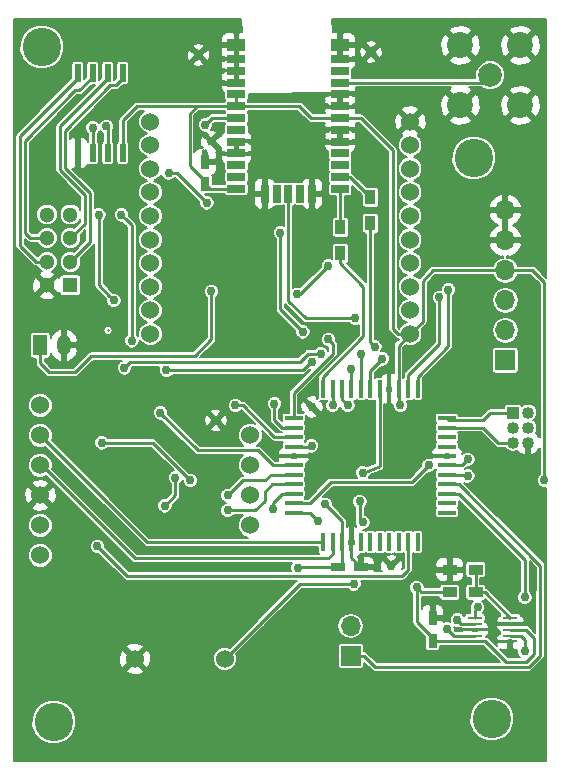
<source format=gbr>
G04 #@! TF.FileFunction,Copper,L2,Bot,Signal*
%FSLAX46Y46*%
G04 Gerber Fmt 4.6, Leading zero omitted, Abs format (unit mm)*
G04 Created by KiCad (PCBNEW 4.0.6) date Sun Jan 14 22:50:12 2018*
%MOMM*%
%LPD*%
G01*
G04 APERTURE LIST*
%ADD10C,0.128000*%
%ADD11C,1.524000*%
%ADD12R,0.550000X1.500000*%
%ADD13R,0.400000X1.500000*%
%ADD14R,1.500000X0.400000*%
%ADD15R,1.250000X0.270000*%
%ADD16R,0.700000X1.500000*%
%ADD17R,1.500000X0.700000*%
%ADD18R,1.500000X1.000000*%
%ADD19R,1.016000X1.016000*%
%ADD20O,1.016000X1.016000*%
%ADD21R,1.700000X1.700000*%
%ADD22O,1.700000X1.700000*%
%ADD23R,1.200000X0.750000*%
%ADD24R,0.750000X1.200000*%
%ADD25R,1.200000X0.900000*%
%ADD26R,1.300000X1.300000*%
%ADD27C,1.300000*%
%ADD28C,2.200000*%
%ADD29C,2.000000*%
%ADD30R,0.900000X1.200000*%
%ADD31C,0.762000*%
%ADD32R,1.200000X1.700000*%
%ADD33O,1.200000X1.700000*%
%ADD34C,3.250000*%
%ADD35C,0.250000*%
%ADD36C,0.180000*%
G04 APERTURE END LIST*
D10*
D11*
X145161000Y-110363000D03*
X152781000Y-110363000D03*
D12*
X144145000Y-60735000D03*
X144145000Y-67535000D03*
X142875000Y-60735000D03*
X142875000Y-67535000D03*
X141605000Y-60735000D03*
X141605000Y-67535000D03*
X140335000Y-60735000D03*
X140335000Y-67535000D03*
D13*
X169100000Y-100480000D03*
X168300000Y-100480000D03*
X167500000Y-100480000D03*
X166700000Y-100480000D03*
X165900000Y-100480000D03*
X165100000Y-100480000D03*
X164300000Y-100480000D03*
X163500000Y-100480000D03*
X162700000Y-100480000D03*
X161900000Y-100480000D03*
X161100000Y-100480000D03*
D14*
X158600000Y-97980000D03*
X158600000Y-97180000D03*
X158600000Y-96380000D03*
X158600000Y-95580000D03*
X158600000Y-94780000D03*
X158600000Y-93980000D03*
X158600000Y-93180000D03*
X158600000Y-92380000D03*
X158600000Y-91580000D03*
X158600000Y-90780000D03*
X158600000Y-89980000D03*
D13*
X161100000Y-87480000D03*
X161900000Y-87480000D03*
X162700000Y-87480000D03*
X163500000Y-87480000D03*
X164300000Y-87480000D03*
X165100000Y-87480000D03*
X165900000Y-87480000D03*
X166700000Y-87480000D03*
X167500000Y-87480000D03*
X168300000Y-87480000D03*
X169100000Y-87480000D03*
D14*
X171600000Y-89980000D03*
X171600000Y-90780000D03*
X171600000Y-91580000D03*
X171600000Y-92380000D03*
X171600000Y-93180000D03*
X171600000Y-93980000D03*
X171600000Y-94780000D03*
X171600000Y-95580000D03*
X171600000Y-96380000D03*
X171600000Y-97180000D03*
X171600000Y-97980000D03*
D15*
X176950500Y-108886500D03*
X173950500Y-108886500D03*
X176950500Y-108386500D03*
X173950500Y-108386500D03*
X176950500Y-107886500D03*
X173950500Y-107886500D03*
X176950500Y-107386500D03*
X173950500Y-107386500D03*
X176950500Y-106886500D03*
X173950500Y-106886500D03*
D16*
X160160000Y-70970000D03*
D17*
X153760000Y-70570000D03*
X153760000Y-69570000D03*
X153760000Y-68570000D03*
X153760000Y-67570000D03*
X153760000Y-66570000D03*
X153760000Y-65570000D03*
X153760000Y-64570000D03*
X153760000Y-63570000D03*
X153760000Y-62570000D03*
X153760000Y-61570000D03*
X153760000Y-60570000D03*
X153760000Y-59570000D03*
D18*
X153760000Y-58420000D03*
X162560000Y-58420000D03*
D17*
X162560000Y-59570000D03*
X162560000Y-60570000D03*
X162560000Y-61570000D03*
X162560000Y-62570000D03*
X162560000Y-63570000D03*
X162560000Y-64570000D03*
X162560000Y-65570000D03*
X162560000Y-66570000D03*
X162560000Y-67570000D03*
X162560000Y-68570000D03*
X162560000Y-69570000D03*
X162560000Y-70570000D03*
D16*
X159160000Y-70970000D03*
X158160000Y-70970000D03*
X157160000Y-70970000D03*
X156160000Y-70970000D03*
D11*
X168478200Y-82864960D03*
X168478200Y-80863440D03*
X168478200Y-78864460D03*
X168478200Y-76862940D03*
X168478200Y-74863960D03*
X168478200Y-72864980D03*
X168478200Y-70863460D03*
X168478200Y-68864480D03*
X168478200Y-66862960D03*
X168478200Y-64863980D03*
X146481800Y-64863980D03*
X146481800Y-66862960D03*
X146481800Y-68864480D03*
X146481800Y-70863460D03*
X146481800Y-72864980D03*
X146481800Y-74863960D03*
X146481800Y-76862940D03*
X146481800Y-78864460D03*
X146481800Y-80863440D03*
X146481800Y-82864960D03*
D19*
X177165000Y-89535000D03*
D20*
X178435000Y-89535000D03*
X177165000Y-90805000D03*
X178435000Y-90805000D03*
X177165000Y-92075000D03*
X178435000Y-92075000D03*
D21*
X176530000Y-85090000D03*
D22*
X176530000Y-82550000D03*
X176530000Y-80010000D03*
X176530000Y-77470000D03*
X176530000Y-74930000D03*
X176530000Y-72390000D03*
D23*
X162372000Y-102616000D03*
X164272000Y-102616000D03*
D24*
X170370500Y-108836500D03*
X170370500Y-106936500D03*
D25*
X171810500Y-104711500D03*
X174010500Y-104711500D03*
X174010500Y-102806500D03*
X171810500Y-102806500D03*
D11*
X137160000Y-101600000D03*
X137160000Y-99060000D03*
X137160000Y-96520000D03*
X137160000Y-93980000D03*
X137160000Y-91440000D03*
X137160000Y-88900000D03*
X154940000Y-91440000D03*
X154940000Y-93980000D03*
X154940000Y-96520000D03*
X154940000Y-99060000D03*
D26*
X139700000Y-78740000D03*
D27*
X139700000Y-76740000D03*
X139700000Y-74740000D03*
X139700000Y-72740000D03*
X137700000Y-78740000D03*
X137700000Y-76740000D03*
X137700000Y-74740000D03*
X137700000Y-72740000D03*
D28*
X172720000Y-63500000D03*
X172720000Y-58420000D03*
X177800000Y-58420000D03*
X177800000Y-63500000D03*
D29*
X175260000Y-60960000D03*
D30*
X165100000Y-71290000D03*
X165100000Y-73490000D03*
X162560000Y-73830000D03*
X162560000Y-76030000D03*
D24*
X151130000Y-70165000D03*
X151130000Y-68265000D03*
D31*
X152019000Y-90170000D03*
X165163500Y-58991500D03*
X150558500Y-59245500D03*
D21*
X163449000Y-110109000D03*
D22*
X163449000Y-107569000D03*
D32*
X137160000Y-83820000D03*
D33*
X139160000Y-83820000D03*
D31*
X166878000Y-102489000D03*
X151638000Y-66548000D03*
X160147000Y-89027000D03*
D34*
X138303000Y-115697000D03*
X173863000Y-67945000D03*
X137287000Y-58547000D03*
X175387000Y-115443000D03*
D31*
X151638000Y-79247998D03*
X173355000Y-94869000D03*
X161290000Y-97282002D03*
X160120021Y-92329000D03*
X158966619Y-102653381D03*
X179832000Y-95250000D03*
X167640000Y-88900000D03*
X174180500Y-105981500D03*
X148030990Y-69215000D03*
X151257000Y-71755000D03*
X151130000Y-65151000D03*
X153670000Y-88900000D03*
X165481000Y-83947000D03*
X161543998Y-83312000D03*
X163830000Y-81534000D03*
X166116000Y-84963000D03*
X173355000Y-93472000D03*
X157473990Y-74295000D03*
X169037000Y-104293979D03*
X159385000Y-82677000D03*
X161925000Y-88900000D03*
X163195000Y-88900000D03*
X160655000Y-98679000D03*
X170053000Y-93980000D03*
X178181000Y-109728000D03*
X158877000Y-79502000D03*
X161544000Y-77089000D03*
X172466000Y-107061000D03*
X171577000Y-107823000D03*
X170942000Y-79756000D03*
X142748000Y-65278000D03*
X171704004Y-79121000D03*
X141605000Y-65405000D03*
X156972000Y-88773000D03*
X141986000Y-100838000D03*
X142367000Y-92075000D03*
X156845000Y-97663000D03*
X149860000Y-95249998D03*
X148590000Y-95036538D03*
X147701000Y-97409000D03*
X153035000Y-97790000D03*
X153035000Y-96520000D03*
X147320000Y-89535000D03*
X143383000Y-80010000D03*
X144272000Y-85725000D03*
X160909000Y-84530990D03*
X142113000Y-72771000D03*
X164338000Y-84582000D03*
X144018000Y-72771000D03*
X144907002Y-83439000D03*
X160120021Y-85217000D03*
X147828000Y-85903010D03*
X163449000Y-85852000D03*
X164465000Y-98806000D03*
X164211000Y-97028000D03*
X163703000Y-104025977D03*
X164465000Y-94615000D03*
X178181000Y-105156000D03*
D35*
X142875000Y-82550000D02*
X142875000Y-82550000D01*
X137922000Y-86106000D02*
X138176000Y-86106000D01*
X151638000Y-83312000D02*
X150241000Y-84709000D01*
X138176000Y-86106000D02*
X139954000Y-86106000D01*
X151638000Y-79247998D02*
X151638000Y-83312000D01*
X150241000Y-84709000D02*
X141478000Y-84709000D01*
X141478000Y-84709000D02*
X140081000Y-86106000D01*
X140081000Y-86106000D02*
X138176000Y-86106000D01*
X137160000Y-83820000D02*
X137160000Y-85344000D01*
X137160000Y-85344000D02*
X137922000Y-86106000D01*
X163500000Y-100480000D02*
X163500000Y-101844000D01*
X163500000Y-101844000D02*
X164272000Y-102616000D01*
X173266000Y-94780000D02*
X171600000Y-94780000D01*
X173355000Y-94869000D02*
X173266000Y-94780000D01*
X173355000Y-94869000D02*
X173355000Y-94869000D01*
X162700000Y-98692002D02*
X161670999Y-97663001D01*
X162700000Y-100480000D02*
X162700000Y-98692002D01*
X161670999Y-97663001D02*
X161290000Y-97282002D01*
X149808999Y-68618999D02*
X149808999Y-64186001D01*
X151130000Y-70165000D02*
X151130000Y-69940000D01*
X151130000Y-69940000D02*
X149808999Y-68618999D01*
X149808999Y-64186001D02*
X150425000Y-63570000D01*
X158600000Y-92380000D02*
X160069021Y-92380000D01*
X162372000Y-102616000D02*
X159004000Y-102616000D01*
X160069021Y-92380000D02*
X160120021Y-92329000D01*
X159004000Y-102616000D02*
X158966619Y-102653381D01*
X178943000Y-77597000D02*
X179197000Y-77851000D01*
X179197000Y-77851000D02*
X179832000Y-78486000D01*
X176530000Y-77470000D02*
X178816000Y-77470000D01*
X178816000Y-77470000D02*
X179197000Y-77851000D01*
X169545201Y-78358799D02*
X170434000Y-77470000D01*
X170434000Y-77470000D02*
X176530000Y-77470000D01*
X168478200Y-82864960D02*
X169545201Y-81797959D01*
X169545201Y-81797959D02*
X169545201Y-78358799D01*
X179832000Y-78486000D02*
X179832000Y-94825736D01*
X179832000Y-94825736D02*
X179832000Y-95250000D01*
X162372000Y-102616000D02*
X162700000Y-102288000D01*
X162700000Y-102288000D02*
X162700000Y-100480000D01*
X168478200Y-82864960D02*
X167500000Y-83843160D01*
X167500000Y-83843160D02*
X167500000Y-87480000D01*
X153760000Y-63570000D02*
X159074000Y-63570000D01*
X160074000Y-64570000D02*
X162560000Y-64570000D01*
X159074000Y-63570000D02*
X160074000Y-64570000D01*
X168478200Y-82864960D02*
X167446960Y-82864960D01*
X167446960Y-82864960D02*
X167005000Y-82423000D01*
X167005000Y-82423000D02*
X167005000Y-67310000D01*
X167005000Y-67310000D02*
X164265000Y-64570000D01*
X164265000Y-64570000D02*
X162560000Y-64570000D01*
X153760000Y-62570000D02*
X153760000Y-63570000D01*
X153760000Y-70570000D02*
X151535000Y-70570000D01*
X151535000Y-70570000D02*
X151130000Y-70165000D01*
X167500000Y-87480000D02*
X167500000Y-88760000D01*
X167500000Y-88760000D02*
X167640000Y-88900000D01*
X144145000Y-66900000D02*
X144145000Y-64770000D01*
X144145000Y-64770000D02*
X145345000Y-63570000D01*
X145345000Y-63570000D02*
X150425000Y-63570000D01*
X150425000Y-63570000D02*
X153760000Y-63570000D01*
X173950500Y-106886500D02*
X173950500Y-106211500D01*
X173950500Y-106211500D02*
X174180500Y-105981500D01*
X151257000Y-71755000D02*
X148717000Y-69215000D01*
X148569805Y-69215000D02*
X148030990Y-69215000D01*
X148717000Y-69215000D02*
X148569805Y-69215000D01*
X153760000Y-64570000D02*
X151711000Y-64570000D01*
X151510999Y-64770001D02*
X151130000Y-65151000D01*
X151711000Y-64570000D02*
X151510999Y-64770001D01*
X153670000Y-88900000D02*
X154305000Y-88900000D01*
X154305000Y-88900000D02*
X156972000Y-91567000D01*
X156972000Y-91567000D02*
X158460000Y-91567000D01*
X165100001Y-83566001D02*
X165481000Y-83947000D01*
X165100000Y-73490000D02*
X165100001Y-83566001D01*
X158600000Y-89980000D02*
X158600000Y-87855272D01*
X161924997Y-83692999D02*
X161543998Y-83312000D01*
X158600000Y-87855272D02*
X161924997Y-84530275D01*
X161924997Y-84530275D02*
X161924997Y-83692999D01*
X162560000Y-76030000D02*
X162560000Y-76880000D01*
X164516001Y-83063999D02*
X161100000Y-86480000D01*
X162560000Y-76880000D02*
X164516001Y-78836001D01*
X164516001Y-78836001D02*
X164516001Y-83063999D01*
X161100000Y-86480000D02*
X161100000Y-87480000D01*
X163291185Y-81534000D02*
X163830000Y-81534000D01*
X159639000Y-81534000D02*
X163291185Y-81534000D01*
X158160000Y-70970000D02*
X158160000Y-80055000D01*
X158160000Y-80055000D02*
X159639000Y-81534000D01*
X165100000Y-85979000D02*
X165100000Y-87480000D01*
X166116000Y-84963000D02*
X165100000Y-85979000D01*
X173055001Y-93771999D02*
X173355000Y-93472000D01*
X172847000Y-93980000D02*
X173055001Y-93771999D01*
X171600000Y-93980000D02*
X172847000Y-93980000D01*
X157473990Y-74833815D02*
X157473990Y-74295000D01*
X157473990Y-80765990D02*
X157473990Y-74833815D01*
X159385000Y-82677000D02*
X157473990Y-80765990D01*
X176950500Y-107886500D02*
X178244500Y-107886500D01*
X178943000Y-109982000D02*
X178308000Y-110617000D01*
X178244500Y-107886500D02*
X178943000Y-108585000D01*
X178943000Y-108585000D02*
X178943000Y-109982000D01*
X178308000Y-110617000D02*
X176556000Y-110617000D01*
X176556000Y-110617000D02*
X174825500Y-108886500D01*
X174825500Y-108886500D02*
X173950500Y-108886500D01*
X170370500Y-108836500D02*
X170370500Y-108611500D01*
X169037000Y-107278000D02*
X169037000Y-104832794D01*
X169037000Y-104832794D02*
X169037000Y-104293979D01*
X171810500Y-104711500D02*
X169454521Y-104711500D01*
X169417999Y-104674978D02*
X169037000Y-104293979D01*
X170370500Y-108611500D02*
X169037000Y-107278000D01*
X169454521Y-104711500D02*
X169417999Y-104674978D01*
X171640500Y-108836500D02*
X170685500Y-108836500D01*
X170685500Y-108836500D02*
X170370500Y-108521500D01*
X173950500Y-108886500D02*
X171690500Y-108886500D01*
X171690500Y-108886500D02*
X171640500Y-108836500D01*
X161900000Y-87480000D02*
X161900000Y-88875000D01*
X161900000Y-88875000D02*
X161925000Y-88900000D01*
X162700000Y-87480000D02*
X162700000Y-88405000D01*
X162700000Y-88405000D02*
X163195000Y-88900000D01*
X177165000Y-89535000D02*
X175260000Y-89535000D01*
X175260000Y-89535000D02*
X174625000Y-90170000D01*
X174625000Y-90170000D02*
X171790000Y-90170000D01*
X171790000Y-90170000D02*
X171600000Y-89980000D01*
X171600000Y-90780000D02*
X174600000Y-90780000D01*
X174600000Y-90780000D02*
X175895000Y-92075000D01*
X175895000Y-92075000D02*
X177165000Y-92075000D01*
X160274001Y-98298001D02*
X160655000Y-98679000D01*
X158600000Y-97980000D02*
X159956000Y-97980000D01*
X159956000Y-97980000D02*
X160274001Y-98298001D01*
X168610001Y-95422999D02*
X169753001Y-94279999D01*
X161745599Y-95422999D02*
X168610001Y-95422999D01*
X158600000Y-97180000D02*
X159988598Y-97180000D01*
X169753001Y-94279999D02*
X170053000Y-93980000D01*
X159988598Y-97180000D02*
X161745599Y-95422999D01*
X178181000Y-109189185D02*
X178181000Y-109728000D01*
X178181000Y-108742000D02*
X178181000Y-109189185D01*
X177825500Y-108386500D02*
X178181000Y-108742000D01*
X176950500Y-108386500D02*
X177825500Y-108386500D01*
X159131000Y-79502000D02*
X158877000Y-79502000D01*
X161544000Y-77089000D02*
X159131000Y-79502000D01*
X174010500Y-104711500D02*
X174010500Y-102806500D01*
X174010500Y-104711500D02*
X174775500Y-104711500D01*
X174775500Y-104711500D02*
X176950500Y-106886500D01*
X172791500Y-107386500D02*
X172466000Y-107061000D01*
X173950500Y-107386500D02*
X172791500Y-107386500D01*
X171957999Y-108203999D02*
X171577000Y-107823000D01*
X172140500Y-108386500D02*
X171957999Y-108203999D01*
X173950500Y-108386500D02*
X172140500Y-108386500D01*
X170942000Y-83693000D02*
X170942000Y-80180264D01*
X168300000Y-86335000D02*
X170942000Y-83693000D01*
X168300000Y-87480000D02*
X168300000Y-86335000D01*
X170942000Y-80180264D02*
X170942000Y-79756000D01*
X142875000Y-65405000D02*
X142875000Y-67535000D01*
X142748000Y-65278000D02*
X142875000Y-65405000D01*
X169100000Y-87480000D02*
X169100000Y-86480000D01*
X169100000Y-86480000D02*
X171704000Y-83876000D01*
X171704000Y-83876000D02*
X171704000Y-79121004D01*
X171704000Y-79121004D02*
X171704004Y-79121000D01*
X141605000Y-65405000D02*
X141605000Y-67535000D01*
X156972000Y-90152000D02*
X156972000Y-89311815D01*
X156972000Y-89311815D02*
X156972000Y-88773000D01*
X157600000Y-90780000D02*
X156972000Y-90152000D01*
X158600000Y-90780000D02*
X157600000Y-90780000D01*
X161900000Y-100480000D02*
X161900000Y-101480000D01*
X161900000Y-101480000D02*
X161526000Y-101854000D01*
X161526000Y-101854000D02*
X145160284Y-101854000D01*
X145160284Y-101854000D02*
X137286284Y-93980000D01*
X137286284Y-93980000D02*
X137160000Y-93980000D01*
X161100000Y-100480000D02*
X146200000Y-100480000D01*
X146200000Y-100480000D02*
X137160000Y-91440000D01*
X144487967Y-103339967D02*
X142366999Y-101218999D01*
X167805033Y-103339967D02*
X144487967Y-103339967D01*
X168300000Y-100480000D02*
X168300000Y-102845000D01*
X168300000Y-102845000D02*
X167805033Y-103339967D01*
X142366999Y-101218999D02*
X141986000Y-100838000D01*
X142905815Y-92075000D02*
X142367000Y-92075000D01*
X149860000Y-95249998D02*
X146685002Y-92075000D01*
X146685002Y-92075000D02*
X142905815Y-92075000D01*
X158600000Y-96380000D02*
X157600000Y-96380000D01*
X156845000Y-97135000D02*
X156845000Y-97663000D01*
X157600000Y-96380000D02*
X156845000Y-97135000D01*
X148590000Y-96520000D02*
X148590000Y-95575353D01*
X147701000Y-97409000D02*
X148590000Y-96520000D01*
X148590000Y-95575353D02*
X148590000Y-95036538D01*
X158600000Y-95580000D02*
X156769718Y-95580000D01*
X156769718Y-95580000D02*
X156158999Y-96190719D01*
X156158999Y-96190719D02*
X156158999Y-96952001D01*
X156158999Y-96952001D02*
X155321000Y-97790000D01*
X155321000Y-97790000D02*
X153573815Y-97790000D01*
X153573815Y-97790000D02*
X153035000Y-97790000D01*
X158600000Y-94780000D02*
X156680000Y-94780000D01*
X154305000Y-95250000D02*
X153035000Y-96520000D01*
X156210000Y-95250000D02*
X154305000Y-95250000D01*
X156680000Y-94780000D02*
X156210000Y-95250000D01*
X158600000Y-93980000D02*
X156845000Y-93980000D01*
X150495000Y-92710000D02*
X147320000Y-89535000D01*
X155575000Y-92710000D02*
X150495000Y-92710000D01*
X156845000Y-93980000D02*
X155575000Y-92710000D01*
X162560000Y-61570000D02*
X174650000Y-61570000D01*
X174650000Y-61570000D02*
X175260000Y-60960000D01*
X162560000Y-69570000D02*
X163380000Y-69570000D01*
X163380000Y-69570000D02*
X165100000Y-71290000D01*
X162560000Y-70570000D02*
X162560000Y-73830000D01*
X143002001Y-79629001D02*
X143383000Y-80010000D01*
X142113000Y-78740000D02*
X143002001Y-79629001D01*
X142113000Y-72771000D02*
X142113000Y-78740000D01*
X144652999Y-85344001D02*
X144272000Y-85725000D01*
X144779999Y-85217001D02*
X144652999Y-85344001D01*
X159817010Y-84530990D02*
X159130999Y-85217001D01*
X159130999Y-85217001D02*
X144779999Y-85217001D01*
X160909000Y-84530990D02*
X159817010Y-84530990D01*
X164300000Y-84620000D02*
X164338000Y-84582000D01*
X164300000Y-87480000D02*
X164300000Y-84620000D01*
X144398999Y-73151999D02*
X144018000Y-72771000D01*
X144907002Y-73660002D02*
X144398999Y-73151999D01*
X144907002Y-83439000D02*
X144907002Y-73660002D01*
X160039021Y-85217000D02*
X160120021Y-85217000D01*
X160039021Y-85217000D02*
X159353011Y-85903010D01*
X159353011Y-85903010D02*
X148366815Y-85903010D01*
X148366815Y-85903010D02*
X147828000Y-85903010D01*
X163500000Y-87480000D02*
X163500000Y-85903000D01*
X163500000Y-85903000D02*
X163449000Y-85852000D01*
X164211000Y-98552000D02*
X164465000Y-98806000D01*
X164211000Y-97028000D02*
X164211000Y-98552000D01*
X159118023Y-104025977D02*
X163164185Y-104025977D01*
X152781000Y-110363000D02*
X159118023Y-104025977D01*
X163164185Y-104025977D02*
X163703000Y-104025977D01*
X165900000Y-87480000D02*
X165900000Y-94069000D01*
X165900000Y-94069000D02*
X164465000Y-94615000D01*
X179500011Y-102480011D02*
X172600000Y-95580000D01*
X165487011Y-111047011D02*
X178512989Y-111047011D01*
X164549000Y-110109000D02*
X165487011Y-111047011D01*
X179500011Y-104655852D02*
X179500011Y-102480011D01*
X179451000Y-110109000D02*
X179451000Y-104704863D01*
X163449000Y-110109000D02*
X164549000Y-110109000D01*
X179451000Y-104704863D02*
X179500011Y-104655852D01*
X172600000Y-95580000D02*
X171600000Y-95580000D01*
X178512989Y-111047011D02*
X179451000Y-110109000D01*
X178181000Y-101961000D02*
X178181000Y-104617185D01*
X178181000Y-104617185D02*
X178181000Y-105156000D01*
X172600000Y-96380000D02*
X178181000Y-101961000D01*
X171600000Y-96380000D02*
X172600000Y-96380000D01*
X139241011Y-65638989D02*
X143089999Y-61790001D01*
X144145000Y-61210000D02*
X144145000Y-60735000D01*
X143564999Y-61790001D02*
X144145000Y-61210000D01*
X139700000Y-76740000D02*
X141351000Y-75089000D01*
X141351000Y-70892873D02*
X139241011Y-68782884D01*
X141351000Y-75089000D02*
X141351000Y-70892873D01*
X139241011Y-68782884D02*
X139241011Y-65638989D01*
X143089999Y-61790001D02*
X143564999Y-61790001D01*
X138811000Y-68961000D02*
X138811000Y-65274000D01*
X140920989Y-73519011D02*
X140920989Y-71070989D01*
X138811000Y-65274000D02*
X142875000Y-61210000D01*
X140920989Y-71070989D02*
X138811000Y-68961000D01*
X139700000Y-74740000D02*
X140920989Y-73519011D01*
X142875000Y-61210000D02*
X142875000Y-60735000D01*
X137700000Y-74740000D02*
X136308111Y-74740000D01*
X141605000Y-61087000D02*
X141605000Y-60735000D01*
X136308111Y-74740000D02*
X135851000Y-74282889D01*
X135851000Y-74282889D02*
X135851000Y-66489000D01*
X135851000Y-66489000D02*
X140110000Y-62230000D01*
X140110000Y-62230000D02*
X140462000Y-62230000D01*
X140462000Y-62230000D02*
X141605000Y-61087000D01*
X135420989Y-66124011D02*
X140335000Y-61210000D01*
X135420989Y-75380227D02*
X135420989Y-66124011D01*
X137700000Y-76740000D02*
X136780762Y-76740000D01*
X140335000Y-61210000D02*
X140335000Y-60735000D01*
X136780762Y-76740000D02*
X135420989Y-75380227D01*
D36*
G36*
X154224321Y-57322000D02*
X154073500Y-57322000D01*
X153924000Y-57471500D01*
X153924000Y-58256000D01*
X153944000Y-58256000D01*
X153944000Y-58584000D01*
X153924000Y-58584000D01*
X153924000Y-59406000D01*
X153944000Y-59406000D01*
X153944000Y-59734000D01*
X153924000Y-59734000D01*
X153924000Y-60406000D01*
X153944000Y-60406000D01*
X153944000Y-60734000D01*
X153924000Y-60734000D01*
X153924000Y-61406000D01*
X153944000Y-61406000D01*
X153944000Y-61734000D01*
X153924000Y-61734000D01*
X153924000Y-61754000D01*
X153596000Y-61754000D01*
X153596000Y-61734000D01*
X152561500Y-61734000D01*
X152412000Y-61883500D01*
X152412000Y-62038949D01*
X152503040Y-62258740D01*
X152671260Y-62426960D01*
X152734711Y-62453242D01*
X152734711Y-62920000D01*
X152753538Y-63020056D01*
X152785693Y-63070026D01*
X152756400Y-63112897D01*
X152743824Y-63175000D01*
X145345000Y-63175000D01*
X145193840Y-63205068D01*
X145065693Y-63290693D01*
X143865693Y-64490693D01*
X143780068Y-64618840D01*
X143750000Y-64770000D01*
X143750000Y-66541372D01*
X143678049Y-66587671D01*
X143616400Y-66677897D01*
X143594711Y-66785000D01*
X143594711Y-68285000D01*
X143613538Y-68385056D01*
X143672671Y-68476951D01*
X143762897Y-68538600D01*
X143870000Y-68560289D01*
X144420000Y-68560289D01*
X144520056Y-68541462D01*
X144611951Y-68482329D01*
X144673600Y-68392103D01*
X144695289Y-68285000D01*
X144695289Y-66785000D01*
X144676462Y-66684944D01*
X144617329Y-66593049D01*
X144540000Y-66540212D01*
X144540000Y-64933614D01*
X145508614Y-63965000D01*
X145955058Y-63965000D01*
X145897983Y-63988583D01*
X145607423Y-64278636D01*
X145449980Y-64657802D01*
X145449621Y-65068357D01*
X145606403Y-65447797D01*
X145896456Y-65738357D01*
X146198036Y-65863583D01*
X145897983Y-65987563D01*
X145607423Y-66277616D01*
X145449980Y-66656782D01*
X145449621Y-67067337D01*
X145606403Y-67446777D01*
X145896456Y-67737337D01*
X146201102Y-67863836D01*
X145897983Y-67989083D01*
X145607423Y-68279136D01*
X145449980Y-68658302D01*
X145449621Y-69068857D01*
X145606403Y-69448297D01*
X145896456Y-69738857D01*
X146198036Y-69864083D01*
X145897983Y-69988063D01*
X145607423Y-70278116D01*
X145449980Y-70657282D01*
X145449621Y-71067837D01*
X145606403Y-71447277D01*
X145896456Y-71737837D01*
X146201102Y-71864336D01*
X145897983Y-71989583D01*
X145607423Y-72279636D01*
X145449980Y-72658802D01*
X145449621Y-73069357D01*
X145606403Y-73448797D01*
X145896456Y-73739357D01*
X146198036Y-73864583D01*
X145897983Y-73988563D01*
X145607423Y-74278616D01*
X145449980Y-74657782D01*
X145449621Y-75068337D01*
X145606403Y-75447777D01*
X145896456Y-75738337D01*
X146198036Y-75863563D01*
X145897983Y-75987543D01*
X145607423Y-76277596D01*
X145449980Y-76656762D01*
X145449621Y-77067317D01*
X145606403Y-77446757D01*
X145896456Y-77737317D01*
X146201102Y-77863816D01*
X145897983Y-77989063D01*
X145607423Y-78279116D01*
X145449980Y-78658282D01*
X145449621Y-79068837D01*
X145606403Y-79448277D01*
X145896456Y-79738837D01*
X146198036Y-79864063D01*
X145897983Y-79988043D01*
X145607423Y-80278096D01*
X145449980Y-80657262D01*
X145449621Y-81067817D01*
X145606403Y-81447257D01*
X145896456Y-81737817D01*
X146201102Y-81864316D01*
X145897983Y-81989563D01*
X145607423Y-82279616D01*
X145449980Y-82658782D01*
X145449628Y-83061116D01*
X145302002Y-82913233D01*
X145302002Y-73660002D01*
X145271934Y-73508842D01*
X145186309Y-73380695D01*
X144668920Y-72863306D01*
X144669113Y-72642076D01*
X144570213Y-72402720D01*
X144387243Y-72219431D01*
X144148060Y-72120113D01*
X143889076Y-72119887D01*
X143649720Y-72218787D01*
X143466431Y-72401757D01*
X143367113Y-72640940D01*
X143366887Y-72899924D01*
X143465787Y-73139280D01*
X143648757Y-73322569D01*
X143887940Y-73421887D01*
X144110467Y-73422081D01*
X144512002Y-73823616D01*
X144512002Y-82913460D01*
X144355433Y-83069757D01*
X144256115Y-83308940D01*
X144255889Y-83567924D01*
X144354789Y-83807280D01*
X144537759Y-83990569D01*
X144776942Y-84089887D01*
X145035926Y-84090113D01*
X145275282Y-83991213D01*
X145458571Y-83808243D01*
X145557889Y-83569060D01*
X145558096Y-83331866D01*
X145606403Y-83448777D01*
X145896456Y-83739337D01*
X146275622Y-83896780D01*
X146686177Y-83897139D01*
X147065617Y-83740357D01*
X147356177Y-83450304D01*
X147513620Y-83071138D01*
X147513979Y-82660583D01*
X147357197Y-82281143D01*
X147067144Y-81990583D01*
X146762498Y-81864084D01*
X147065617Y-81738837D01*
X147356177Y-81448784D01*
X147513620Y-81069618D01*
X147513979Y-80659063D01*
X147357197Y-80279623D01*
X147067144Y-79989063D01*
X146765564Y-79863837D01*
X147065617Y-79739857D01*
X147356177Y-79449804D01*
X147513620Y-79070638D01*
X147513979Y-78660083D01*
X147357197Y-78280643D01*
X147067144Y-77990083D01*
X146762498Y-77863584D01*
X147065617Y-77738337D01*
X147356177Y-77448284D01*
X147513620Y-77069118D01*
X147513979Y-76658563D01*
X147357197Y-76279123D01*
X147067144Y-75988563D01*
X146765564Y-75863337D01*
X147065617Y-75739357D01*
X147356177Y-75449304D01*
X147513620Y-75070138D01*
X147513979Y-74659583D01*
X147357197Y-74280143D01*
X147067144Y-73989583D01*
X146765564Y-73864357D01*
X147065617Y-73740377D01*
X147356177Y-73450324D01*
X147513620Y-73071158D01*
X147513979Y-72660603D01*
X147357197Y-72281163D01*
X147067144Y-71990603D01*
X146762498Y-71864104D01*
X147065617Y-71738857D01*
X147356177Y-71448804D01*
X147513620Y-71069638D01*
X147513979Y-70659083D01*
X147357197Y-70279643D01*
X147067144Y-69989083D01*
X146765564Y-69863857D01*
X147065617Y-69739877D01*
X147356177Y-69449824D01*
X147389989Y-69368396D01*
X147478777Y-69583280D01*
X147661747Y-69766569D01*
X147900930Y-69865887D01*
X148159914Y-69866113D01*
X148399270Y-69767213D01*
X148555070Y-69611684D01*
X150606080Y-71662694D01*
X150605887Y-71883924D01*
X150704787Y-72123280D01*
X150887757Y-72306569D01*
X151126940Y-72405887D01*
X151385924Y-72406113D01*
X151625280Y-72307213D01*
X151808569Y-72124243D01*
X151907887Y-71885060D01*
X151908113Y-71626076D01*
X151809213Y-71386720D01*
X151706173Y-71283500D01*
X155212000Y-71283500D01*
X155212000Y-71838950D01*
X155303040Y-72058740D01*
X155471260Y-72226960D01*
X155691051Y-72318000D01*
X155846500Y-72318000D01*
X155996000Y-72168500D01*
X155996000Y-71134000D01*
X155361500Y-71134000D01*
X155212000Y-71283500D01*
X151706173Y-71283500D01*
X151626243Y-71203431D01*
X151387060Y-71104113D01*
X151164533Y-71103919D01*
X151100903Y-71040289D01*
X151505000Y-71040289D01*
X151605056Y-71021462D01*
X151692800Y-70965000D01*
X152743178Y-70965000D01*
X152753538Y-71020056D01*
X152812671Y-71111951D01*
X152902897Y-71173600D01*
X153010000Y-71195289D01*
X154510000Y-71195289D01*
X154610056Y-71176462D01*
X154701951Y-71117329D01*
X154763600Y-71027103D01*
X154785289Y-70920000D01*
X154785289Y-70220000D01*
X154766462Y-70119944D01*
X154754304Y-70101050D01*
X155212000Y-70101050D01*
X155212000Y-70656500D01*
X155361500Y-70806000D01*
X155996000Y-70806000D01*
X155996000Y-69771500D01*
X155846500Y-69622000D01*
X155691051Y-69622000D01*
X155471260Y-69713040D01*
X155303040Y-69881260D01*
X155212000Y-70101050D01*
X154754304Y-70101050D01*
X154734307Y-70069974D01*
X154763600Y-70027103D01*
X154785289Y-69920000D01*
X154785289Y-69220000D01*
X154766462Y-69119944D01*
X154734307Y-69069974D01*
X154763600Y-69027103D01*
X154785289Y-68920000D01*
X154785289Y-68453242D01*
X154848740Y-68426960D01*
X155016960Y-68258740D01*
X155108000Y-68038949D01*
X155108000Y-67883500D01*
X154958500Y-67734000D01*
X153924000Y-67734000D01*
X153924000Y-67754000D01*
X153596000Y-67754000D01*
X153596000Y-67734000D01*
X152561500Y-67734000D01*
X152412000Y-67883500D01*
X152412000Y-68038949D01*
X152503040Y-68258740D01*
X152671260Y-68426960D01*
X152734711Y-68453242D01*
X152734711Y-68920000D01*
X152753538Y-69020056D01*
X152785693Y-69070026D01*
X152756400Y-69112897D01*
X152734711Y-69220000D01*
X152734711Y-69920000D01*
X152753538Y-70020056D01*
X152785693Y-70070026D01*
X152756400Y-70112897D01*
X152743824Y-70175000D01*
X151780289Y-70175000D01*
X151780289Y-69565000D01*
X151761462Y-69464944D01*
X151731535Y-69418437D01*
X151843740Y-69371960D01*
X152011960Y-69203740D01*
X152103000Y-68983950D01*
X152103000Y-68578500D01*
X151953500Y-68429000D01*
X151294000Y-68429000D01*
X151294000Y-68449000D01*
X150966000Y-68449000D01*
X150966000Y-68429000D01*
X150946000Y-68429000D01*
X150946000Y-68101000D01*
X150966000Y-68101000D01*
X150966000Y-67285146D01*
X151049394Y-67368540D01*
X151165170Y-67252764D01*
X151191937Y-67440968D01*
X151294000Y-67468877D01*
X151294000Y-68101000D01*
X151953500Y-68101000D01*
X152103000Y-67951500D01*
X152103000Y-67546050D01*
X152063075Y-67449662D01*
X152084063Y-67440968D01*
X152110830Y-67252761D01*
X151638000Y-66779931D01*
X151623858Y-66794074D01*
X151391927Y-66562143D01*
X151406069Y-66548000D01*
X150933239Y-66075170D01*
X150745032Y-66101937D01*
X150642305Y-66477615D01*
X150691162Y-66864008D01*
X150745032Y-66994063D01*
X150933236Y-67020830D01*
X150851783Y-67102283D01*
X150816500Y-67067000D01*
X150636051Y-67067000D01*
X150416260Y-67158040D01*
X150248040Y-67326260D01*
X150203999Y-67432584D01*
X150203999Y-64349615D01*
X150588614Y-63965000D01*
X152743178Y-63965000D01*
X152753538Y-64020056D01*
X152785693Y-64070026D01*
X152756400Y-64112897D01*
X152743824Y-64175000D01*
X151711000Y-64175000D01*
X151559840Y-64205068D01*
X151431693Y-64290693D01*
X151222306Y-64500080D01*
X151001076Y-64499887D01*
X150761720Y-64598787D01*
X150578431Y-64781757D01*
X150479113Y-65020940D01*
X150478887Y-65279924D01*
X150577787Y-65519280D01*
X150760757Y-65702569D01*
X150999940Y-65801887D01*
X151171030Y-65802036D01*
X151165170Y-65843239D01*
X151638000Y-66316069D01*
X152110830Y-65843239D01*
X152084063Y-65655032D01*
X151708385Y-65552305D01*
X151640904Y-65560838D01*
X151681569Y-65520243D01*
X151780887Y-65281060D01*
X151781081Y-65058533D01*
X151874614Y-64965000D01*
X152743178Y-64965000D01*
X152753538Y-65020056D01*
X152785693Y-65070026D01*
X152756400Y-65112897D01*
X152734711Y-65220000D01*
X152734711Y-65686758D01*
X152671260Y-65713040D01*
X152503040Y-65881260D01*
X152418272Y-66085909D01*
X152342761Y-66075170D01*
X151869931Y-66548000D01*
X152342761Y-67020830D01*
X152412000Y-67010983D01*
X152412000Y-67038949D01*
X152424862Y-67070000D01*
X152412000Y-67101051D01*
X152412000Y-67256500D01*
X152561500Y-67406000D01*
X152650300Y-67406000D01*
X152671260Y-67426960D01*
X152891050Y-67518000D01*
X153446500Y-67518000D01*
X153558500Y-67406000D01*
X153596000Y-67406000D01*
X153596000Y-66734000D01*
X153924000Y-66734000D01*
X153924000Y-67406000D01*
X153961500Y-67406000D01*
X154073500Y-67518000D01*
X154628950Y-67518000D01*
X154848740Y-67426960D01*
X154869700Y-67406000D01*
X154958500Y-67406000D01*
X155108000Y-67256500D01*
X155108000Y-67101051D01*
X155095138Y-67070000D01*
X155108000Y-67038949D01*
X155108000Y-66883500D01*
X161212000Y-66883500D01*
X161212000Y-67038949D01*
X161303040Y-67258740D01*
X161471260Y-67426960D01*
X161534711Y-67453242D01*
X161534711Y-67920000D01*
X161553538Y-68020056D01*
X161585693Y-68070026D01*
X161556400Y-68112897D01*
X161534711Y-68220000D01*
X161534711Y-68920000D01*
X161553538Y-69020056D01*
X161585693Y-69070026D01*
X161556400Y-69112897D01*
X161534711Y-69220000D01*
X161534711Y-69920000D01*
X161553538Y-70020056D01*
X161585693Y-70070026D01*
X161556400Y-70112897D01*
X161534711Y-70220000D01*
X161534711Y-70920000D01*
X161553538Y-71020056D01*
X161612671Y-71111951D01*
X161702897Y-71173600D01*
X161810000Y-71195289D01*
X162165000Y-71195289D01*
X162165000Y-72954711D01*
X162110000Y-72954711D01*
X162009944Y-72973538D01*
X161918049Y-73032671D01*
X161856400Y-73122897D01*
X161834711Y-73230000D01*
X161834711Y-74430000D01*
X161853538Y-74530056D01*
X161912671Y-74621951D01*
X162002897Y-74683600D01*
X162110000Y-74705289D01*
X163010000Y-74705289D01*
X163110056Y-74686462D01*
X163201951Y-74627329D01*
X163263600Y-74537103D01*
X163285289Y-74430000D01*
X163285289Y-73230000D01*
X163266462Y-73129944D01*
X163207329Y-73038049D01*
X163117103Y-72976400D01*
X163010000Y-72954711D01*
X162955000Y-72954711D01*
X162955000Y-71195289D01*
X163310000Y-71195289D01*
X163410056Y-71176462D01*
X163501951Y-71117329D01*
X163563600Y-71027103D01*
X163585289Y-70920000D01*
X163585289Y-70333903D01*
X164374711Y-71123325D01*
X164374711Y-71890000D01*
X164393538Y-71990056D01*
X164452671Y-72081951D01*
X164542897Y-72143600D01*
X164650000Y-72165289D01*
X165550000Y-72165289D01*
X165650056Y-72146462D01*
X165741951Y-72087329D01*
X165803600Y-71997103D01*
X165825289Y-71890000D01*
X165825289Y-70690000D01*
X165806462Y-70589944D01*
X165747329Y-70498049D01*
X165657103Y-70436400D01*
X165550000Y-70414711D01*
X164783325Y-70414711D01*
X163659307Y-69290693D01*
X163585289Y-69241236D01*
X163585289Y-69220000D01*
X163566462Y-69119944D01*
X163534307Y-69069974D01*
X163563600Y-69027103D01*
X163585289Y-68920000D01*
X163585289Y-68220000D01*
X163566462Y-68119944D01*
X163534307Y-68069974D01*
X163563600Y-68027103D01*
X163585289Y-67920000D01*
X163585289Y-67453242D01*
X163648740Y-67426960D01*
X163816960Y-67258740D01*
X163908000Y-67038949D01*
X163908000Y-66883500D01*
X163758500Y-66734000D01*
X162724000Y-66734000D01*
X162724000Y-66754000D01*
X162396000Y-66754000D01*
X162396000Y-66734000D01*
X161361500Y-66734000D01*
X161212000Y-66883500D01*
X155108000Y-66883500D01*
X154958500Y-66734000D01*
X154869700Y-66734000D01*
X154848740Y-66713040D01*
X154628950Y-66622000D01*
X154073500Y-66622000D01*
X153961500Y-66734000D01*
X153924000Y-66734000D01*
X153596000Y-66734000D01*
X153576000Y-66734000D01*
X153576000Y-66406000D01*
X153596000Y-66406000D01*
X153596000Y-66386000D01*
X153924000Y-66386000D01*
X153924000Y-66406000D01*
X154958500Y-66406000D01*
X155108000Y-66256500D01*
X155108000Y-66101051D01*
X155017888Y-65883500D01*
X161212000Y-65883500D01*
X161212000Y-66038949D01*
X161224862Y-66070000D01*
X161212000Y-66101051D01*
X161212000Y-66256500D01*
X161361500Y-66406000D01*
X161450300Y-66406000D01*
X161471260Y-66426960D01*
X161691050Y-66518000D01*
X162246500Y-66518000D01*
X162358500Y-66406000D01*
X162396000Y-66406000D01*
X162396000Y-65734000D01*
X162724000Y-65734000D01*
X162724000Y-66406000D01*
X162761500Y-66406000D01*
X162873500Y-66518000D01*
X163428950Y-66518000D01*
X163648740Y-66426960D01*
X163669700Y-66406000D01*
X163758500Y-66406000D01*
X163908000Y-66256500D01*
X163908000Y-66101051D01*
X163895138Y-66070000D01*
X163908000Y-66038949D01*
X163908000Y-65883500D01*
X163758500Y-65734000D01*
X163669700Y-65734000D01*
X163648740Y-65713040D01*
X163428950Y-65622000D01*
X162873500Y-65622000D01*
X162761500Y-65734000D01*
X162724000Y-65734000D01*
X162396000Y-65734000D01*
X162358500Y-65734000D01*
X162246500Y-65622000D01*
X161691050Y-65622000D01*
X161471260Y-65713040D01*
X161450300Y-65734000D01*
X161361500Y-65734000D01*
X161212000Y-65883500D01*
X155017888Y-65883500D01*
X155016960Y-65881260D01*
X154848740Y-65713040D01*
X154785289Y-65686758D01*
X154785289Y-65220000D01*
X154766462Y-65119944D01*
X154734307Y-65069974D01*
X154763600Y-65027103D01*
X154785289Y-64920000D01*
X154785289Y-64220000D01*
X154766462Y-64119944D01*
X154734307Y-64069974D01*
X154763600Y-64027103D01*
X154776176Y-63965000D01*
X158910386Y-63965000D01*
X159794693Y-64849307D01*
X159922840Y-64934932D01*
X160074000Y-64965000D01*
X161268354Y-64965000D01*
X161212000Y-65101051D01*
X161212000Y-65256500D01*
X161361500Y-65406000D01*
X162396000Y-65406000D01*
X162396000Y-65386000D01*
X162724000Y-65386000D01*
X162724000Y-65406000D01*
X163758500Y-65406000D01*
X163908000Y-65256500D01*
X163908000Y-65101051D01*
X163851646Y-64965000D01*
X164101386Y-64965000D01*
X166610000Y-67473614D01*
X166610000Y-82423000D01*
X166640068Y-82574160D01*
X166725693Y-82702307D01*
X167167653Y-83144267D01*
X167295800Y-83229892D01*
X167446960Y-83259960D01*
X167524586Y-83259960D01*
X167220693Y-83563853D01*
X167135068Y-83692000D01*
X167105000Y-83843160D01*
X167105000Y-86167643D01*
X167018950Y-86132000D01*
X166949500Y-86132000D01*
X166800000Y-86281500D01*
X166800000Y-87316000D01*
X166884000Y-87316000D01*
X166884000Y-87644000D01*
X166800000Y-87644000D01*
X166800000Y-88678500D01*
X166949500Y-88828000D01*
X166989062Y-88828000D01*
X166988887Y-89028924D01*
X167087787Y-89268280D01*
X167270757Y-89451569D01*
X167509940Y-89550887D01*
X167768924Y-89551113D01*
X168008280Y-89452213D01*
X168191569Y-89269243D01*
X168290887Y-89030060D01*
X168291113Y-88771076D01*
X168192213Y-88531720D01*
X168165828Y-88505289D01*
X168500000Y-88505289D01*
X168600056Y-88486462D01*
X168691951Y-88427329D01*
X168699254Y-88416641D01*
X168702671Y-88421951D01*
X168792897Y-88483600D01*
X168900000Y-88505289D01*
X169300000Y-88505289D01*
X169400056Y-88486462D01*
X169491951Y-88427329D01*
X169553600Y-88337103D01*
X169575289Y-88230000D01*
X169575289Y-86730000D01*
X169556462Y-86629944D01*
X169537750Y-86600864D01*
X171898614Y-84240000D01*
X175404711Y-84240000D01*
X175404711Y-85940000D01*
X175423538Y-86040056D01*
X175482671Y-86131951D01*
X175572897Y-86193600D01*
X175680000Y-86215289D01*
X177380000Y-86215289D01*
X177480056Y-86196462D01*
X177571951Y-86137329D01*
X177633600Y-86047103D01*
X177655289Y-85940000D01*
X177655289Y-84240000D01*
X177636462Y-84139944D01*
X177577329Y-84048049D01*
X177487103Y-83986400D01*
X177380000Y-83964711D01*
X175680000Y-83964711D01*
X175579944Y-83983538D01*
X175488049Y-84042671D01*
X175426400Y-84132897D01*
X175404711Y-84240000D01*
X171898614Y-84240000D01*
X171983307Y-84155307D01*
X172068932Y-84027160D01*
X172099000Y-83876000D01*
X172099000Y-82550000D01*
X175388058Y-82550000D01*
X175473313Y-82978605D01*
X175716098Y-83341960D01*
X176079453Y-83584745D01*
X176508058Y-83670000D01*
X176551942Y-83670000D01*
X176980547Y-83584745D01*
X177343902Y-83341960D01*
X177586687Y-82978605D01*
X177671942Y-82550000D01*
X177586687Y-82121395D01*
X177343902Y-81758040D01*
X176980547Y-81515255D01*
X176551942Y-81430000D01*
X176508058Y-81430000D01*
X176079453Y-81515255D01*
X175716098Y-81758040D01*
X175473313Y-82121395D01*
X175388058Y-82550000D01*
X172099000Y-82550000D01*
X172099000Y-80010000D01*
X175388058Y-80010000D01*
X175473313Y-80438605D01*
X175716098Y-80801960D01*
X176079453Y-81044745D01*
X176508058Y-81130000D01*
X176551942Y-81130000D01*
X176980547Y-81044745D01*
X177343902Y-80801960D01*
X177586687Y-80438605D01*
X177671942Y-80010000D01*
X177586687Y-79581395D01*
X177343902Y-79218040D01*
X176980547Y-78975255D01*
X176551942Y-78890000D01*
X176508058Y-78890000D01*
X176079453Y-78975255D01*
X175716098Y-79218040D01*
X175473313Y-79581395D01*
X175388058Y-80010000D01*
X172099000Y-80010000D01*
X172099000Y-79646543D01*
X172255573Y-79490243D01*
X172354891Y-79251060D01*
X172355117Y-78992076D01*
X172256217Y-78752720D01*
X172073247Y-78569431D01*
X171834064Y-78470113D01*
X171575080Y-78469887D01*
X171335724Y-78568787D01*
X171152435Y-78751757D01*
X171053117Y-78990940D01*
X171053017Y-79105096D01*
X170813076Y-79104887D01*
X170573720Y-79203787D01*
X170390431Y-79386757D01*
X170291113Y-79625940D01*
X170290887Y-79884924D01*
X170389787Y-80124280D01*
X170547000Y-80281767D01*
X170547000Y-83529386D01*
X168020693Y-86055693D01*
X167935068Y-86183840D01*
X167905000Y-86335000D01*
X167905000Y-86537133D01*
X167900746Y-86543359D01*
X167897329Y-86538049D01*
X167895000Y-86536458D01*
X167895000Y-84006774D01*
X168083341Y-83818433D01*
X168272022Y-83896780D01*
X168682577Y-83897139D01*
X169062017Y-83740357D01*
X169352577Y-83450304D01*
X169510020Y-83071138D01*
X169510379Y-82660583D01*
X169431673Y-82470101D01*
X169824508Y-82077266D01*
X169910133Y-81949119D01*
X169940201Y-81797959D01*
X169940201Y-78522413D01*
X170597614Y-77865000D01*
X175466629Y-77865000D01*
X175473313Y-77898605D01*
X175716098Y-78261960D01*
X176079453Y-78504745D01*
X176508058Y-78590000D01*
X176551942Y-78590000D01*
X176980547Y-78504745D01*
X177343902Y-78261960D01*
X177586687Y-77898605D01*
X177593371Y-77865000D01*
X178652386Y-77865000D01*
X179437000Y-78649614D01*
X179437000Y-91614772D01*
X179416291Y-91564765D01*
X179146336Y-91228081D01*
X179101658Y-91203542D01*
X179169020Y-91102728D01*
X179228242Y-90805000D01*
X179169020Y-90507272D01*
X179000371Y-90254871D01*
X178873353Y-90170000D01*
X179000371Y-90085129D01*
X179169020Y-89832728D01*
X179228242Y-89535000D01*
X179169020Y-89237272D01*
X179000371Y-88984871D01*
X178747970Y-88816222D01*
X178450242Y-88757000D01*
X178419758Y-88757000D01*
X178122030Y-88816222D01*
X177932462Y-88942887D01*
X177929462Y-88926944D01*
X177870329Y-88835049D01*
X177780103Y-88773400D01*
X177673000Y-88751711D01*
X176657000Y-88751711D01*
X176556944Y-88770538D01*
X176465049Y-88829671D01*
X176403400Y-88919897D01*
X176381711Y-89027000D01*
X176381711Y-89140000D01*
X175260000Y-89140000D01*
X175108840Y-89170068D01*
X175008262Y-89237272D01*
X174980693Y-89255693D01*
X174461386Y-89775000D01*
X172624348Y-89775000D01*
X172606462Y-89679944D01*
X172547329Y-89588049D01*
X172457103Y-89526400D01*
X172350000Y-89504711D01*
X170850000Y-89504711D01*
X170749944Y-89523538D01*
X170658049Y-89582671D01*
X170596400Y-89672897D01*
X170574711Y-89780000D01*
X170574711Y-90180000D01*
X170593538Y-90280056D01*
X170652671Y-90371951D01*
X170663359Y-90379254D01*
X170658049Y-90382671D01*
X170596400Y-90472897D01*
X170574711Y-90580000D01*
X170574711Y-90980000D01*
X170593538Y-91080056D01*
X170652671Y-91171951D01*
X170663359Y-91179254D01*
X170658049Y-91182671D01*
X170596400Y-91272897D01*
X170574711Y-91380000D01*
X170574711Y-91780000D01*
X170593538Y-91880056D01*
X170652671Y-91971951D01*
X170663359Y-91979254D01*
X170658049Y-91982671D01*
X170596400Y-92072897D01*
X170574711Y-92180000D01*
X170574711Y-92446758D01*
X170511260Y-92473040D01*
X170343040Y-92641260D01*
X170252000Y-92861050D01*
X170252000Y-92930500D01*
X170401500Y-93080000D01*
X171436000Y-93080000D01*
X171436000Y-92996000D01*
X171764000Y-92996000D01*
X171764000Y-93080000D01*
X171784000Y-93080000D01*
X171784000Y-93280000D01*
X171764000Y-93280000D01*
X171764000Y-93364000D01*
X171436000Y-93364000D01*
X171436000Y-93280000D01*
X170401500Y-93280000D01*
X170302706Y-93378794D01*
X170183060Y-93329113D01*
X169924076Y-93328887D01*
X169684720Y-93427787D01*
X169501431Y-93610757D01*
X169402113Y-93849940D01*
X169401919Y-94072467D01*
X168446387Y-95027999D01*
X164972737Y-95027999D01*
X165016569Y-94984243D01*
X165093739Y-94798399D01*
X166040468Y-94438180D01*
X166045425Y-94435073D01*
X166051160Y-94433932D01*
X166110548Y-94394250D01*
X166171054Y-94356322D01*
X166174442Y-94351557D01*
X166179307Y-94348307D01*
X166218995Y-94288909D01*
X166260375Y-94230723D01*
X166261682Y-94225023D01*
X166264932Y-94220160D01*
X166278868Y-94150102D01*
X166294832Y-94080503D01*
X166293859Y-94074737D01*
X166295000Y-94069000D01*
X166295000Y-88792357D01*
X166381050Y-88828000D01*
X166450500Y-88828000D01*
X166600000Y-88678500D01*
X166600000Y-87644000D01*
X166516000Y-87644000D01*
X166516000Y-87316000D01*
X166600000Y-87316000D01*
X166600000Y-86281500D01*
X166450500Y-86132000D01*
X166381050Y-86132000D01*
X166161260Y-86223040D01*
X165993040Y-86391260D01*
X165966758Y-86454711D01*
X165700000Y-86454711D01*
X165599944Y-86473538D01*
X165508049Y-86532671D01*
X165500746Y-86543359D01*
X165497329Y-86538049D01*
X165495000Y-86536458D01*
X165495000Y-86142614D01*
X166023694Y-85613920D01*
X166244924Y-85614113D01*
X166484280Y-85515213D01*
X166667569Y-85332243D01*
X166766887Y-85093060D01*
X166767113Y-84834076D01*
X166668213Y-84594720D01*
X166485243Y-84411431D01*
X166246060Y-84312113D01*
X166034361Y-84311928D01*
X166131887Y-84077060D01*
X166132113Y-83818076D01*
X166033213Y-83578720D01*
X165850243Y-83395431D01*
X165611060Y-83296113D01*
X165495001Y-83296012D01*
X165495000Y-74365289D01*
X165550000Y-74365289D01*
X165650056Y-74346462D01*
X165741951Y-74287329D01*
X165803600Y-74197103D01*
X165825289Y-74090000D01*
X165825289Y-72890000D01*
X165806462Y-72789944D01*
X165747329Y-72698049D01*
X165657103Y-72636400D01*
X165550000Y-72614711D01*
X164650000Y-72614711D01*
X164549944Y-72633538D01*
X164458049Y-72692671D01*
X164396400Y-72782897D01*
X164374711Y-72890000D01*
X164374711Y-74090000D01*
X164393538Y-74190056D01*
X164452671Y-74281951D01*
X164542897Y-74343600D01*
X164650000Y-74365289D01*
X164705000Y-74365289D01*
X164705000Y-78466386D01*
X163119195Y-76880581D01*
X163201951Y-76827329D01*
X163263600Y-76737103D01*
X163285289Y-76630000D01*
X163285289Y-75430000D01*
X163266462Y-75329944D01*
X163207329Y-75238049D01*
X163117103Y-75176400D01*
X163010000Y-75154711D01*
X162110000Y-75154711D01*
X162009944Y-75173538D01*
X161918049Y-75232671D01*
X161856400Y-75322897D01*
X161834711Y-75430000D01*
X161834711Y-76504821D01*
X161674060Y-76438113D01*
X161415076Y-76437887D01*
X161175720Y-76536787D01*
X160992431Y-76719757D01*
X160893113Y-76958940D01*
X160892919Y-77181467D01*
X159159835Y-78914551D01*
X159007060Y-78851113D01*
X158748076Y-78850887D01*
X158555000Y-78930664D01*
X158555000Y-71986822D01*
X158610056Y-71976462D01*
X158660026Y-71944307D01*
X158702897Y-71973600D01*
X158810000Y-71995289D01*
X159276758Y-71995289D01*
X159303040Y-72058740D01*
X159471260Y-72226960D01*
X159691051Y-72318000D01*
X159846500Y-72318000D01*
X159996000Y-72168500D01*
X159996000Y-71134000D01*
X160324000Y-71134000D01*
X160324000Y-72168500D01*
X160473500Y-72318000D01*
X160628949Y-72318000D01*
X160848740Y-72226960D01*
X161016960Y-72058740D01*
X161108000Y-71838950D01*
X161108000Y-71283500D01*
X160958500Y-71134000D01*
X160324000Y-71134000D01*
X159996000Y-71134000D01*
X159976000Y-71134000D01*
X159976000Y-70806000D01*
X159996000Y-70806000D01*
X159996000Y-69771500D01*
X160324000Y-69771500D01*
X160324000Y-70806000D01*
X160958500Y-70806000D01*
X161108000Y-70656500D01*
X161108000Y-70101050D01*
X161016960Y-69881260D01*
X160848740Y-69713040D01*
X160628949Y-69622000D01*
X160473500Y-69622000D01*
X160324000Y-69771500D01*
X159996000Y-69771500D01*
X159846500Y-69622000D01*
X159691051Y-69622000D01*
X159471260Y-69713040D01*
X159303040Y-69881260D01*
X159276758Y-69944711D01*
X158810000Y-69944711D01*
X158709944Y-69963538D01*
X158659974Y-69995693D01*
X158617103Y-69966400D01*
X158510000Y-69944711D01*
X157810000Y-69944711D01*
X157709944Y-69963538D01*
X157659974Y-69995693D01*
X157617103Y-69966400D01*
X157510000Y-69944711D01*
X157043242Y-69944711D01*
X157016960Y-69881260D01*
X156848740Y-69713040D01*
X156628949Y-69622000D01*
X156473500Y-69622000D01*
X156324000Y-69771500D01*
X156324000Y-70806000D01*
X156344000Y-70806000D01*
X156344000Y-71134000D01*
X156324000Y-71134000D01*
X156324000Y-72168500D01*
X156473500Y-72318000D01*
X156628949Y-72318000D01*
X156848740Y-72226960D01*
X157016960Y-72058740D01*
X157043242Y-71995289D01*
X157510000Y-71995289D01*
X157610056Y-71976462D01*
X157660026Y-71944307D01*
X157702897Y-71973600D01*
X157765000Y-71986176D01*
X157765000Y-73710946D01*
X157604050Y-73644113D01*
X157345066Y-73643887D01*
X157105710Y-73742787D01*
X156922421Y-73925757D01*
X156823103Y-74164940D01*
X156822877Y-74423924D01*
X156921777Y-74663280D01*
X157078990Y-74820767D01*
X157078990Y-80765990D01*
X157109058Y-80917150D01*
X157194683Y-81045297D01*
X158734080Y-82584694D01*
X158733887Y-82805924D01*
X158832787Y-83045280D01*
X159015757Y-83228569D01*
X159254940Y-83327887D01*
X159513924Y-83328113D01*
X159753280Y-83229213D01*
X159936569Y-83046243D01*
X160035887Y-82807060D01*
X160036113Y-82548076D01*
X159937213Y-82308720D01*
X159754243Y-82125431D01*
X159515060Y-82026113D01*
X159292533Y-82025919D01*
X157868990Y-80602376D01*
X157868990Y-80316792D01*
X157880693Y-80334307D01*
X159359693Y-81813307D01*
X159487840Y-81898932D01*
X159639000Y-81929000D01*
X163304460Y-81929000D01*
X163460757Y-82085569D01*
X163699940Y-82184887D01*
X163958924Y-82185113D01*
X164121001Y-82118144D01*
X164121001Y-82900385D01*
X160820693Y-86200693D01*
X160735068Y-86328840D01*
X160705000Y-86480000D01*
X160705000Y-86537133D01*
X160646400Y-86622897D01*
X160624711Y-86730000D01*
X160624711Y-88230000D01*
X160638545Y-88303521D01*
X160619830Y-88322236D01*
X160593063Y-88134032D01*
X160217385Y-88031305D01*
X159830992Y-88080162D01*
X159700937Y-88134032D01*
X159674170Y-88322239D01*
X160147000Y-88795069D01*
X160161143Y-88780927D01*
X160393074Y-89012858D01*
X160378931Y-89027000D01*
X160851761Y-89499830D01*
X161039968Y-89473063D01*
X161142695Y-89097385D01*
X161093838Y-88710992D01*
X161039968Y-88580937D01*
X160851764Y-88554170D01*
X160900645Y-88505289D01*
X161300000Y-88505289D01*
X161400056Y-88486462D01*
X161449993Y-88454328D01*
X161373431Y-88530757D01*
X161274113Y-88769940D01*
X161273887Y-89028924D01*
X161372787Y-89268280D01*
X161555757Y-89451569D01*
X161794940Y-89550887D01*
X162053924Y-89551113D01*
X162293280Y-89452213D01*
X162476569Y-89269243D01*
X162560083Y-89068121D01*
X162642787Y-89268280D01*
X162825757Y-89451569D01*
X163064940Y-89550887D01*
X163323924Y-89551113D01*
X163563280Y-89452213D01*
X163746569Y-89269243D01*
X163845887Y-89030060D01*
X163846113Y-88771076D01*
X163747213Y-88531720D01*
X163717534Y-88501990D01*
X163800056Y-88486462D01*
X163891951Y-88427329D01*
X163899254Y-88416641D01*
X163902671Y-88421951D01*
X163992897Y-88483600D01*
X164100000Y-88505289D01*
X164500000Y-88505289D01*
X164600056Y-88486462D01*
X164691951Y-88427329D01*
X164699254Y-88416641D01*
X164702671Y-88421951D01*
X164792897Y-88483600D01*
X164900000Y-88505289D01*
X165300000Y-88505289D01*
X165400056Y-88486462D01*
X165491951Y-88427329D01*
X165499254Y-88416641D01*
X165502671Y-88421951D01*
X165505000Y-88423542D01*
X165505000Y-93796666D01*
X164819728Y-94057404D01*
X164595060Y-93964113D01*
X164336076Y-93963887D01*
X164096720Y-94062787D01*
X163913431Y-94245757D01*
X163814113Y-94484940D01*
X163813887Y-94743924D01*
X163912787Y-94983280D01*
X163957428Y-95027999D01*
X161745599Y-95027999D01*
X161594439Y-95058067D01*
X161467557Y-95142847D01*
X161466292Y-95143692D01*
X159824984Y-96785000D01*
X159542867Y-96785000D01*
X159536641Y-96780746D01*
X159541951Y-96777329D01*
X159603600Y-96687103D01*
X159625289Y-96580000D01*
X159625289Y-96180000D01*
X159606462Y-96079944D01*
X159547329Y-95988049D01*
X159536641Y-95980746D01*
X159541951Y-95977329D01*
X159603600Y-95887103D01*
X159625289Y-95780000D01*
X159625289Y-95380000D01*
X159606462Y-95279944D01*
X159547329Y-95188049D01*
X159536641Y-95180746D01*
X159541951Y-95177329D01*
X159603600Y-95087103D01*
X159625289Y-94980000D01*
X159625289Y-94580000D01*
X159606462Y-94479944D01*
X159547329Y-94388049D01*
X159536641Y-94380746D01*
X159541951Y-94377329D01*
X159603600Y-94287103D01*
X159625289Y-94180000D01*
X159625289Y-93913242D01*
X159688740Y-93886960D01*
X159856960Y-93718740D01*
X159948000Y-93498950D01*
X159948000Y-93429500D01*
X159798500Y-93280000D01*
X158764000Y-93280000D01*
X158764000Y-93364000D01*
X158436000Y-93364000D01*
X158436000Y-93280000D01*
X157401500Y-93280000D01*
X157252000Y-93429500D01*
X157252000Y-93498950D01*
X157287643Y-93585000D01*
X157008614Y-93585000D01*
X155854307Y-92430693D01*
X155726160Y-92345068D01*
X155575000Y-92315000D01*
X155524215Y-92315000D01*
X155814377Y-92025344D01*
X155971820Y-91646178D01*
X155972179Y-91235623D01*
X155894844Y-91048458D01*
X156692693Y-91846307D01*
X156820840Y-91931932D01*
X156972000Y-91962000D01*
X157646268Y-91962000D01*
X157652671Y-91971951D01*
X157663359Y-91979254D01*
X157658049Y-91982671D01*
X157596400Y-92072897D01*
X157574711Y-92180000D01*
X157574711Y-92446758D01*
X157511260Y-92473040D01*
X157343040Y-92641260D01*
X157252000Y-92861050D01*
X157252000Y-92930500D01*
X157401500Y-93080000D01*
X158436000Y-93080000D01*
X158436000Y-92996000D01*
X158764000Y-92996000D01*
X158764000Y-93080000D01*
X159798500Y-93080000D01*
X159925415Y-92953085D01*
X159989961Y-92979887D01*
X160248945Y-92980113D01*
X160488301Y-92881213D01*
X160671590Y-92698243D01*
X160770908Y-92459060D01*
X160771134Y-92200076D01*
X160672234Y-91960720D01*
X160489264Y-91777431D01*
X160250081Y-91678113D01*
X159991097Y-91677887D01*
X159751741Y-91776787D01*
X159568452Y-91959757D01*
X159557970Y-91985000D01*
X159542867Y-91985000D01*
X159536641Y-91980746D01*
X159541951Y-91977329D01*
X159603600Y-91887103D01*
X159625289Y-91780000D01*
X159625289Y-91380000D01*
X159606462Y-91279944D01*
X159547329Y-91188049D01*
X159536641Y-91180746D01*
X159541951Y-91177329D01*
X159603600Y-91087103D01*
X159625289Y-90980000D01*
X159625289Y-90580000D01*
X159606462Y-90479944D01*
X159547329Y-90388049D01*
X159536641Y-90380746D01*
X159541951Y-90377329D01*
X159603600Y-90287103D01*
X159625289Y-90180000D01*
X159625289Y-89780645D01*
X159674170Y-89731764D01*
X159700937Y-89919968D01*
X160076615Y-90022695D01*
X160463008Y-89973838D01*
X160593063Y-89919968D01*
X160619830Y-89731761D01*
X160147000Y-89258931D01*
X160132858Y-89273074D01*
X159900927Y-89041143D01*
X159915069Y-89027000D01*
X159442239Y-88554170D01*
X159254032Y-88580937D01*
X159151305Y-88956615D01*
X159200162Y-89343008D01*
X159254032Y-89473063D01*
X159442236Y-89499830D01*
X159422644Y-89519422D01*
X159350000Y-89504711D01*
X158995000Y-89504711D01*
X158995000Y-88018886D01*
X162204304Y-84809582D01*
X162289929Y-84681435D01*
X162319997Y-84530275D01*
X162319997Y-83692999D01*
X162289929Y-83541839D01*
X162204304Y-83413692D01*
X162194918Y-83404306D01*
X162195111Y-83183076D01*
X162096211Y-82943720D01*
X161913241Y-82760431D01*
X161674058Y-82661113D01*
X161415074Y-82660887D01*
X161175718Y-82759787D01*
X160992429Y-82942757D01*
X160893111Y-83181940D01*
X160892885Y-83440924D01*
X160991785Y-83680280D01*
X161174755Y-83863569D01*
X161413938Y-83962887D01*
X161529997Y-83962988D01*
X161529997Y-84329180D01*
X161461213Y-84162710D01*
X161278243Y-83979421D01*
X161039060Y-83880103D01*
X160780076Y-83879877D01*
X160540720Y-83978777D01*
X160383233Y-84135990D01*
X159817010Y-84135990D01*
X159665850Y-84166058D01*
X159537703Y-84251683D01*
X158967385Y-84822001D01*
X150686613Y-84822001D01*
X151917307Y-83591307D01*
X152002932Y-83463160D01*
X152033000Y-83312000D01*
X152033000Y-79773538D01*
X152189569Y-79617241D01*
X152288887Y-79378058D01*
X152289113Y-79119074D01*
X152190213Y-78879718D01*
X152007243Y-78696429D01*
X151768060Y-78597111D01*
X151509076Y-78596885D01*
X151269720Y-78695785D01*
X151086431Y-78878755D01*
X150987113Y-79117938D01*
X150986887Y-79376922D01*
X151085787Y-79616278D01*
X151243000Y-79773765D01*
X151243000Y-83148386D01*
X150077386Y-84314000D01*
X141478000Y-84314000D01*
X141326840Y-84344068D01*
X141198693Y-84429693D01*
X139917386Y-85711000D01*
X138085614Y-85711000D01*
X137555000Y-85180386D01*
X137555000Y-84945289D01*
X137760000Y-84945289D01*
X137860056Y-84926462D01*
X137951951Y-84867329D01*
X138013600Y-84777103D01*
X138035289Y-84670000D01*
X138035289Y-84441754D01*
X138088602Y-84625691D01*
X138382811Y-84993398D01*
X138812375Y-85216456D01*
X138996000Y-85105595D01*
X138996000Y-83984000D01*
X139324000Y-83984000D01*
X139324000Y-85105595D01*
X139507625Y-85216456D01*
X139937189Y-84993398D01*
X140231398Y-84625691D01*
X140362496Y-84173385D01*
X140214364Y-83984000D01*
X139324000Y-83984000D01*
X138996000Y-83984000D01*
X138976000Y-83984000D01*
X138976000Y-83656000D01*
X138996000Y-83656000D01*
X138996000Y-82534405D01*
X139324000Y-82534405D01*
X139324000Y-83656000D01*
X140214364Y-83656000D01*
X140362496Y-83466615D01*
X140231398Y-83014309D01*
X139937189Y-82646602D01*
X139751154Y-82550000D01*
X142480000Y-82550000D01*
X142510068Y-82701160D01*
X142595693Y-82829307D01*
X142723840Y-82914932D01*
X142875000Y-82945000D01*
X143026160Y-82914932D01*
X143154307Y-82829307D01*
X143239932Y-82701160D01*
X143270000Y-82550000D01*
X143239932Y-82398840D01*
X143154307Y-82270693D01*
X143026160Y-82185068D01*
X142875000Y-82155000D01*
X142723840Y-82185068D01*
X142595693Y-82270693D01*
X142510068Y-82398840D01*
X142480000Y-82550000D01*
X139751154Y-82550000D01*
X139507625Y-82423544D01*
X139324000Y-82534405D01*
X138996000Y-82534405D01*
X138812375Y-82423544D01*
X138382811Y-82646602D01*
X138088602Y-83014309D01*
X138035289Y-83198246D01*
X138035289Y-82970000D01*
X138016462Y-82869944D01*
X137957329Y-82778049D01*
X137867103Y-82716400D01*
X137760000Y-82694711D01*
X136560000Y-82694711D01*
X136459944Y-82713538D01*
X136368049Y-82772671D01*
X136306400Y-82862897D01*
X136284711Y-82970000D01*
X136284711Y-84670000D01*
X136303538Y-84770056D01*
X136362671Y-84861951D01*
X136452897Y-84923600D01*
X136560000Y-84945289D01*
X136765000Y-84945289D01*
X136765000Y-85344000D01*
X136795068Y-85495160D01*
X136880693Y-85623307D01*
X137642693Y-86385307D01*
X137770840Y-86470932D01*
X137922000Y-86501000D01*
X140081000Y-86501000D01*
X140232160Y-86470932D01*
X140360307Y-86385307D01*
X141641614Y-85104000D01*
X144070197Y-85104000D01*
X143903720Y-85172787D01*
X143720431Y-85355757D01*
X143621113Y-85594940D01*
X143620887Y-85853924D01*
X143719787Y-86093280D01*
X143902757Y-86276569D01*
X144141940Y-86375887D01*
X144400924Y-86376113D01*
X144640280Y-86277213D01*
X144823569Y-86094243D01*
X144922887Y-85855060D01*
X144923081Y-85632533D01*
X144943613Y-85612001D01*
X147243945Y-85612001D01*
X147177113Y-85772950D01*
X147176887Y-86031934D01*
X147275787Y-86271290D01*
X147458757Y-86454579D01*
X147697940Y-86553897D01*
X147956924Y-86554123D01*
X148196280Y-86455223D01*
X148353767Y-86298010D01*
X159353011Y-86298010D01*
X159504171Y-86267942D01*
X159632318Y-86182317D01*
X159959427Y-85855208D01*
X159989961Y-85867887D01*
X160028737Y-85867921D01*
X158320693Y-87575965D01*
X158235068Y-87704112D01*
X158205000Y-87855272D01*
X158205000Y-89504711D01*
X157850000Y-89504711D01*
X157749944Y-89523538D01*
X157658049Y-89582671D01*
X157596400Y-89672897D01*
X157574711Y-89780000D01*
X157574711Y-90180000D01*
X157578442Y-90199828D01*
X157367000Y-89988386D01*
X157367000Y-89298540D01*
X157523569Y-89142243D01*
X157622887Y-88903060D01*
X157623113Y-88644076D01*
X157524213Y-88404720D01*
X157341243Y-88221431D01*
X157102060Y-88122113D01*
X156843076Y-88121887D01*
X156603720Y-88220787D01*
X156420431Y-88403757D01*
X156321113Y-88642940D01*
X156320887Y-88901924D01*
X156419787Y-89141280D01*
X156577000Y-89298767D01*
X156577000Y-90152000D01*
X156607068Y-90303160D01*
X156692693Y-90431307D01*
X157320693Y-91059307D01*
X157448840Y-91144932D01*
X157584918Y-91172000D01*
X157135614Y-91172000D01*
X154584307Y-88620693D01*
X154456160Y-88535068D01*
X154305000Y-88505000D01*
X154195540Y-88505000D01*
X154039243Y-88348431D01*
X153800060Y-88249113D01*
X153541076Y-88248887D01*
X153301720Y-88347787D01*
X153118431Y-88530757D01*
X153019113Y-88769940D01*
X153018887Y-89028924D01*
X153117787Y-89268280D01*
X153300757Y-89451569D01*
X153539940Y-89550887D01*
X153798924Y-89551113D01*
X154038280Y-89452213D01*
X154168553Y-89322167D01*
X155331531Y-90485145D01*
X155146178Y-90408180D01*
X154735623Y-90407821D01*
X154356183Y-90564603D01*
X154065623Y-90854656D01*
X153908180Y-91233822D01*
X153907821Y-91644377D01*
X154064603Y-92023817D01*
X154354656Y-92314377D01*
X154356156Y-92315000D01*
X150658614Y-92315000D01*
X149218375Y-90874761D01*
X151546170Y-90874761D01*
X151572937Y-91062968D01*
X151948615Y-91165695D01*
X152335008Y-91116838D01*
X152465063Y-91062968D01*
X152491830Y-90874761D01*
X152019000Y-90401931D01*
X151546170Y-90874761D01*
X149218375Y-90874761D01*
X148443229Y-90099615D01*
X151023305Y-90099615D01*
X151072162Y-90486008D01*
X151126032Y-90616063D01*
X151314239Y-90642830D01*
X151787069Y-90170000D01*
X152250931Y-90170000D01*
X152723761Y-90642830D01*
X152911968Y-90616063D01*
X153014695Y-90240385D01*
X152965838Y-89853992D01*
X152911968Y-89723937D01*
X152723761Y-89697170D01*
X152250931Y-90170000D01*
X151787069Y-90170000D01*
X151314239Y-89697170D01*
X151126032Y-89723937D01*
X151023305Y-90099615D01*
X148443229Y-90099615D01*
X147970920Y-89627306D01*
X147971061Y-89465239D01*
X151546170Y-89465239D01*
X152019000Y-89938069D01*
X152491830Y-89465239D01*
X152465063Y-89277032D01*
X152089385Y-89174305D01*
X151702992Y-89223162D01*
X151572937Y-89277032D01*
X151546170Y-89465239D01*
X147971061Y-89465239D01*
X147971113Y-89406076D01*
X147872213Y-89166720D01*
X147689243Y-88983431D01*
X147450060Y-88884113D01*
X147191076Y-88883887D01*
X146951720Y-88982787D01*
X146768431Y-89165757D01*
X146669113Y-89404940D01*
X146668887Y-89663924D01*
X146767787Y-89903280D01*
X146950757Y-90086569D01*
X147189940Y-90185887D01*
X147412467Y-90186081D01*
X150215693Y-92989307D01*
X150343840Y-93074932D01*
X150495000Y-93105000D01*
X154355785Y-93105000D01*
X154065623Y-93394656D01*
X153908180Y-93773822D01*
X153907821Y-94184377D01*
X154064603Y-94563817D01*
X154354656Y-94854377D01*
X154356156Y-94855000D01*
X154305000Y-94855000D01*
X154153840Y-94885068D01*
X154025693Y-94970693D01*
X153127306Y-95869080D01*
X152906076Y-95868887D01*
X152666720Y-95967787D01*
X152483431Y-96150757D01*
X152384113Y-96389940D01*
X152383887Y-96648924D01*
X152482787Y-96888280D01*
X152665757Y-97071569D01*
X152866879Y-97155083D01*
X152666720Y-97237787D01*
X152483431Y-97420757D01*
X152384113Y-97659940D01*
X152383887Y-97918924D01*
X152482787Y-98158280D01*
X152665757Y-98341569D01*
X152904940Y-98440887D01*
X153163924Y-98441113D01*
X153403280Y-98342213D01*
X153560767Y-98185000D01*
X154355785Y-98185000D01*
X154065623Y-98474656D01*
X153908180Y-98853822D01*
X153907821Y-99264377D01*
X154064603Y-99643817D01*
X154354656Y-99934377D01*
X154717398Y-100085000D01*
X146363614Y-100085000D01*
X138482538Y-92203924D01*
X141715887Y-92203924D01*
X141814787Y-92443280D01*
X141997757Y-92626569D01*
X142236940Y-92725887D01*
X142495924Y-92726113D01*
X142735280Y-92627213D01*
X142892767Y-92470000D01*
X146521388Y-92470000D01*
X148443907Y-94392519D01*
X148221720Y-94484325D01*
X148038431Y-94667295D01*
X147939113Y-94906478D01*
X147938887Y-95165462D01*
X148037787Y-95404818D01*
X148195000Y-95562305D01*
X148195000Y-96356386D01*
X147793306Y-96758080D01*
X147572076Y-96757887D01*
X147332720Y-96856787D01*
X147149431Y-97039757D01*
X147050113Y-97278940D01*
X147049887Y-97537924D01*
X147148787Y-97777280D01*
X147331757Y-97960569D01*
X147570940Y-98059887D01*
X147829924Y-98060113D01*
X148069280Y-97961213D01*
X148252569Y-97778243D01*
X148351887Y-97539060D01*
X148352081Y-97316533D01*
X148869307Y-96799307D01*
X148954932Y-96671160D01*
X148985000Y-96520000D01*
X148985000Y-95562078D01*
X149141569Y-95405781D01*
X149209005Y-95243377D01*
X149208887Y-95378922D01*
X149307787Y-95618278D01*
X149490757Y-95801567D01*
X149729940Y-95900885D01*
X149988924Y-95901111D01*
X150228280Y-95802211D01*
X150411569Y-95619241D01*
X150510887Y-95380058D01*
X150511113Y-95121074D01*
X150412213Y-94881718D01*
X150229243Y-94698429D01*
X149990060Y-94599111D01*
X149767533Y-94598917D01*
X146964309Y-91795693D01*
X146836162Y-91710068D01*
X146685002Y-91680000D01*
X142892540Y-91680000D01*
X142736243Y-91523431D01*
X142497060Y-91424113D01*
X142238076Y-91423887D01*
X141998720Y-91522787D01*
X141815431Y-91705757D01*
X141716113Y-91944940D01*
X141715887Y-92203924D01*
X138482538Y-92203924D01*
X138113473Y-91834859D01*
X138191820Y-91646178D01*
X138192179Y-91235623D01*
X138035397Y-90856183D01*
X137745344Y-90565623D01*
X137366178Y-90408180D01*
X136955623Y-90407821D01*
X136576183Y-90564603D01*
X136285623Y-90854656D01*
X136128180Y-91233822D01*
X136127821Y-91644377D01*
X136284603Y-92023817D01*
X136574656Y-92314377D01*
X136953822Y-92471820D01*
X137364377Y-92472179D01*
X137554859Y-92393473D01*
X145920693Y-100759307D01*
X146048840Y-100844932D01*
X146200000Y-100875000D01*
X160624711Y-100875000D01*
X160624711Y-101230000D01*
X160643538Y-101330056D01*
X160702671Y-101421951D01*
X160756894Y-101459000D01*
X145323898Y-101459000D01*
X138150525Y-94285627D01*
X138191820Y-94186178D01*
X138192179Y-93775623D01*
X138035397Y-93396183D01*
X137745344Y-93105623D01*
X137366178Y-92948180D01*
X136955623Y-92947821D01*
X136576183Y-93104603D01*
X136285623Y-93394656D01*
X136128180Y-93773822D01*
X136127821Y-94184377D01*
X136284603Y-94563817D01*
X136574656Y-94854377D01*
X136953822Y-95011820D01*
X137364377Y-95012179D01*
X137644220Y-94896550D01*
X144880977Y-102133307D01*
X145009124Y-102218932D01*
X145160284Y-102249000D01*
X158450249Y-102249000D01*
X158415050Y-102284138D01*
X158315732Y-102523321D01*
X158315506Y-102782305D01*
X158382717Y-102944967D01*
X144651581Y-102944967D01*
X142636920Y-100930306D01*
X142637113Y-100709076D01*
X142538213Y-100469720D01*
X142355243Y-100286431D01*
X142116060Y-100187113D01*
X141857076Y-100186887D01*
X141617720Y-100285787D01*
X141434431Y-100468757D01*
X141335113Y-100707940D01*
X141334887Y-100966924D01*
X141433787Y-101206280D01*
X141616757Y-101389569D01*
X141855940Y-101488887D01*
X142078467Y-101489081D01*
X144208660Y-103619274D01*
X144336807Y-103704899D01*
X144487967Y-103734967D01*
X158856231Y-103734967D01*
X158838716Y-103746670D01*
X153175859Y-109409527D01*
X152987178Y-109331180D01*
X152576623Y-109330821D01*
X152197183Y-109487603D01*
X151906623Y-109777656D01*
X151749180Y-110156822D01*
X151748821Y-110567377D01*
X151905603Y-110946817D01*
X152195656Y-111237377D01*
X152574822Y-111394820D01*
X152985377Y-111395179D01*
X153364817Y-111238397D01*
X153655377Y-110948344D01*
X153812820Y-110569178D01*
X153813179Y-110158623D01*
X153734473Y-109968141D01*
X156133614Y-107569000D01*
X162307058Y-107569000D01*
X162392313Y-107997605D01*
X162635098Y-108360960D01*
X162998453Y-108603745D01*
X163427058Y-108689000D01*
X163470942Y-108689000D01*
X163899547Y-108603745D01*
X164262902Y-108360960D01*
X164505687Y-107997605D01*
X164590942Y-107569000D01*
X164505687Y-107140395D01*
X164262902Y-106777040D01*
X163899547Y-106534255D01*
X163470942Y-106449000D01*
X163427058Y-106449000D01*
X162998453Y-106534255D01*
X162635098Y-106777040D01*
X162392313Y-107140395D01*
X162307058Y-107569000D01*
X156133614Y-107569000D01*
X159281637Y-104420977D01*
X163177460Y-104420977D01*
X163333757Y-104577546D01*
X163572940Y-104676864D01*
X163831924Y-104677090D01*
X164071280Y-104578190D01*
X164254569Y-104395220D01*
X164353887Y-104156037D01*
X164354113Y-103897053D01*
X164287140Y-103734967D01*
X167805033Y-103734967D01*
X167956193Y-103704899D01*
X168084340Y-103619274D01*
X168579307Y-103124307D01*
X168582184Y-103120000D01*
X170612500Y-103120000D01*
X170612500Y-103375449D01*
X170703540Y-103595240D01*
X170871760Y-103763460D01*
X171091550Y-103854500D01*
X171497000Y-103854500D01*
X171646500Y-103705000D01*
X171646500Y-102970500D01*
X171974500Y-102970500D01*
X171974500Y-103705000D01*
X172124000Y-103854500D01*
X172529450Y-103854500D01*
X172749240Y-103763460D01*
X172917460Y-103595240D01*
X173008500Y-103375449D01*
X173008500Y-103120000D01*
X172859000Y-102970500D01*
X171974500Y-102970500D01*
X171646500Y-102970500D01*
X170762000Y-102970500D01*
X170612500Y-103120000D01*
X168582184Y-103120000D01*
X168664932Y-102996160D01*
X168695000Y-102845000D01*
X168695000Y-102237551D01*
X170612500Y-102237551D01*
X170612500Y-102493000D01*
X170762000Y-102642500D01*
X171646500Y-102642500D01*
X171646500Y-101908000D01*
X171974500Y-101908000D01*
X171974500Y-102642500D01*
X172859000Y-102642500D01*
X173008500Y-102493000D01*
X173008500Y-102237551D01*
X172917460Y-102017760D01*
X172749240Y-101849540D01*
X172529450Y-101758500D01*
X172124000Y-101758500D01*
X171974500Y-101908000D01*
X171646500Y-101908000D01*
X171497000Y-101758500D01*
X171091550Y-101758500D01*
X170871760Y-101849540D01*
X170703540Y-102017760D01*
X170612500Y-102237551D01*
X168695000Y-102237551D01*
X168695000Y-101422867D01*
X168699254Y-101416641D01*
X168702671Y-101421951D01*
X168792897Y-101483600D01*
X168900000Y-101505289D01*
X169300000Y-101505289D01*
X169400056Y-101486462D01*
X169491951Y-101427329D01*
X169553600Y-101337103D01*
X169575289Y-101230000D01*
X169575289Y-99730000D01*
X169556462Y-99629944D01*
X169497329Y-99538049D01*
X169407103Y-99476400D01*
X169300000Y-99454711D01*
X168900000Y-99454711D01*
X168799944Y-99473538D01*
X168708049Y-99532671D01*
X168700746Y-99543359D01*
X168697329Y-99538049D01*
X168607103Y-99476400D01*
X168500000Y-99454711D01*
X168100000Y-99454711D01*
X167999944Y-99473538D01*
X167908049Y-99532671D01*
X167900746Y-99543359D01*
X167897329Y-99538049D01*
X167807103Y-99476400D01*
X167700000Y-99454711D01*
X167300000Y-99454711D01*
X167199944Y-99473538D01*
X167108049Y-99532671D01*
X167100746Y-99543359D01*
X167097329Y-99538049D01*
X167007103Y-99476400D01*
X166900000Y-99454711D01*
X166500000Y-99454711D01*
X166399944Y-99473538D01*
X166308049Y-99532671D01*
X166300746Y-99543359D01*
X166297329Y-99538049D01*
X166207103Y-99476400D01*
X166100000Y-99454711D01*
X165700000Y-99454711D01*
X165599944Y-99473538D01*
X165508049Y-99532671D01*
X165500746Y-99543359D01*
X165497329Y-99538049D01*
X165407103Y-99476400D01*
X165300000Y-99454711D01*
X164900000Y-99454711D01*
X164799944Y-99473538D01*
X164708049Y-99532671D01*
X164700746Y-99543359D01*
X164697329Y-99538049D01*
X164607103Y-99476400D01*
X164511506Y-99457041D01*
X164593924Y-99457113D01*
X164833280Y-99358213D01*
X165016569Y-99175243D01*
X165115887Y-98936060D01*
X165116113Y-98677076D01*
X165017213Y-98437720D01*
X164834243Y-98254431D01*
X164606000Y-98159656D01*
X164606000Y-97553540D01*
X164762569Y-97397243D01*
X164861887Y-97158060D01*
X164862113Y-96899076D01*
X164763213Y-96659720D01*
X164580243Y-96476431D01*
X164341060Y-96377113D01*
X164082076Y-96376887D01*
X163842720Y-96475787D01*
X163659431Y-96658757D01*
X163560113Y-96897940D01*
X163559887Y-97156924D01*
X163658787Y-97396280D01*
X163816000Y-97553767D01*
X163816000Y-98552000D01*
X163832057Y-98632725D01*
X163814113Y-98675940D01*
X163813887Y-98934924D01*
X163911086Y-99170164D01*
X163818950Y-99132000D01*
X163749500Y-99132000D01*
X163600000Y-99281500D01*
X163600000Y-100316000D01*
X163684000Y-100316000D01*
X163684000Y-100644000D01*
X163600000Y-100644000D01*
X163600000Y-100664000D01*
X163400000Y-100664000D01*
X163400000Y-100644000D01*
X163316000Y-100644000D01*
X163316000Y-100316000D01*
X163400000Y-100316000D01*
X163400000Y-99281500D01*
X163250500Y-99132000D01*
X163181050Y-99132000D01*
X163095000Y-99167643D01*
X163095000Y-98692002D01*
X163064932Y-98540842D01*
X162979307Y-98412695D01*
X161940920Y-97374308D01*
X161941113Y-97153078D01*
X161842213Y-96913722D01*
X161659243Y-96730433D01*
X161420060Y-96631115D01*
X161161076Y-96630889D01*
X161050728Y-96676484D01*
X161909213Y-95817999D01*
X168610001Y-95817999D01*
X168761161Y-95787931D01*
X168889308Y-95702306D01*
X169960694Y-94630920D01*
X170181924Y-94631113D01*
X170421280Y-94532213D01*
X170604569Y-94349243D01*
X170617704Y-94317611D01*
X170652671Y-94371951D01*
X170663359Y-94379254D01*
X170658049Y-94382671D01*
X170596400Y-94472897D01*
X170574711Y-94580000D01*
X170574711Y-94980000D01*
X170593538Y-95080056D01*
X170652671Y-95171951D01*
X170663359Y-95179254D01*
X170658049Y-95182671D01*
X170596400Y-95272897D01*
X170574711Y-95380000D01*
X170574711Y-95780000D01*
X170593538Y-95880056D01*
X170652671Y-95971951D01*
X170663359Y-95979254D01*
X170658049Y-95982671D01*
X170596400Y-96072897D01*
X170574711Y-96180000D01*
X170574711Y-96580000D01*
X170593538Y-96680056D01*
X170652671Y-96771951D01*
X170663359Y-96779254D01*
X170658049Y-96782671D01*
X170596400Y-96872897D01*
X170574711Y-96980000D01*
X170574711Y-97380000D01*
X170593538Y-97480056D01*
X170652671Y-97571951D01*
X170663359Y-97579254D01*
X170658049Y-97582671D01*
X170596400Y-97672897D01*
X170574711Y-97780000D01*
X170574711Y-98180000D01*
X170593538Y-98280056D01*
X170652671Y-98371951D01*
X170742897Y-98433600D01*
X170850000Y-98455289D01*
X172350000Y-98455289D01*
X172450056Y-98436462D01*
X172541951Y-98377329D01*
X172603600Y-98287103D01*
X172625289Y-98180000D01*
X172625289Y-97780000D01*
X172606462Y-97679944D01*
X172547329Y-97588049D01*
X172536641Y-97580746D01*
X172541951Y-97577329D01*
X172603600Y-97487103D01*
X172625289Y-97380000D01*
X172625289Y-96980000D01*
X172621558Y-96960172D01*
X177786000Y-102124614D01*
X177786000Y-104630460D01*
X177629431Y-104786757D01*
X177530113Y-105025940D01*
X177529887Y-105284924D01*
X177628787Y-105524280D01*
X177811757Y-105707569D01*
X178050940Y-105806887D01*
X178309924Y-105807113D01*
X178549280Y-105708213D01*
X178732569Y-105525243D01*
X178831887Y-105286060D01*
X178832113Y-105027076D01*
X178733213Y-104787720D01*
X178576000Y-104630233D01*
X178576000Y-102114614D01*
X179105011Y-102643625D01*
X179105011Y-104525353D01*
X179086068Y-104553703D01*
X179056000Y-104704863D01*
X179056000Y-108139386D01*
X178523807Y-107607193D01*
X178395660Y-107521568D01*
X178244500Y-107491500D01*
X178061500Y-107491500D01*
X178024000Y-107454000D01*
X177114500Y-107454000D01*
X177114500Y-107476211D01*
X176786500Y-107476211D01*
X176786500Y-107454000D01*
X175877000Y-107454000D01*
X175727500Y-107603500D01*
X175727500Y-107640450D01*
X175818540Y-107860240D01*
X175986760Y-108028460D01*
X176056995Y-108057552D01*
X176069038Y-108121556D01*
X176077995Y-108135476D01*
X176071900Y-108144397D01*
X176057559Y-108215214D01*
X175986760Y-108244540D01*
X175818540Y-108412760D01*
X175727500Y-108632550D01*
X175727500Y-108669500D01*
X175877000Y-108819000D01*
X176786500Y-108819000D01*
X176786500Y-108796789D01*
X177114500Y-108796789D01*
X177114500Y-108819000D01*
X177134500Y-108819000D01*
X177134500Y-108954000D01*
X177114500Y-108954000D01*
X177114500Y-109470000D01*
X177264000Y-109619500D01*
X177530094Y-109619500D01*
X177529887Y-109856924D01*
X177628787Y-110096280D01*
X177754288Y-110222000D01*
X176719614Y-110222000D01*
X176053873Y-109556259D01*
X176206551Y-109619500D01*
X176637000Y-109619500D01*
X176786500Y-109470000D01*
X176786500Y-108954000D01*
X175877000Y-108954000D01*
X175727500Y-109103500D01*
X175727500Y-109140450D01*
X175790741Y-109293127D01*
X175104807Y-108607193D01*
X174976660Y-108521568D01*
X174930345Y-108512355D01*
X175082460Y-108360240D01*
X175173500Y-108140450D01*
X175173500Y-108103500D01*
X175024000Y-107954000D01*
X174114500Y-107954000D01*
X174114500Y-107976211D01*
X173786500Y-107976211D01*
X173786500Y-107954000D01*
X172877000Y-107954000D01*
X172839500Y-107991500D01*
X172304114Y-107991500D01*
X172227920Y-107915306D01*
X172228113Y-107694076D01*
X172214665Y-107661529D01*
X172335940Y-107711887D01*
X172581477Y-107712101D01*
X172640340Y-107751432D01*
X172791500Y-107781500D01*
X172839500Y-107781500D01*
X172877000Y-107819000D01*
X173786500Y-107819000D01*
X173786500Y-107796789D01*
X174114500Y-107796789D01*
X174114500Y-107819000D01*
X175024000Y-107819000D01*
X175173500Y-107669500D01*
X175173500Y-107632550D01*
X175082460Y-107412760D01*
X174914240Y-107244540D01*
X174844005Y-107215448D01*
X174831962Y-107151444D01*
X174823005Y-107137524D01*
X174829100Y-107128603D01*
X174850789Y-107021500D01*
X174850789Y-106751500D01*
X174831962Y-106651444D01*
X174772829Y-106559549D01*
X174682603Y-106497900D01*
X174601174Y-106481410D01*
X174732069Y-106350743D01*
X174831387Y-106111560D01*
X174831613Y-105852576D01*
X174732713Y-105613220D01*
X174556589Y-105436789D01*
X174610500Y-105436789D01*
X174710556Y-105417962D01*
X174802451Y-105358829D01*
X174827522Y-105322136D01*
X176103514Y-106598129D01*
X176071900Y-106644397D01*
X176057559Y-106715214D01*
X175986760Y-106744540D01*
X175818540Y-106912760D01*
X175727500Y-107132550D01*
X175727500Y-107169500D01*
X175877000Y-107319000D01*
X176786500Y-107319000D01*
X176786500Y-107296789D01*
X177114500Y-107296789D01*
X177114500Y-107319000D01*
X178024000Y-107319000D01*
X178173500Y-107169500D01*
X178173500Y-107132550D01*
X178082460Y-106912760D01*
X177914240Y-106744540D01*
X177844005Y-106715448D01*
X177831962Y-106651444D01*
X177772829Y-106559549D01*
X177682603Y-106497900D01*
X177575500Y-106476211D01*
X177098826Y-106476211D01*
X175054807Y-104432193D01*
X174926660Y-104346568D01*
X174885789Y-104338438D01*
X174885789Y-104261500D01*
X174866962Y-104161444D01*
X174807829Y-104069549D01*
X174717603Y-104007900D01*
X174610500Y-103986211D01*
X174405500Y-103986211D01*
X174405500Y-103531789D01*
X174610500Y-103531789D01*
X174710556Y-103512962D01*
X174802451Y-103453829D01*
X174864100Y-103363603D01*
X174885789Y-103256500D01*
X174885789Y-102356500D01*
X174866962Y-102256444D01*
X174807829Y-102164549D01*
X174717603Y-102102900D01*
X174610500Y-102081211D01*
X173410500Y-102081211D01*
X173310444Y-102100038D01*
X173218549Y-102159171D01*
X173156900Y-102249397D01*
X173135211Y-102356500D01*
X173135211Y-103256500D01*
X173154038Y-103356556D01*
X173213171Y-103448451D01*
X173303397Y-103510100D01*
X173410500Y-103531789D01*
X173615500Y-103531789D01*
X173615500Y-103986211D01*
X173410500Y-103986211D01*
X173310444Y-104005038D01*
X173218549Y-104064171D01*
X173156900Y-104154397D01*
X173135211Y-104261500D01*
X173135211Y-105161500D01*
X173154038Y-105261556D01*
X173213171Y-105353451D01*
X173303397Y-105415100D01*
X173410500Y-105436789D01*
X173804705Y-105436789D01*
X173628931Y-105612257D01*
X173529613Y-105851440D01*
X173529387Y-106110424D01*
X173560586Y-106185931D01*
X173555500Y-106211500D01*
X173555500Y-106476211D01*
X173325500Y-106476211D01*
X173225444Y-106495038D01*
X173133549Y-106554171D01*
X173071900Y-106644397D01*
X173050211Y-106751500D01*
X173050211Y-106770161D01*
X173018213Y-106692720D01*
X172835243Y-106509431D01*
X172596060Y-106410113D01*
X172337076Y-106409887D01*
X172097720Y-106508787D01*
X171914431Y-106691757D01*
X171815113Y-106930940D01*
X171814887Y-107189924D01*
X171828335Y-107222471D01*
X171707060Y-107172113D01*
X171448076Y-107171887D01*
X171318802Y-107225302D01*
X171194000Y-107100500D01*
X170534500Y-107100500D01*
X170534500Y-107120500D01*
X170206500Y-107120500D01*
X170206500Y-107100500D01*
X170186500Y-107100500D01*
X170186500Y-106772500D01*
X170206500Y-106772500D01*
X170206500Y-105888000D01*
X170534500Y-105888000D01*
X170534500Y-106772500D01*
X171194000Y-106772500D01*
X171343500Y-106623000D01*
X171343500Y-106217550D01*
X171252460Y-105997760D01*
X171084240Y-105829540D01*
X170864449Y-105738500D01*
X170684000Y-105738500D01*
X170534500Y-105888000D01*
X170206500Y-105888000D01*
X170057000Y-105738500D01*
X169876551Y-105738500D01*
X169656760Y-105829540D01*
X169488540Y-105997760D01*
X169432000Y-106134260D01*
X169432000Y-105102020D01*
X169454521Y-105106500D01*
X170935211Y-105106500D01*
X170935211Y-105161500D01*
X170954038Y-105261556D01*
X171013171Y-105353451D01*
X171103397Y-105415100D01*
X171210500Y-105436789D01*
X172410500Y-105436789D01*
X172510556Y-105417962D01*
X172602451Y-105358829D01*
X172664100Y-105268603D01*
X172685789Y-105161500D01*
X172685789Y-104261500D01*
X172666962Y-104161444D01*
X172607829Y-104069549D01*
X172517603Y-104007900D01*
X172410500Y-103986211D01*
X171210500Y-103986211D01*
X171110444Y-104005038D01*
X171018549Y-104064171D01*
X170956900Y-104154397D01*
X170935211Y-104261500D01*
X170935211Y-104316500D01*
X169687981Y-104316500D01*
X169688113Y-104165055D01*
X169589213Y-103925699D01*
X169406243Y-103742410D01*
X169167060Y-103643092D01*
X168908076Y-103642866D01*
X168668720Y-103741766D01*
X168485431Y-103924736D01*
X168386113Y-104163919D01*
X168385887Y-104422903D01*
X168484787Y-104662259D01*
X168642000Y-104819746D01*
X168642000Y-107278000D01*
X168672068Y-107429160D01*
X168757693Y-107557307D01*
X169720211Y-108519825D01*
X169720211Y-109436500D01*
X169739038Y-109536556D01*
X169798171Y-109628451D01*
X169888397Y-109690100D01*
X169995500Y-109711789D01*
X170745500Y-109711789D01*
X170845556Y-109692962D01*
X170937451Y-109633829D01*
X170999100Y-109543603D01*
X171020789Y-109436500D01*
X171020789Y-109231500D01*
X171509510Y-109231500D01*
X171539340Y-109251432D01*
X171690500Y-109281500D01*
X173250001Y-109281500D01*
X173325500Y-109296789D01*
X174575500Y-109296789D01*
X174656753Y-109281500D01*
X174661886Y-109281500D01*
X176032397Y-110652011D01*
X165650625Y-110652011D01*
X164828307Y-109829693D01*
X164700160Y-109744068D01*
X164574289Y-109719030D01*
X164574289Y-109259000D01*
X164555462Y-109158944D01*
X164496329Y-109067049D01*
X164406103Y-109005400D01*
X164299000Y-108983711D01*
X162599000Y-108983711D01*
X162498944Y-109002538D01*
X162407049Y-109061671D01*
X162345400Y-109151897D01*
X162323711Y-109259000D01*
X162323711Y-110959000D01*
X162342538Y-111059056D01*
X162401671Y-111150951D01*
X162491897Y-111212600D01*
X162599000Y-111234289D01*
X164299000Y-111234289D01*
X164399056Y-111215462D01*
X164490951Y-111156329D01*
X164552600Y-111066103D01*
X164574289Y-110959000D01*
X164574289Y-110692903D01*
X165207704Y-111326318D01*
X165335851Y-111411943D01*
X165487011Y-111442011D01*
X178512989Y-111442011D01*
X178664149Y-111411943D01*
X178792296Y-111326318D01*
X179730307Y-110388307D01*
X179815932Y-110260160D01*
X179846000Y-110109000D01*
X179846000Y-104835362D01*
X179864943Y-104807012D01*
X179895011Y-104655852D01*
X179895011Y-102480011D01*
X179864943Y-102328851D01*
X179779318Y-102200704D01*
X173008717Y-95430103D01*
X173224940Y-95519887D01*
X173483924Y-95520113D01*
X173723280Y-95421213D01*
X173906569Y-95238243D01*
X174005887Y-94999060D01*
X174006113Y-94740076D01*
X173907213Y-94500720D01*
X173724243Y-94317431D01*
X173485060Y-94218113D01*
X173226076Y-94217887D01*
X173126641Y-94258973D01*
X173262694Y-94122920D01*
X173483924Y-94123113D01*
X173723280Y-94024213D01*
X173906569Y-93841243D01*
X174005887Y-93602060D01*
X174006113Y-93343076D01*
X173907213Y-93103720D01*
X173724243Y-92920431D01*
X173485060Y-92821113D01*
X173226076Y-92820887D01*
X172986720Y-92919787D01*
X172890341Y-93015998D01*
X172862502Y-93015998D01*
X172948000Y-92930500D01*
X172948000Y-92861050D01*
X172856960Y-92641260D01*
X172688740Y-92473040D01*
X172625289Y-92446758D01*
X172625289Y-92180000D01*
X172606462Y-92079944D01*
X172547329Y-91988049D01*
X172536641Y-91980746D01*
X172541951Y-91977329D01*
X172603600Y-91887103D01*
X172625289Y-91780000D01*
X172625289Y-91380000D01*
X172606462Y-91279944D01*
X172547329Y-91188049D01*
X172536641Y-91180746D01*
X172541951Y-91177329D01*
X172543542Y-91175000D01*
X174436386Y-91175000D01*
X175615693Y-92354307D01*
X175743840Y-92439932D01*
X175895000Y-92470000D01*
X176495975Y-92470000D01*
X176599629Y-92625129D01*
X176852030Y-92793778D01*
X177149758Y-92853000D01*
X177180242Y-92853000D01*
X177477970Y-92793778D01*
X177571052Y-92731583D01*
X177723664Y-92921919D01*
X178101913Y-93129668D01*
X178271000Y-93019290D01*
X178271000Y-92239000D01*
X178251000Y-92239000D01*
X178251000Y-91911000D01*
X178271000Y-91911000D01*
X178271000Y-91891000D01*
X178599000Y-91891000D01*
X178599000Y-91911000D01*
X178619000Y-91911000D01*
X178619000Y-92239000D01*
X178599000Y-92239000D01*
X178599000Y-93019290D01*
X178768087Y-93129668D01*
X179146336Y-92921919D01*
X179416291Y-92585235D01*
X179437000Y-92535228D01*
X179437000Y-94724460D01*
X179280431Y-94880757D01*
X179181113Y-95119940D01*
X179180887Y-95378924D01*
X179279787Y-95618280D01*
X179462757Y-95801569D01*
X179701940Y-95900887D01*
X179960924Y-95901113D01*
X179995000Y-95887033D01*
X179995000Y-119035000D01*
X134965000Y-119035000D01*
X134965000Y-116072285D01*
X136407672Y-116072285D01*
X136695561Y-116769029D01*
X137228167Y-117302566D01*
X137924408Y-117591670D01*
X138678285Y-117592328D01*
X139375029Y-117304439D01*
X139908566Y-116771833D01*
X140197670Y-116075592D01*
X140197894Y-115818285D01*
X173491672Y-115818285D01*
X173779561Y-116515029D01*
X174312167Y-117048566D01*
X175008408Y-117337670D01*
X175762285Y-117338328D01*
X176459029Y-117050439D01*
X176992566Y-116517833D01*
X177281670Y-115821592D01*
X177282328Y-115067715D01*
X176994439Y-114370971D01*
X176461833Y-113837434D01*
X175765592Y-113548330D01*
X175011715Y-113547672D01*
X174314971Y-113835561D01*
X173781434Y-114368167D01*
X173492330Y-115064408D01*
X173491672Y-115818285D01*
X140197894Y-115818285D01*
X140198328Y-115321715D01*
X139910439Y-114624971D01*
X139377833Y-114091434D01*
X138681592Y-113802330D01*
X137927715Y-113801672D01*
X137230971Y-114089561D01*
X136697434Y-114622167D01*
X136408330Y-115318408D01*
X136407672Y-116072285D01*
X134965000Y-116072285D01*
X134965000Y-111346038D01*
X144409893Y-111346038D01*
X144484350Y-111573342D01*
X144999034Y-111740153D01*
X145538377Y-111697305D01*
X145837650Y-111573342D01*
X145912107Y-111346038D01*
X145161000Y-110594931D01*
X144409893Y-111346038D01*
X134965000Y-111346038D01*
X134965000Y-110201034D01*
X143783847Y-110201034D01*
X143826695Y-110740377D01*
X143950658Y-111039650D01*
X144177962Y-111114107D01*
X144929069Y-110363000D01*
X145392931Y-110363000D01*
X146144038Y-111114107D01*
X146371342Y-111039650D01*
X146538153Y-110524966D01*
X146495305Y-109985623D01*
X146371342Y-109686350D01*
X146144038Y-109611893D01*
X145392931Y-110363000D01*
X144929069Y-110363000D01*
X144177962Y-109611893D01*
X143950658Y-109686350D01*
X143783847Y-110201034D01*
X134965000Y-110201034D01*
X134965000Y-109379962D01*
X144409893Y-109379962D01*
X145161000Y-110131069D01*
X145912107Y-109379962D01*
X145837650Y-109152658D01*
X145322966Y-108985847D01*
X144783623Y-109028695D01*
X144484350Y-109152658D01*
X144409893Y-109379962D01*
X134965000Y-109379962D01*
X134965000Y-101804377D01*
X136127821Y-101804377D01*
X136284603Y-102183817D01*
X136574656Y-102474377D01*
X136953822Y-102631820D01*
X137364377Y-102632179D01*
X137743817Y-102475397D01*
X138034377Y-102185344D01*
X138191820Y-101806178D01*
X138192179Y-101395623D01*
X138035397Y-101016183D01*
X137745344Y-100725623D01*
X137366178Y-100568180D01*
X136955623Y-100567821D01*
X136576183Y-100724603D01*
X136285623Y-101014656D01*
X136128180Y-101393822D01*
X136127821Y-101804377D01*
X134965000Y-101804377D01*
X134965000Y-99264377D01*
X136127821Y-99264377D01*
X136284603Y-99643817D01*
X136574656Y-99934377D01*
X136953822Y-100091820D01*
X137364377Y-100092179D01*
X137743817Y-99935397D01*
X138034377Y-99645344D01*
X138191820Y-99266178D01*
X138192179Y-98855623D01*
X138035397Y-98476183D01*
X137745344Y-98185623D01*
X137366178Y-98028180D01*
X136955623Y-98027821D01*
X136576183Y-98184603D01*
X136285623Y-98474656D01*
X136128180Y-98853822D01*
X136127821Y-99264377D01*
X134965000Y-99264377D01*
X134965000Y-97503038D01*
X136408893Y-97503038D01*
X136483350Y-97730342D01*
X136998034Y-97897153D01*
X137537377Y-97854305D01*
X137836650Y-97730342D01*
X137911107Y-97503038D01*
X137160000Y-96751931D01*
X136408893Y-97503038D01*
X134965000Y-97503038D01*
X134965000Y-96358034D01*
X135782847Y-96358034D01*
X135825695Y-96897377D01*
X135949658Y-97196650D01*
X136176962Y-97271107D01*
X136928069Y-96520000D01*
X137391931Y-96520000D01*
X138143038Y-97271107D01*
X138370342Y-97196650D01*
X138537153Y-96681966D01*
X138494305Y-96142623D01*
X138370342Y-95843350D01*
X138143038Y-95768893D01*
X137391931Y-96520000D01*
X136928069Y-96520000D01*
X136176962Y-95768893D01*
X135949658Y-95843350D01*
X135782847Y-96358034D01*
X134965000Y-96358034D01*
X134965000Y-95536962D01*
X136408893Y-95536962D01*
X137160000Y-96288069D01*
X137911107Y-95536962D01*
X137836650Y-95309658D01*
X137321966Y-95142847D01*
X136782623Y-95185695D01*
X136483350Y-95309658D01*
X136408893Y-95536962D01*
X134965000Y-95536962D01*
X134965000Y-89104377D01*
X136127821Y-89104377D01*
X136284603Y-89483817D01*
X136574656Y-89774377D01*
X136953822Y-89931820D01*
X137364377Y-89932179D01*
X137743817Y-89775397D01*
X138034377Y-89485344D01*
X138191820Y-89106178D01*
X138192179Y-88695623D01*
X138035397Y-88316183D01*
X137745344Y-88025623D01*
X137366178Y-87868180D01*
X136955623Y-87867821D01*
X136576183Y-88024603D01*
X136285623Y-88314656D01*
X136128180Y-88693822D01*
X136127821Y-89104377D01*
X134965000Y-89104377D01*
X134965000Y-79641498D01*
X137030434Y-79641498D01*
X137090990Y-79857244D01*
X137564899Y-80005257D01*
X138059376Y-79960646D01*
X138309010Y-79857244D01*
X138369566Y-79641498D01*
X137700000Y-78971931D01*
X137030434Y-79641498D01*
X134965000Y-79641498D01*
X134965000Y-78604899D01*
X136434743Y-78604899D01*
X136479354Y-79099376D01*
X136582756Y-79349010D01*
X136798502Y-79409566D01*
X137468069Y-78740000D01*
X137931931Y-78740000D01*
X138601498Y-79409566D01*
X138774711Y-79360948D01*
X138774711Y-79390000D01*
X138793538Y-79490056D01*
X138852671Y-79581951D01*
X138942897Y-79643600D01*
X139050000Y-79665289D01*
X140350000Y-79665289D01*
X140450056Y-79646462D01*
X140541951Y-79587329D01*
X140603600Y-79497103D01*
X140625289Y-79390000D01*
X140625289Y-78090000D01*
X140606462Y-77989944D01*
X140547329Y-77898049D01*
X140457103Y-77836400D01*
X140350000Y-77814711D01*
X139050000Y-77814711D01*
X138949944Y-77833538D01*
X138858049Y-77892671D01*
X138796400Y-77982897D01*
X138774711Y-78090000D01*
X138774711Y-78119052D01*
X138601498Y-78070434D01*
X137931931Y-78740000D01*
X137468069Y-78740000D01*
X136798502Y-78070434D01*
X136582756Y-78130990D01*
X136434743Y-78604899D01*
X134965000Y-78604899D01*
X134965000Y-66124011D01*
X135025989Y-66124011D01*
X135025989Y-75380227D01*
X135056057Y-75531387D01*
X135141682Y-75659534D01*
X136501455Y-77019307D01*
X136629602Y-77104932D01*
X136780762Y-77135000D01*
X136867769Y-77135000D01*
X136919607Y-77260457D01*
X137178181Y-77519483D01*
X137259147Y-77553103D01*
X137090990Y-77622756D01*
X137030434Y-77838502D01*
X137700000Y-78508069D01*
X138369566Y-77838502D01*
X138309010Y-77622756D01*
X138117487Y-77562939D01*
X138220457Y-77520393D01*
X138479483Y-77261819D01*
X138619840Y-76923802D01*
X138620159Y-76557804D01*
X138480393Y-76219543D01*
X138221819Y-75960517D01*
X137883802Y-75820160D01*
X137517804Y-75819841D01*
X137179543Y-75959607D01*
X136920517Y-76218181D01*
X136890308Y-76290932D01*
X135815989Y-75216613D01*
X135815989Y-74806492D01*
X136028804Y-75019307D01*
X136156951Y-75104932D01*
X136308111Y-75135000D01*
X136867769Y-75135000D01*
X136919607Y-75260457D01*
X137178181Y-75519483D01*
X137516198Y-75659840D01*
X137882196Y-75660159D01*
X138220457Y-75520393D01*
X138479483Y-75261819D01*
X138619840Y-74923802D01*
X138620159Y-74557804D01*
X138480393Y-74219543D01*
X138221819Y-73960517D01*
X137883802Y-73820160D01*
X137517804Y-73819841D01*
X137179543Y-73959607D01*
X136920517Y-74218181D01*
X136867857Y-74345000D01*
X136471725Y-74345000D01*
X136246000Y-74119275D01*
X136246000Y-72922196D01*
X136779841Y-72922196D01*
X136919607Y-73260457D01*
X137178181Y-73519483D01*
X137516198Y-73659840D01*
X137882196Y-73660159D01*
X138220457Y-73520393D01*
X138479483Y-73261819D01*
X138619840Y-72923802D01*
X138620159Y-72557804D01*
X138480393Y-72219543D01*
X138221819Y-71960517D01*
X137883802Y-71820160D01*
X137517804Y-71819841D01*
X137179543Y-71959607D01*
X136920517Y-72218181D01*
X136780160Y-72556198D01*
X136779841Y-72922196D01*
X136246000Y-72922196D01*
X136246000Y-66652614D01*
X140273614Y-62625000D01*
X140462000Y-62625000D01*
X140613160Y-62594932D01*
X140741307Y-62509307D01*
X141490325Y-61760289D01*
X141766097Y-61760289D01*
X138531693Y-64994693D01*
X138446068Y-65122840D01*
X138416000Y-65274000D01*
X138416000Y-68961000D01*
X138446068Y-69112160D01*
X138531693Y-69240307D01*
X140525989Y-71234603D01*
X140525989Y-72329894D01*
X140480393Y-72219543D01*
X140221819Y-71960517D01*
X139883802Y-71820160D01*
X139517804Y-71819841D01*
X139179543Y-71959607D01*
X138920517Y-72218181D01*
X138780160Y-72556198D01*
X138779841Y-72922196D01*
X138919607Y-73260457D01*
X139178181Y-73519483D01*
X139516198Y-73659840D01*
X139882196Y-73660159D01*
X140220457Y-73520393D01*
X140479483Y-73261819D01*
X140525989Y-73149820D01*
X140525989Y-73355397D01*
X140009169Y-73872217D01*
X139883802Y-73820160D01*
X139517804Y-73819841D01*
X139179543Y-73959607D01*
X138920517Y-74218181D01*
X138780160Y-74556198D01*
X138779841Y-74922196D01*
X138919607Y-75260457D01*
X139178181Y-75519483D01*
X139516198Y-75659840D01*
X139882196Y-75660159D01*
X140220457Y-75520393D01*
X140479483Y-75261819D01*
X140619840Y-74923802D01*
X140620159Y-74557804D01*
X140567721Y-74430893D01*
X140956000Y-74042614D01*
X140956000Y-74925386D01*
X140009169Y-75872217D01*
X139883802Y-75820160D01*
X139517804Y-75819841D01*
X139179543Y-75959607D01*
X138920517Y-76218181D01*
X138780160Y-76556198D01*
X138779841Y-76922196D01*
X138919607Y-77260457D01*
X139178181Y-77519483D01*
X139516198Y-77659840D01*
X139882196Y-77660159D01*
X140220457Y-77520393D01*
X140479483Y-77261819D01*
X140619840Y-76923802D01*
X140620159Y-76557804D01*
X140567721Y-76430893D01*
X141630307Y-75368307D01*
X141664562Y-75317040D01*
X141715932Y-75240160D01*
X141718000Y-75229764D01*
X141718000Y-78740000D01*
X141748068Y-78891160D01*
X141833693Y-79019307D01*
X142732080Y-79917694D01*
X142731887Y-80138924D01*
X142830787Y-80378280D01*
X143013757Y-80561569D01*
X143252940Y-80660887D01*
X143511924Y-80661113D01*
X143751280Y-80562213D01*
X143934569Y-80379243D01*
X144033887Y-80140060D01*
X144034113Y-79881076D01*
X143935213Y-79641720D01*
X143752243Y-79458431D01*
X143513060Y-79359113D01*
X143290533Y-79358919D01*
X142508000Y-78576386D01*
X142508000Y-73296540D01*
X142664569Y-73140243D01*
X142763887Y-72901060D01*
X142764113Y-72642076D01*
X142665213Y-72402720D01*
X142482243Y-72219431D01*
X142243060Y-72120113D01*
X141984076Y-72119887D01*
X141746000Y-72218258D01*
X141746000Y-70892873D01*
X141715932Y-70741713D01*
X141630307Y-70613566D01*
X139870531Y-68853790D01*
X139941050Y-68883000D01*
X140048000Y-68883000D01*
X140197500Y-68733500D01*
X140197500Y-67699000D01*
X140151000Y-67699000D01*
X140151000Y-67371000D01*
X140197500Y-67371000D01*
X140197500Y-66336500D01*
X140472500Y-66336500D01*
X140472500Y-67371000D01*
X140519000Y-67371000D01*
X140519000Y-67699000D01*
X140472500Y-67699000D01*
X140472500Y-68733500D01*
X140622000Y-68883000D01*
X140728950Y-68883000D01*
X140948740Y-68791960D01*
X141116960Y-68623740D01*
X141167815Y-68500964D01*
X141222897Y-68538600D01*
X141330000Y-68560289D01*
X141880000Y-68560289D01*
X141980056Y-68541462D01*
X142071951Y-68482329D01*
X142133600Y-68392103D01*
X142155289Y-68285000D01*
X142155289Y-66785000D01*
X142136462Y-66684944D01*
X142077329Y-66593049D01*
X142000000Y-66540212D01*
X142000000Y-65930540D01*
X142156569Y-65774243D01*
X142205616Y-65656126D01*
X142378757Y-65829569D01*
X142480000Y-65871609D01*
X142480000Y-66541372D01*
X142408049Y-66587671D01*
X142346400Y-66677897D01*
X142324711Y-66785000D01*
X142324711Y-68285000D01*
X142343538Y-68385056D01*
X142402671Y-68476951D01*
X142492897Y-68538600D01*
X142600000Y-68560289D01*
X143150000Y-68560289D01*
X143250056Y-68541462D01*
X143341951Y-68482329D01*
X143403600Y-68392103D01*
X143425289Y-68285000D01*
X143425289Y-66785000D01*
X143406462Y-66684944D01*
X143347329Y-66593049D01*
X143270000Y-66540212D01*
X143270000Y-65676761D01*
X143299569Y-65647243D01*
X143398887Y-65408060D01*
X143399113Y-65149076D01*
X143300213Y-64909720D01*
X143117243Y-64726431D01*
X142878060Y-64627113D01*
X142619076Y-64626887D01*
X142379720Y-64725787D01*
X142196431Y-64908757D01*
X142147384Y-65026874D01*
X141974243Y-64853431D01*
X141735060Y-64754113D01*
X141476076Y-64753887D01*
X141236720Y-64852787D01*
X141053431Y-65035757D01*
X140954113Y-65274940D01*
X140953887Y-65533924D01*
X141052787Y-65773280D01*
X141210000Y-65930767D01*
X141210000Y-66541372D01*
X141167645Y-66568626D01*
X141116960Y-66446260D01*
X140948740Y-66278040D01*
X140728950Y-66187000D01*
X140622000Y-66187000D01*
X140472500Y-66336500D01*
X140197500Y-66336500D01*
X140048000Y-66187000D01*
X139941050Y-66187000D01*
X139721260Y-66278040D01*
X139636011Y-66363289D01*
X139636011Y-65802603D01*
X143253613Y-62185001D01*
X143564999Y-62185001D01*
X143716159Y-62154933D01*
X143844306Y-62069308D01*
X144153325Y-61760289D01*
X144420000Y-61760289D01*
X144520056Y-61741462D01*
X144611951Y-61682329D01*
X144673600Y-61592103D01*
X144695289Y-61485000D01*
X144695289Y-60883500D01*
X152412000Y-60883500D01*
X152412000Y-61038949D01*
X152424862Y-61070000D01*
X152412000Y-61101051D01*
X152412000Y-61256500D01*
X152561500Y-61406000D01*
X152650300Y-61406000D01*
X152671260Y-61426960D01*
X152891050Y-61518000D01*
X153446500Y-61518000D01*
X153558500Y-61406000D01*
X153596000Y-61406000D01*
X153596000Y-60734000D01*
X153558500Y-60734000D01*
X153446500Y-60622000D01*
X152891050Y-60622000D01*
X152671260Y-60713040D01*
X152650300Y-60734000D01*
X152561500Y-60734000D01*
X152412000Y-60883500D01*
X144695289Y-60883500D01*
X144695289Y-59985000D01*
X144688753Y-59950261D01*
X150085670Y-59950261D01*
X150112437Y-60138468D01*
X150488115Y-60241195D01*
X150874508Y-60192338D01*
X151004563Y-60138468D01*
X151031330Y-59950261D01*
X150964569Y-59883500D01*
X152412000Y-59883500D01*
X152412000Y-60038949D01*
X152424862Y-60070000D01*
X152412000Y-60101051D01*
X152412000Y-60256500D01*
X152561500Y-60406000D01*
X152650300Y-60406000D01*
X152671260Y-60426960D01*
X152891050Y-60518000D01*
X153446500Y-60518000D01*
X153558500Y-60406000D01*
X153596000Y-60406000D01*
X153596000Y-59734000D01*
X153558500Y-59734000D01*
X153446500Y-59622000D01*
X152891050Y-59622000D01*
X152671260Y-59713040D01*
X152650300Y-59734000D01*
X152561500Y-59734000D01*
X152412000Y-59883500D01*
X150964569Y-59883500D01*
X150558500Y-59477431D01*
X150085670Y-59950261D01*
X144688753Y-59950261D01*
X144676462Y-59884944D01*
X144617329Y-59793049D01*
X144527103Y-59731400D01*
X144420000Y-59709711D01*
X143870000Y-59709711D01*
X143769944Y-59728538D01*
X143678049Y-59787671D01*
X143616400Y-59877897D01*
X143594711Y-59985000D01*
X143594711Y-61201675D01*
X143425289Y-61371097D01*
X143425289Y-59985000D01*
X143406462Y-59884944D01*
X143347329Y-59793049D01*
X143257103Y-59731400D01*
X143150000Y-59709711D01*
X142600000Y-59709711D01*
X142499944Y-59728538D01*
X142408049Y-59787671D01*
X142346400Y-59877897D01*
X142324711Y-59985000D01*
X142324711Y-61201675D01*
X142155289Y-61371097D01*
X142155289Y-59985000D01*
X142136462Y-59884944D01*
X142077329Y-59793049D01*
X141987103Y-59731400D01*
X141880000Y-59709711D01*
X141330000Y-59709711D01*
X141229944Y-59728538D01*
X141138049Y-59787671D01*
X141076400Y-59877897D01*
X141054711Y-59985000D01*
X141054711Y-61078675D01*
X140885289Y-61248097D01*
X140885289Y-59985000D01*
X140866462Y-59884944D01*
X140807329Y-59793049D01*
X140717103Y-59731400D01*
X140610000Y-59709711D01*
X140060000Y-59709711D01*
X139959944Y-59728538D01*
X139868049Y-59787671D01*
X139806400Y-59877897D01*
X139784711Y-59985000D01*
X139784711Y-61201675D01*
X135141682Y-65844704D01*
X135056057Y-65972851D01*
X135025989Y-66124011D01*
X134965000Y-66124011D01*
X134965000Y-58922285D01*
X135391672Y-58922285D01*
X135679561Y-59619029D01*
X136212167Y-60152566D01*
X136908408Y-60441670D01*
X137662285Y-60442328D01*
X138359029Y-60154439D01*
X138892566Y-59621833D01*
X139078059Y-59175115D01*
X149562805Y-59175115D01*
X149611662Y-59561508D01*
X149665532Y-59691563D01*
X149853739Y-59718330D01*
X150326569Y-59245500D01*
X150790431Y-59245500D01*
X151263261Y-59718330D01*
X151451468Y-59691563D01*
X151554195Y-59315885D01*
X151505338Y-58929492D01*
X151451468Y-58799437D01*
X151263261Y-58772670D01*
X150790431Y-59245500D01*
X150326569Y-59245500D01*
X149853739Y-58772670D01*
X149665532Y-58799437D01*
X149562805Y-59175115D01*
X139078059Y-59175115D01*
X139181670Y-58925592D01*
X139182005Y-58540739D01*
X150085670Y-58540739D01*
X150558500Y-59013569D01*
X150838569Y-58733500D01*
X152412000Y-58733500D01*
X152412000Y-59038949D01*
X152424862Y-59070000D01*
X152412000Y-59101051D01*
X152412000Y-59256500D01*
X152561500Y-59406000D01*
X152650300Y-59406000D01*
X152671260Y-59426960D01*
X152891050Y-59518000D01*
X153446500Y-59518000D01*
X153558500Y-59406000D01*
X153596000Y-59406000D01*
X153596000Y-58584000D01*
X152561500Y-58584000D01*
X152412000Y-58733500D01*
X150838569Y-58733500D01*
X151031330Y-58540739D01*
X151004563Y-58352532D01*
X150628885Y-58249805D01*
X150242492Y-58298662D01*
X150112437Y-58352532D01*
X150085670Y-58540739D01*
X139182005Y-58540739D01*
X139182328Y-58171715D01*
X139029173Y-57801051D01*
X152412000Y-57801051D01*
X152412000Y-58106500D01*
X152561500Y-58256000D01*
X153596000Y-58256000D01*
X153596000Y-57471500D01*
X153446500Y-57322000D01*
X152891050Y-57322000D01*
X152671260Y-57413040D01*
X152503040Y-57581260D01*
X152412000Y-57801051D01*
X139029173Y-57801051D01*
X138894439Y-57474971D01*
X138361833Y-56941434D01*
X137665592Y-56652330D01*
X136911715Y-56651672D01*
X136214971Y-56939561D01*
X135681434Y-57472167D01*
X135392330Y-58168408D01*
X135391672Y-58922285D01*
X134965000Y-58922285D01*
X134965000Y-56225000D01*
X154185830Y-56225000D01*
X154224321Y-57322000D01*
X154224321Y-57322000D01*
G37*
X154224321Y-57322000D02*
X154073500Y-57322000D01*
X153924000Y-57471500D01*
X153924000Y-58256000D01*
X153944000Y-58256000D01*
X153944000Y-58584000D01*
X153924000Y-58584000D01*
X153924000Y-59406000D01*
X153944000Y-59406000D01*
X153944000Y-59734000D01*
X153924000Y-59734000D01*
X153924000Y-60406000D01*
X153944000Y-60406000D01*
X153944000Y-60734000D01*
X153924000Y-60734000D01*
X153924000Y-61406000D01*
X153944000Y-61406000D01*
X153944000Y-61734000D01*
X153924000Y-61734000D01*
X153924000Y-61754000D01*
X153596000Y-61754000D01*
X153596000Y-61734000D01*
X152561500Y-61734000D01*
X152412000Y-61883500D01*
X152412000Y-62038949D01*
X152503040Y-62258740D01*
X152671260Y-62426960D01*
X152734711Y-62453242D01*
X152734711Y-62920000D01*
X152753538Y-63020056D01*
X152785693Y-63070026D01*
X152756400Y-63112897D01*
X152743824Y-63175000D01*
X145345000Y-63175000D01*
X145193840Y-63205068D01*
X145065693Y-63290693D01*
X143865693Y-64490693D01*
X143780068Y-64618840D01*
X143750000Y-64770000D01*
X143750000Y-66541372D01*
X143678049Y-66587671D01*
X143616400Y-66677897D01*
X143594711Y-66785000D01*
X143594711Y-68285000D01*
X143613538Y-68385056D01*
X143672671Y-68476951D01*
X143762897Y-68538600D01*
X143870000Y-68560289D01*
X144420000Y-68560289D01*
X144520056Y-68541462D01*
X144611951Y-68482329D01*
X144673600Y-68392103D01*
X144695289Y-68285000D01*
X144695289Y-66785000D01*
X144676462Y-66684944D01*
X144617329Y-66593049D01*
X144540000Y-66540212D01*
X144540000Y-64933614D01*
X145508614Y-63965000D01*
X145955058Y-63965000D01*
X145897983Y-63988583D01*
X145607423Y-64278636D01*
X145449980Y-64657802D01*
X145449621Y-65068357D01*
X145606403Y-65447797D01*
X145896456Y-65738357D01*
X146198036Y-65863583D01*
X145897983Y-65987563D01*
X145607423Y-66277616D01*
X145449980Y-66656782D01*
X145449621Y-67067337D01*
X145606403Y-67446777D01*
X145896456Y-67737337D01*
X146201102Y-67863836D01*
X145897983Y-67989083D01*
X145607423Y-68279136D01*
X145449980Y-68658302D01*
X145449621Y-69068857D01*
X145606403Y-69448297D01*
X145896456Y-69738857D01*
X146198036Y-69864083D01*
X145897983Y-69988063D01*
X145607423Y-70278116D01*
X145449980Y-70657282D01*
X145449621Y-71067837D01*
X145606403Y-71447277D01*
X145896456Y-71737837D01*
X146201102Y-71864336D01*
X145897983Y-71989583D01*
X145607423Y-72279636D01*
X145449980Y-72658802D01*
X145449621Y-73069357D01*
X145606403Y-73448797D01*
X145896456Y-73739357D01*
X146198036Y-73864583D01*
X145897983Y-73988563D01*
X145607423Y-74278616D01*
X145449980Y-74657782D01*
X145449621Y-75068337D01*
X145606403Y-75447777D01*
X145896456Y-75738337D01*
X146198036Y-75863563D01*
X145897983Y-75987543D01*
X145607423Y-76277596D01*
X145449980Y-76656762D01*
X145449621Y-77067317D01*
X145606403Y-77446757D01*
X145896456Y-77737317D01*
X146201102Y-77863816D01*
X145897983Y-77989063D01*
X145607423Y-78279116D01*
X145449980Y-78658282D01*
X145449621Y-79068837D01*
X145606403Y-79448277D01*
X145896456Y-79738837D01*
X146198036Y-79864063D01*
X145897983Y-79988043D01*
X145607423Y-80278096D01*
X145449980Y-80657262D01*
X145449621Y-81067817D01*
X145606403Y-81447257D01*
X145896456Y-81737817D01*
X146201102Y-81864316D01*
X145897983Y-81989563D01*
X145607423Y-82279616D01*
X145449980Y-82658782D01*
X145449628Y-83061116D01*
X145302002Y-82913233D01*
X145302002Y-73660002D01*
X145271934Y-73508842D01*
X145186309Y-73380695D01*
X144668920Y-72863306D01*
X144669113Y-72642076D01*
X144570213Y-72402720D01*
X144387243Y-72219431D01*
X144148060Y-72120113D01*
X143889076Y-72119887D01*
X143649720Y-72218787D01*
X143466431Y-72401757D01*
X143367113Y-72640940D01*
X143366887Y-72899924D01*
X143465787Y-73139280D01*
X143648757Y-73322569D01*
X143887940Y-73421887D01*
X144110467Y-73422081D01*
X144512002Y-73823616D01*
X144512002Y-82913460D01*
X144355433Y-83069757D01*
X144256115Y-83308940D01*
X144255889Y-83567924D01*
X144354789Y-83807280D01*
X144537759Y-83990569D01*
X144776942Y-84089887D01*
X145035926Y-84090113D01*
X145275282Y-83991213D01*
X145458571Y-83808243D01*
X145557889Y-83569060D01*
X145558096Y-83331866D01*
X145606403Y-83448777D01*
X145896456Y-83739337D01*
X146275622Y-83896780D01*
X146686177Y-83897139D01*
X147065617Y-83740357D01*
X147356177Y-83450304D01*
X147513620Y-83071138D01*
X147513979Y-82660583D01*
X147357197Y-82281143D01*
X147067144Y-81990583D01*
X146762498Y-81864084D01*
X147065617Y-81738837D01*
X147356177Y-81448784D01*
X147513620Y-81069618D01*
X147513979Y-80659063D01*
X147357197Y-80279623D01*
X147067144Y-79989063D01*
X146765564Y-79863837D01*
X147065617Y-79739857D01*
X147356177Y-79449804D01*
X147513620Y-79070638D01*
X147513979Y-78660083D01*
X147357197Y-78280643D01*
X147067144Y-77990083D01*
X146762498Y-77863584D01*
X147065617Y-77738337D01*
X147356177Y-77448284D01*
X147513620Y-77069118D01*
X147513979Y-76658563D01*
X147357197Y-76279123D01*
X147067144Y-75988563D01*
X146765564Y-75863337D01*
X147065617Y-75739357D01*
X147356177Y-75449304D01*
X147513620Y-75070138D01*
X147513979Y-74659583D01*
X147357197Y-74280143D01*
X147067144Y-73989583D01*
X146765564Y-73864357D01*
X147065617Y-73740377D01*
X147356177Y-73450324D01*
X147513620Y-73071158D01*
X147513979Y-72660603D01*
X147357197Y-72281163D01*
X147067144Y-71990603D01*
X146762498Y-71864104D01*
X147065617Y-71738857D01*
X147356177Y-71448804D01*
X147513620Y-71069638D01*
X147513979Y-70659083D01*
X147357197Y-70279643D01*
X147067144Y-69989083D01*
X146765564Y-69863857D01*
X147065617Y-69739877D01*
X147356177Y-69449824D01*
X147389989Y-69368396D01*
X147478777Y-69583280D01*
X147661747Y-69766569D01*
X147900930Y-69865887D01*
X148159914Y-69866113D01*
X148399270Y-69767213D01*
X148555070Y-69611684D01*
X150606080Y-71662694D01*
X150605887Y-71883924D01*
X150704787Y-72123280D01*
X150887757Y-72306569D01*
X151126940Y-72405887D01*
X151385924Y-72406113D01*
X151625280Y-72307213D01*
X151808569Y-72124243D01*
X151907887Y-71885060D01*
X151908113Y-71626076D01*
X151809213Y-71386720D01*
X151706173Y-71283500D01*
X155212000Y-71283500D01*
X155212000Y-71838950D01*
X155303040Y-72058740D01*
X155471260Y-72226960D01*
X155691051Y-72318000D01*
X155846500Y-72318000D01*
X155996000Y-72168500D01*
X155996000Y-71134000D01*
X155361500Y-71134000D01*
X155212000Y-71283500D01*
X151706173Y-71283500D01*
X151626243Y-71203431D01*
X151387060Y-71104113D01*
X151164533Y-71103919D01*
X151100903Y-71040289D01*
X151505000Y-71040289D01*
X151605056Y-71021462D01*
X151692800Y-70965000D01*
X152743178Y-70965000D01*
X152753538Y-71020056D01*
X152812671Y-71111951D01*
X152902897Y-71173600D01*
X153010000Y-71195289D01*
X154510000Y-71195289D01*
X154610056Y-71176462D01*
X154701951Y-71117329D01*
X154763600Y-71027103D01*
X154785289Y-70920000D01*
X154785289Y-70220000D01*
X154766462Y-70119944D01*
X154754304Y-70101050D01*
X155212000Y-70101050D01*
X155212000Y-70656500D01*
X155361500Y-70806000D01*
X155996000Y-70806000D01*
X155996000Y-69771500D01*
X155846500Y-69622000D01*
X155691051Y-69622000D01*
X155471260Y-69713040D01*
X155303040Y-69881260D01*
X155212000Y-70101050D01*
X154754304Y-70101050D01*
X154734307Y-70069974D01*
X154763600Y-70027103D01*
X154785289Y-69920000D01*
X154785289Y-69220000D01*
X154766462Y-69119944D01*
X154734307Y-69069974D01*
X154763600Y-69027103D01*
X154785289Y-68920000D01*
X154785289Y-68453242D01*
X154848740Y-68426960D01*
X155016960Y-68258740D01*
X155108000Y-68038949D01*
X155108000Y-67883500D01*
X154958500Y-67734000D01*
X153924000Y-67734000D01*
X153924000Y-67754000D01*
X153596000Y-67754000D01*
X153596000Y-67734000D01*
X152561500Y-67734000D01*
X152412000Y-67883500D01*
X152412000Y-68038949D01*
X152503040Y-68258740D01*
X152671260Y-68426960D01*
X152734711Y-68453242D01*
X152734711Y-68920000D01*
X152753538Y-69020056D01*
X152785693Y-69070026D01*
X152756400Y-69112897D01*
X152734711Y-69220000D01*
X152734711Y-69920000D01*
X152753538Y-70020056D01*
X152785693Y-70070026D01*
X152756400Y-70112897D01*
X152743824Y-70175000D01*
X151780289Y-70175000D01*
X151780289Y-69565000D01*
X151761462Y-69464944D01*
X151731535Y-69418437D01*
X151843740Y-69371960D01*
X152011960Y-69203740D01*
X152103000Y-68983950D01*
X152103000Y-68578500D01*
X151953500Y-68429000D01*
X151294000Y-68429000D01*
X151294000Y-68449000D01*
X150966000Y-68449000D01*
X150966000Y-68429000D01*
X150946000Y-68429000D01*
X150946000Y-68101000D01*
X150966000Y-68101000D01*
X150966000Y-67285146D01*
X151049394Y-67368540D01*
X151165170Y-67252764D01*
X151191937Y-67440968D01*
X151294000Y-67468877D01*
X151294000Y-68101000D01*
X151953500Y-68101000D01*
X152103000Y-67951500D01*
X152103000Y-67546050D01*
X152063075Y-67449662D01*
X152084063Y-67440968D01*
X152110830Y-67252761D01*
X151638000Y-66779931D01*
X151623858Y-66794074D01*
X151391927Y-66562143D01*
X151406069Y-66548000D01*
X150933239Y-66075170D01*
X150745032Y-66101937D01*
X150642305Y-66477615D01*
X150691162Y-66864008D01*
X150745032Y-66994063D01*
X150933236Y-67020830D01*
X150851783Y-67102283D01*
X150816500Y-67067000D01*
X150636051Y-67067000D01*
X150416260Y-67158040D01*
X150248040Y-67326260D01*
X150203999Y-67432584D01*
X150203999Y-64349615D01*
X150588614Y-63965000D01*
X152743178Y-63965000D01*
X152753538Y-64020056D01*
X152785693Y-64070026D01*
X152756400Y-64112897D01*
X152743824Y-64175000D01*
X151711000Y-64175000D01*
X151559840Y-64205068D01*
X151431693Y-64290693D01*
X151222306Y-64500080D01*
X151001076Y-64499887D01*
X150761720Y-64598787D01*
X150578431Y-64781757D01*
X150479113Y-65020940D01*
X150478887Y-65279924D01*
X150577787Y-65519280D01*
X150760757Y-65702569D01*
X150999940Y-65801887D01*
X151171030Y-65802036D01*
X151165170Y-65843239D01*
X151638000Y-66316069D01*
X152110830Y-65843239D01*
X152084063Y-65655032D01*
X151708385Y-65552305D01*
X151640904Y-65560838D01*
X151681569Y-65520243D01*
X151780887Y-65281060D01*
X151781081Y-65058533D01*
X151874614Y-64965000D01*
X152743178Y-64965000D01*
X152753538Y-65020056D01*
X152785693Y-65070026D01*
X152756400Y-65112897D01*
X152734711Y-65220000D01*
X152734711Y-65686758D01*
X152671260Y-65713040D01*
X152503040Y-65881260D01*
X152418272Y-66085909D01*
X152342761Y-66075170D01*
X151869931Y-66548000D01*
X152342761Y-67020830D01*
X152412000Y-67010983D01*
X152412000Y-67038949D01*
X152424862Y-67070000D01*
X152412000Y-67101051D01*
X152412000Y-67256500D01*
X152561500Y-67406000D01*
X152650300Y-67406000D01*
X152671260Y-67426960D01*
X152891050Y-67518000D01*
X153446500Y-67518000D01*
X153558500Y-67406000D01*
X153596000Y-67406000D01*
X153596000Y-66734000D01*
X153924000Y-66734000D01*
X153924000Y-67406000D01*
X153961500Y-67406000D01*
X154073500Y-67518000D01*
X154628950Y-67518000D01*
X154848740Y-67426960D01*
X154869700Y-67406000D01*
X154958500Y-67406000D01*
X155108000Y-67256500D01*
X155108000Y-67101051D01*
X155095138Y-67070000D01*
X155108000Y-67038949D01*
X155108000Y-66883500D01*
X161212000Y-66883500D01*
X161212000Y-67038949D01*
X161303040Y-67258740D01*
X161471260Y-67426960D01*
X161534711Y-67453242D01*
X161534711Y-67920000D01*
X161553538Y-68020056D01*
X161585693Y-68070026D01*
X161556400Y-68112897D01*
X161534711Y-68220000D01*
X161534711Y-68920000D01*
X161553538Y-69020056D01*
X161585693Y-69070026D01*
X161556400Y-69112897D01*
X161534711Y-69220000D01*
X161534711Y-69920000D01*
X161553538Y-70020056D01*
X161585693Y-70070026D01*
X161556400Y-70112897D01*
X161534711Y-70220000D01*
X161534711Y-70920000D01*
X161553538Y-71020056D01*
X161612671Y-71111951D01*
X161702897Y-71173600D01*
X161810000Y-71195289D01*
X162165000Y-71195289D01*
X162165000Y-72954711D01*
X162110000Y-72954711D01*
X162009944Y-72973538D01*
X161918049Y-73032671D01*
X161856400Y-73122897D01*
X161834711Y-73230000D01*
X161834711Y-74430000D01*
X161853538Y-74530056D01*
X161912671Y-74621951D01*
X162002897Y-74683600D01*
X162110000Y-74705289D01*
X163010000Y-74705289D01*
X163110056Y-74686462D01*
X163201951Y-74627329D01*
X163263600Y-74537103D01*
X163285289Y-74430000D01*
X163285289Y-73230000D01*
X163266462Y-73129944D01*
X163207329Y-73038049D01*
X163117103Y-72976400D01*
X163010000Y-72954711D01*
X162955000Y-72954711D01*
X162955000Y-71195289D01*
X163310000Y-71195289D01*
X163410056Y-71176462D01*
X163501951Y-71117329D01*
X163563600Y-71027103D01*
X163585289Y-70920000D01*
X163585289Y-70333903D01*
X164374711Y-71123325D01*
X164374711Y-71890000D01*
X164393538Y-71990056D01*
X164452671Y-72081951D01*
X164542897Y-72143600D01*
X164650000Y-72165289D01*
X165550000Y-72165289D01*
X165650056Y-72146462D01*
X165741951Y-72087329D01*
X165803600Y-71997103D01*
X165825289Y-71890000D01*
X165825289Y-70690000D01*
X165806462Y-70589944D01*
X165747329Y-70498049D01*
X165657103Y-70436400D01*
X165550000Y-70414711D01*
X164783325Y-70414711D01*
X163659307Y-69290693D01*
X163585289Y-69241236D01*
X163585289Y-69220000D01*
X163566462Y-69119944D01*
X163534307Y-69069974D01*
X163563600Y-69027103D01*
X163585289Y-68920000D01*
X163585289Y-68220000D01*
X163566462Y-68119944D01*
X163534307Y-68069974D01*
X163563600Y-68027103D01*
X163585289Y-67920000D01*
X163585289Y-67453242D01*
X163648740Y-67426960D01*
X163816960Y-67258740D01*
X163908000Y-67038949D01*
X163908000Y-66883500D01*
X163758500Y-66734000D01*
X162724000Y-66734000D01*
X162724000Y-66754000D01*
X162396000Y-66754000D01*
X162396000Y-66734000D01*
X161361500Y-66734000D01*
X161212000Y-66883500D01*
X155108000Y-66883500D01*
X154958500Y-66734000D01*
X154869700Y-66734000D01*
X154848740Y-66713040D01*
X154628950Y-66622000D01*
X154073500Y-66622000D01*
X153961500Y-66734000D01*
X153924000Y-66734000D01*
X153596000Y-66734000D01*
X153576000Y-66734000D01*
X153576000Y-66406000D01*
X153596000Y-66406000D01*
X153596000Y-66386000D01*
X153924000Y-66386000D01*
X153924000Y-66406000D01*
X154958500Y-66406000D01*
X155108000Y-66256500D01*
X155108000Y-66101051D01*
X155017888Y-65883500D01*
X161212000Y-65883500D01*
X161212000Y-66038949D01*
X161224862Y-66070000D01*
X161212000Y-66101051D01*
X161212000Y-66256500D01*
X161361500Y-66406000D01*
X161450300Y-66406000D01*
X161471260Y-66426960D01*
X161691050Y-66518000D01*
X162246500Y-66518000D01*
X162358500Y-66406000D01*
X162396000Y-66406000D01*
X162396000Y-65734000D01*
X162724000Y-65734000D01*
X162724000Y-66406000D01*
X162761500Y-66406000D01*
X162873500Y-66518000D01*
X163428950Y-66518000D01*
X163648740Y-66426960D01*
X163669700Y-66406000D01*
X163758500Y-66406000D01*
X163908000Y-66256500D01*
X163908000Y-66101051D01*
X163895138Y-66070000D01*
X163908000Y-66038949D01*
X163908000Y-65883500D01*
X163758500Y-65734000D01*
X163669700Y-65734000D01*
X163648740Y-65713040D01*
X163428950Y-65622000D01*
X162873500Y-65622000D01*
X162761500Y-65734000D01*
X162724000Y-65734000D01*
X162396000Y-65734000D01*
X162358500Y-65734000D01*
X162246500Y-65622000D01*
X161691050Y-65622000D01*
X161471260Y-65713040D01*
X161450300Y-65734000D01*
X161361500Y-65734000D01*
X161212000Y-65883500D01*
X155017888Y-65883500D01*
X155016960Y-65881260D01*
X154848740Y-65713040D01*
X154785289Y-65686758D01*
X154785289Y-65220000D01*
X154766462Y-65119944D01*
X154734307Y-65069974D01*
X154763600Y-65027103D01*
X154785289Y-64920000D01*
X154785289Y-64220000D01*
X154766462Y-64119944D01*
X154734307Y-64069974D01*
X154763600Y-64027103D01*
X154776176Y-63965000D01*
X158910386Y-63965000D01*
X159794693Y-64849307D01*
X159922840Y-64934932D01*
X160074000Y-64965000D01*
X161268354Y-64965000D01*
X161212000Y-65101051D01*
X161212000Y-65256500D01*
X161361500Y-65406000D01*
X162396000Y-65406000D01*
X162396000Y-65386000D01*
X162724000Y-65386000D01*
X162724000Y-65406000D01*
X163758500Y-65406000D01*
X163908000Y-65256500D01*
X163908000Y-65101051D01*
X163851646Y-64965000D01*
X164101386Y-64965000D01*
X166610000Y-67473614D01*
X166610000Y-82423000D01*
X166640068Y-82574160D01*
X166725693Y-82702307D01*
X167167653Y-83144267D01*
X167295800Y-83229892D01*
X167446960Y-83259960D01*
X167524586Y-83259960D01*
X167220693Y-83563853D01*
X167135068Y-83692000D01*
X167105000Y-83843160D01*
X167105000Y-86167643D01*
X167018950Y-86132000D01*
X166949500Y-86132000D01*
X166800000Y-86281500D01*
X166800000Y-87316000D01*
X166884000Y-87316000D01*
X166884000Y-87644000D01*
X166800000Y-87644000D01*
X166800000Y-88678500D01*
X166949500Y-88828000D01*
X166989062Y-88828000D01*
X166988887Y-89028924D01*
X167087787Y-89268280D01*
X167270757Y-89451569D01*
X167509940Y-89550887D01*
X167768924Y-89551113D01*
X168008280Y-89452213D01*
X168191569Y-89269243D01*
X168290887Y-89030060D01*
X168291113Y-88771076D01*
X168192213Y-88531720D01*
X168165828Y-88505289D01*
X168500000Y-88505289D01*
X168600056Y-88486462D01*
X168691951Y-88427329D01*
X168699254Y-88416641D01*
X168702671Y-88421951D01*
X168792897Y-88483600D01*
X168900000Y-88505289D01*
X169300000Y-88505289D01*
X169400056Y-88486462D01*
X169491951Y-88427329D01*
X169553600Y-88337103D01*
X169575289Y-88230000D01*
X169575289Y-86730000D01*
X169556462Y-86629944D01*
X169537750Y-86600864D01*
X171898614Y-84240000D01*
X175404711Y-84240000D01*
X175404711Y-85940000D01*
X175423538Y-86040056D01*
X175482671Y-86131951D01*
X175572897Y-86193600D01*
X175680000Y-86215289D01*
X177380000Y-86215289D01*
X177480056Y-86196462D01*
X177571951Y-86137329D01*
X177633600Y-86047103D01*
X177655289Y-85940000D01*
X177655289Y-84240000D01*
X177636462Y-84139944D01*
X177577329Y-84048049D01*
X177487103Y-83986400D01*
X177380000Y-83964711D01*
X175680000Y-83964711D01*
X175579944Y-83983538D01*
X175488049Y-84042671D01*
X175426400Y-84132897D01*
X175404711Y-84240000D01*
X171898614Y-84240000D01*
X171983307Y-84155307D01*
X172068932Y-84027160D01*
X172099000Y-83876000D01*
X172099000Y-82550000D01*
X175388058Y-82550000D01*
X175473313Y-82978605D01*
X175716098Y-83341960D01*
X176079453Y-83584745D01*
X176508058Y-83670000D01*
X176551942Y-83670000D01*
X176980547Y-83584745D01*
X177343902Y-83341960D01*
X177586687Y-82978605D01*
X177671942Y-82550000D01*
X177586687Y-82121395D01*
X177343902Y-81758040D01*
X176980547Y-81515255D01*
X176551942Y-81430000D01*
X176508058Y-81430000D01*
X176079453Y-81515255D01*
X175716098Y-81758040D01*
X175473313Y-82121395D01*
X175388058Y-82550000D01*
X172099000Y-82550000D01*
X172099000Y-80010000D01*
X175388058Y-80010000D01*
X175473313Y-80438605D01*
X175716098Y-80801960D01*
X176079453Y-81044745D01*
X176508058Y-81130000D01*
X176551942Y-81130000D01*
X176980547Y-81044745D01*
X177343902Y-80801960D01*
X177586687Y-80438605D01*
X177671942Y-80010000D01*
X177586687Y-79581395D01*
X177343902Y-79218040D01*
X176980547Y-78975255D01*
X176551942Y-78890000D01*
X176508058Y-78890000D01*
X176079453Y-78975255D01*
X175716098Y-79218040D01*
X175473313Y-79581395D01*
X175388058Y-80010000D01*
X172099000Y-80010000D01*
X172099000Y-79646543D01*
X172255573Y-79490243D01*
X172354891Y-79251060D01*
X172355117Y-78992076D01*
X172256217Y-78752720D01*
X172073247Y-78569431D01*
X171834064Y-78470113D01*
X171575080Y-78469887D01*
X171335724Y-78568787D01*
X171152435Y-78751757D01*
X171053117Y-78990940D01*
X171053017Y-79105096D01*
X170813076Y-79104887D01*
X170573720Y-79203787D01*
X170390431Y-79386757D01*
X170291113Y-79625940D01*
X170290887Y-79884924D01*
X170389787Y-80124280D01*
X170547000Y-80281767D01*
X170547000Y-83529386D01*
X168020693Y-86055693D01*
X167935068Y-86183840D01*
X167905000Y-86335000D01*
X167905000Y-86537133D01*
X167900746Y-86543359D01*
X167897329Y-86538049D01*
X167895000Y-86536458D01*
X167895000Y-84006774D01*
X168083341Y-83818433D01*
X168272022Y-83896780D01*
X168682577Y-83897139D01*
X169062017Y-83740357D01*
X169352577Y-83450304D01*
X169510020Y-83071138D01*
X169510379Y-82660583D01*
X169431673Y-82470101D01*
X169824508Y-82077266D01*
X169910133Y-81949119D01*
X169940201Y-81797959D01*
X169940201Y-78522413D01*
X170597614Y-77865000D01*
X175466629Y-77865000D01*
X175473313Y-77898605D01*
X175716098Y-78261960D01*
X176079453Y-78504745D01*
X176508058Y-78590000D01*
X176551942Y-78590000D01*
X176980547Y-78504745D01*
X177343902Y-78261960D01*
X177586687Y-77898605D01*
X177593371Y-77865000D01*
X178652386Y-77865000D01*
X179437000Y-78649614D01*
X179437000Y-91614772D01*
X179416291Y-91564765D01*
X179146336Y-91228081D01*
X179101658Y-91203542D01*
X179169020Y-91102728D01*
X179228242Y-90805000D01*
X179169020Y-90507272D01*
X179000371Y-90254871D01*
X178873353Y-90170000D01*
X179000371Y-90085129D01*
X179169020Y-89832728D01*
X179228242Y-89535000D01*
X179169020Y-89237272D01*
X179000371Y-88984871D01*
X178747970Y-88816222D01*
X178450242Y-88757000D01*
X178419758Y-88757000D01*
X178122030Y-88816222D01*
X177932462Y-88942887D01*
X177929462Y-88926944D01*
X177870329Y-88835049D01*
X177780103Y-88773400D01*
X177673000Y-88751711D01*
X176657000Y-88751711D01*
X176556944Y-88770538D01*
X176465049Y-88829671D01*
X176403400Y-88919897D01*
X176381711Y-89027000D01*
X176381711Y-89140000D01*
X175260000Y-89140000D01*
X175108840Y-89170068D01*
X175008262Y-89237272D01*
X174980693Y-89255693D01*
X174461386Y-89775000D01*
X172624348Y-89775000D01*
X172606462Y-89679944D01*
X172547329Y-89588049D01*
X172457103Y-89526400D01*
X172350000Y-89504711D01*
X170850000Y-89504711D01*
X170749944Y-89523538D01*
X170658049Y-89582671D01*
X170596400Y-89672897D01*
X170574711Y-89780000D01*
X170574711Y-90180000D01*
X170593538Y-90280056D01*
X170652671Y-90371951D01*
X170663359Y-90379254D01*
X170658049Y-90382671D01*
X170596400Y-90472897D01*
X170574711Y-90580000D01*
X170574711Y-90980000D01*
X170593538Y-91080056D01*
X170652671Y-91171951D01*
X170663359Y-91179254D01*
X170658049Y-91182671D01*
X170596400Y-91272897D01*
X170574711Y-91380000D01*
X170574711Y-91780000D01*
X170593538Y-91880056D01*
X170652671Y-91971951D01*
X170663359Y-91979254D01*
X170658049Y-91982671D01*
X170596400Y-92072897D01*
X170574711Y-92180000D01*
X170574711Y-92446758D01*
X170511260Y-92473040D01*
X170343040Y-92641260D01*
X170252000Y-92861050D01*
X170252000Y-92930500D01*
X170401500Y-93080000D01*
X171436000Y-93080000D01*
X171436000Y-92996000D01*
X171764000Y-92996000D01*
X171764000Y-93080000D01*
X171784000Y-93080000D01*
X171784000Y-93280000D01*
X171764000Y-93280000D01*
X171764000Y-93364000D01*
X171436000Y-93364000D01*
X171436000Y-93280000D01*
X170401500Y-93280000D01*
X170302706Y-93378794D01*
X170183060Y-93329113D01*
X169924076Y-93328887D01*
X169684720Y-93427787D01*
X169501431Y-93610757D01*
X169402113Y-93849940D01*
X169401919Y-94072467D01*
X168446387Y-95027999D01*
X164972737Y-95027999D01*
X165016569Y-94984243D01*
X165093739Y-94798399D01*
X166040468Y-94438180D01*
X166045425Y-94435073D01*
X166051160Y-94433932D01*
X166110548Y-94394250D01*
X166171054Y-94356322D01*
X166174442Y-94351557D01*
X166179307Y-94348307D01*
X166218995Y-94288909D01*
X166260375Y-94230723D01*
X166261682Y-94225023D01*
X166264932Y-94220160D01*
X166278868Y-94150102D01*
X166294832Y-94080503D01*
X166293859Y-94074737D01*
X166295000Y-94069000D01*
X166295000Y-88792357D01*
X166381050Y-88828000D01*
X166450500Y-88828000D01*
X166600000Y-88678500D01*
X166600000Y-87644000D01*
X166516000Y-87644000D01*
X166516000Y-87316000D01*
X166600000Y-87316000D01*
X166600000Y-86281500D01*
X166450500Y-86132000D01*
X166381050Y-86132000D01*
X166161260Y-86223040D01*
X165993040Y-86391260D01*
X165966758Y-86454711D01*
X165700000Y-86454711D01*
X165599944Y-86473538D01*
X165508049Y-86532671D01*
X165500746Y-86543359D01*
X165497329Y-86538049D01*
X165495000Y-86536458D01*
X165495000Y-86142614D01*
X166023694Y-85613920D01*
X166244924Y-85614113D01*
X166484280Y-85515213D01*
X166667569Y-85332243D01*
X166766887Y-85093060D01*
X166767113Y-84834076D01*
X166668213Y-84594720D01*
X166485243Y-84411431D01*
X166246060Y-84312113D01*
X166034361Y-84311928D01*
X166131887Y-84077060D01*
X166132113Y-83818076D01*
X166033213Y-83578720D01*
X165850243Y-83395431D01*
X165611060Y-83296113D01*
X165495001Y-83296012D01*
X165495000Y-74365289D01*
X165550000Y-74365289D01*
X165650056Y-74346462D01*
X165741951Y-74287329D01*
X165803600Y-74197103D01*
X165825289Y-74090000D01*
X165825289Y-72890000D01*
X165806462Y-72789944D01*
X165747329Y-72698049D01*
X165657103Y-72636400D01*
X165550000Y-72614711D01*
X164650000Y-72614711D01*
X164549944Y-72633538D01*
X164458049Y-72692671D01*
X164396400Y-72782897D01*
X164374711Y-72890000D01*
X164374711Y-74090000D01*
X164393538Y-74190056D01*
X164452671Y-74281951D01*
X164542897Y-74343600D01*
X164650000Y-74365289D01*
X164705000Y-74365289D01*
X164705000Y-78466386D01*
X163119195Y-76880581D01*
X163201951Y-76827329D01*
X163263600Y-76737103D01*
X163285289Y-76630000D01*
X163285289Y-75430000D01*
X163266462Y-75329944D01*
X163207329Y-75238049D01*
X163117103Y-75176400D01*
X163010000Y-75154711D01*
X162110000Y-75154711D01*
X162009944Y-75173538D01*
X161918049Y-75232671D01*
X161856400Y-75322897D01*
X161834711Y-75430000D01*
X161834711Y-76504821D01*
X161674060Y-76438113D01*
X161415076Y-76437887D01*
X161175720Y-76536787D01*
X160992431Y-76719757D01*
X160893113Y-76958940D01*
X160892919Y-77181467D01*
X159159835Y-78914551D01*
X159007060Y-78851113D01*
X158748076Y-78850887D01*
X158555000Y-78930664D01*
X158555000Y-71986822D01*
X158610056Y-71976462D01*
X158660026Y-71944307D01*
X158702897Y-71973600D01*
X158810000Y-71995289D01*
X159276758Y-71995289D01*
X159303040Y-72058740D01*
X159471260Y-72226960D01*
X159691051Y-72318000D01*
X159846500Y-72318000D01*
X159996000Y-72168500D01*
X159996000Y-71134000D01*
X160324000Y-71134000D01*
X160324000Y-72168500D01*
X160473500Y-72318000D01*
X160628949Y-72318000D01*
X160848740Y-72226960D01*
X161016960Y-72058740D01*
X161108000Y-71838950D01*
X161108000Y-71283500D01*
X160958500Y-71134000D01*
X160324000Y-71134000D01*
X159996000Y-71134000D01*
X159976000Y-71134000D01*
X159976000Y-70806000D01*
X159996000Y-70806000D01*
X159996000Y-69771500D01*
X160324000Y-69771500D01*
X160324000Y-70806000D01*
X160958500Y-70806000D01*
X161108000Y-70656500D01*
X161108000Y-70101050D01*
X161016960Y-69881260D01*
X160848740Y-69713040D01*
X160628949Y-69622000D01*
X160473500Y-69622000D01*
X160324000Y-69771500D01*
X159996000Y-69771500D01*
X159846500Y-69622000D01*
X159691051Y-69622000D01*
X159471260Y-69713040D01*
X159303040Y-69881260D01*
X159276758Y-69944711D01*
X158810000Y-69944711D01*
X158709944Y-69963538D01*
X158659974Y-69995693D01*
X158617103Y-69966400D01*
X158510000Y-69944711D01*
X157810000Y-69944711D01*
X157709944Y-69963538D01*
X157659974Y-69995693D01*
X157617103Y-69966400D01*
X157510000Y-69944711D01*
X157043242Y-69944711D01*
X157016960Y-69881260D01*
X156848740Y-69713040D01*
X156628949Y-69622000D01*
X156473500Y-69622000D01*
X156324000Y-69771500D01*
X156324000Y-70806000D01*
X156344000Y-70806000D01*
X156344000Y-71134000D01*
X156324000Y-71134000D01*
X156324000Y-72168500D01*
X156473500Y-72318000D01*
X156628949Y-72318000D01*
X156848740Y-72226960D01*
X157016960Y-72058740D01*
X157043242Y-71995289D01*
X157510000Y-71995289D01*
X157610056Y-71976462D01*
X157660026Y-71944307D01*
X157702897Y-71973600D01*
X157765000Y-71986176D01*
X157765000Y-73710946D01*
X157604050Y-73644113D01*
X157345066Y-73643887D01*
X157105710Y-73742787D01*
X156922421Y-73925757D01*
X156823103Y-74164940D01*
X156822877Y-74423924D01*
X156921777Y-74663280D01*
X157078990Y-74820767D01*
X157078990Y-80765990D01*
X157109058Y-80917150D01*
X157194683Y-81045297D01*
X158734080Y-82584694D01*
X158733887Y-82805924D01*
X158832787Y-83045280D01*
X159015757Y-83228569D01*
X159254940Y-83327887D01*
X159513924Y-83328113D01*
X159753280Y-83229213D01*
X159936569Y-83046243D01*
X160035887Y-82807060D01*
X160036113Y-82548076D01*
X159937213Y-82308720D01*
X159754243Y-82125431D01*
X159515060Y-82026113D01*
X159292533Y-82025919D01*
X157868990Y-80602376D01*
X157868990Y-80316792D01*
X157880693Y-80334307D01*
X159359693Y-81813307D01*
X159487840Y-81898932D01*
X159639000Y-81929000D01*
X163304460Y-81929000D01*
X163460757Y-82085569D01*
X163699940Y-82184887D01*
X163958924Y-82185113D01*
X164121001Y-82118144D01*
X164121001Y-82900385D01*
X160820693Y-86200693D01*
X160735068Y-86328840D01*
X160705000Y-86480000D01*
X160705000Y-86537133D01*
X160646400Y-86622897D01*
X160624711Y-86730000D01*
X160624711Y-88230000D01*
X160638545Y-88303521D01*
X160619830Y-88322236D01*
X160593063Y-88134032D01*
X160217385Y-88031305D01*
X159830992Y-88080162D01*
X159700937Y-88134032D01*
X159674170Y-88322239D01*
X160147000Y-88795069D01*
X160161143Y-88780927D01*
X160393074Y-89012858D01*
X160378931Y-89027000D01*
X160851761Y-89499830D01*
X161039968Y-89473063D01*
X161142695Y-89097385D01*
X161093838Y-88710992D01*
X161039968Y-88580937D01*
X160851764Y-88554170D01*
X160900645Y-88505289D01*
X161300000Y-88505289D01*
X161400056Y-88486462D01*
X161449993Y-88454328D01*
X161373431Y-88530757D01*
X161274113Y-88769940D01*
X161273887Y-89028924D01*
X161372787Y-89268280D01*
X161555757Y-89451569D01*
X161794940Y-89550887D01*
X162053924Y-89551113D01*
X162293280Y-89452213D01*
X162476569Y-89269243D01*
X162560083Y-89068121D01*
X162642787Y-89268280D01*
X162825757Y-89451569D01*
X163064940Y-89550887D01*
X163323924Y-89551113D01*
X163563280Y-89452213D01*
X163746569Y-89269243D01*
X163845887Y-89030060D01*
X163846113Y-88771076D01*
X163747213Y-88531720D01*
X163717534Y-88501990D01*
X163800056Y-88486462D01*
X163891951Y-88427329D01*
X163899254Y-88416641D01*
X163902671Y-88421951D01*
X163992897Y-88483600D01*
X164100000Y-88505289D01*
X164500000Y-88505289D01*
X164600056Y-88486462D01*
X164691951Y-88427329D01*
X164699254Y-88416641D01*
X164702671Y-88421951D01*
X164792897Y-88483600D01*
X164900000Y-88505289D01*
X165300000Y-88505289D01*
X165400056Y-88486462D01*
X165491951Y-88427329D01*
X165499254Y-88416641D01*
X165502671Y-88421951D01*
X165505000Y-88423542D01*
X165505000Y-93796666D01*
X164819728Y-94057404D01*
X164595060Y-93964113D01*
X164336076Y-93963887D01*
X164096720Y-94062787D01*
X163913431Y-94245757D01*
X163814113Y-94484940D01*
X163813887Y-94743924D01*
X163912787Y-94983280D01*
X163957428Y-95027999D01*
X161745599Y-95027999D01*
X161594439Y-95058067D01*
X161467557Y-95142847D01*
X161466292Y-95143692D01*
X159824984Y-96785000D01*
X159542867Y-96785000D01*
X159536641Y-96780746D01*
X159541951Y-96777329D01*
X159603600Y-96687103D01*
X159625289Y-96580000D01*
X159625289Y-96180000D01*
X159606462Y-96079944D01*
X159547329Y-95988049D01*
X159536641Y-95980746D01*
X159541951Y-95977329D01*
X159603600Y-95887103D01*
X159625289Y-95780000D01*
X159625289Y-95380000D01*
X159606462Y-95279944D01*
X159547329Y-95188049D01*
X159536641Y-95180746D01*
X159541951Y-95177329D01*
X159603600Y-95087103D01*
X159625289Y-94980000D01*
X159625289Y-94580000D01*
X159606462Y-94479944D01*
X159547329Y-94388049D01*
X159536641Y-94380746D01*
X159541951Y-94377329D01*
X159603600Y-94287103D01*
X159625289Y-94180000D01*
X159625289Y-93913242D01*
X159688740Y-93886960D01*
X159856960Y-93718740D01*
X159948000Y-93498950D01*
X159948000Y-93429500D01*
X159798500Y-93280000D01*
X158764000Y-93280000D01*
X158764000Y-93364000D01*
X158436000Y-93364000D01*
X158436000Y-93280000D01*
X157401500Y-93280000D01*
X157252000Y-93429500D01*
X157252000Y-93498950D01*
X157287643Y-93585000D01*
X157008614Y-93585000D01*
X155854307Y-92430693D01*
X155726160Y-92345068D01*
X155575000Y-92315000D01*
X155524215Y-92315000D01*
X155814377Y-92025344D01*
X155971820Y-91646178D01*
X155972179Y-91235623D01*
X155894844Y-91048458D01*
X156692693Y-91846307D01*
X156820840Y-91931932D01*
X156972000Y-91962000D01*
X157646268Y-91962000D01*
X157652671Y-91971951D01*
X157663359Y-91979254D01*
X157658049Y-91982671D01*
X157596400Y-92072897D01*
X157574711Y-92180000D01*
X157574711Y-92446758D01*
X157511260Y-92473040D01*
X157343040Y-92641260D01*
X157252000Y-92861050D01*
X157252000Y-92930500D01*
X157401500Y-93080000D01*
X158436000Y-93080000D01*
X158436000Y-92996000D01*
X158764000Y-92996000D01*
X158764000Y-93080000D01*
X159798500Y-93080000D01*
X159925415Y-92953085D01*
X159989961Y-92979887D01*
X160248945Y-92980113D01*
X160488301Y-92881213D01*
X160671590Y-92698243D01*
X160770908Y-92459060D01*
X160771134Y-92200076D01*
X160672234Y-91960720D01*
X160489264Y-91777431D01*
X160250081Y-91678113D01*
X159991097Y-91677887D01*
X159751741Y-91776787D01*
X159568452Y-91959757D01*
X159557970Y-91985000D01*
X159542867Y-91985000D01*
X159536641Y-91980746D01*
X159541951Y-91977329D01*
X159603600Y-91887103D01*
X159625289Y-91780000D01*
X159625289Y-91380000D01*
X159606462Y-91279944D01*
X159547329Y-91188049D01*
X159536641Y-91180746D01*
X159541951Y-91177329D01*
X159603600Y-91087103D01*
X159625289Y-90980000D01*
X159625289Y-90580000D01*
X159606462Y-90479944D01*
X159547329Y-90388049D01*
X159536641Y-90380746D01*
X159541951Y-90377329D01*
X159603600Y-90287103D01*
X159625289Y-90180000D01*
X159625289Y-89780645D01*
X159674170Y-89731764D01*
X159700937Y-89919968D01*
X160076615Y-90022695D01*
X160463008Y-89973838D01*
X160593063Y-89919968D01*
X160619830Y-89731761D01*
X160147000Y-89258931D01*
X160132858Y-89273074D01*
X159900927Y-89041143D01*
X159915069Y-89027000D01*
X159442239Y-88554170D01*
X159254032Y-88580937D01*
X159151305Y-88956615D01*
X159200162Y-89343008D01*
X159254032Y-89473063D01*
X159442236Y-89499830D01*
X159422644Y-89519422D01*
X159350000Y-89504711D01*
X158995000Y-89504711D01*
X158995000Y-88018886D01*
X162204304Y-84809582D01*
X162289929Y-84681435D01*
X162319997Y-84530275D01*
X162319997Y-83692999D01*
X162289929Y-83541839D01*
X162204304Y-83413692D01*
X162194918Y-83404306D01*
X162195111Y-83183076D01*
X162096211Y-82943720D01*
X161913241Y-82760431D01*
X161674058Y-82661113D01*
X161415074Y-82660887D01*
X161175718Y-82759787D01*
X160992429Y-82942757D01*
X160893111Y-83181940D01*
X160892885Y-83440924D01*
X160991785Y-83680280D01*
X161174755Y-83863569D01*
X161413938Y-83962887D01*
X161529997Y-83962988D01*
X161529997Y-84329180D01*
X161461213Y-84162710D01*
X161278243Y-83979421D01*
X161039060Y-83880103D01*
X160780076Y-83879877D01*
X160540720Y-83978777D01*
X160383233Y-84135990D01*
X159817010Y-84135990D01*
X159665850Y-84166058D01*
X159537703Y-84251683D01*
X158967385Y-84822001D01*
X150686613Y-84822001D01*
X151917307Y-83591307D01*
X152002932Y-83463160D01*
X152033000Y-83312000D01*
X152033000Y-79773538D01*
X152189569Y-79617241D01*
X152288887Y-79378058D01*
X152289113Y-79119074D01*
X152190213Y-78879718D01*
X152007243Y-78696429D01*
X151768060Y-78597111D01*
X151509076Y-78596885D01*
X151269720Y-78695785D01*
X151086431Y-78878755D01*
X150987113Y-79117938D01*
X150986887Y-79376922D01*
X151085787Y-79616278D01*
X151243000Y-79773765D01*
X151243000Y-83148386D01*
X150077386Y-84314000D01*
X141478000Y-84314000D01*
X141326840Y-84344068D01*
X141198693Y-84429693D01*
X139917386Y-85711000D01*
X138085614Y-85711000D01*
X137555000Y-85180386D01*
X137555000Y-84945289D01*
X137760000Y-84945289D01*
X137860056Y-84926462D01*
X137951951Y-84867329D01*
X138013600Y-84777103D01*
X138035289Y-84670000D01*
X138035289Y-84441754D01*
X138088602Y-84625691D01*
X138382811Y-84993398D01*
X138812375Y-85216456D01*
X138996000Y-85105595D01*
X138996000Y-83984000D01*
X139324000Y-83984000D01*
X139324000Y-85105595D01*
X139507625Y-85216456D01*
X139937189Y-84993398D01*
X140231398Y-84625691D01*
X140362496Y-84173385D01*
X140214364Y-83984000D01*
X139324000Y-83984000D01*
X138996000Y-83984000D01*
X138976000Y-83984000D01*
X138976000Y-83656000D01*
X138996000Y-83656000D01*
X138996000Y-82534405D01*
X139324000Y-82534405D01*
X139324000Y-83656000D01*
X140214364Y-83656000D01*
X140362496Y-83466615D01*
X140231398Y-83014309D01*
X139937189Y-82646602D01*
X139751154Y-82550000D01*
X142480000Y-82550000D01*
X142510068Y-82701160D01*
X142595693Y-82829307D01*
X142723840Y-82914932D01*
X142875000Y-82945000D01*
X143026160Y-82914932D01*
X143154307Y-82829307D01*
X143239932Y-82701160D01*
X143270000Y-82550000D01*
X143239932Y-82398840D01*
X143154307Y-82270693D01*
X143026160Y-82185068D01*
X142875000Y-82155000D01*
X142723840Y-82185068D01*
X142595693Y-82270693D01*
X142510068Y-82398840D01*
X142480000Y-82550000D01*
X139751154Y-82550000D01*
X139507625Y-82423544D01*
X139324000Y-82534405D01*
X138996000Y-82534405D01*
X138812375Y-82423544D01*
X138382811Y-82646602D01*
X138088602Y-83014309D01*
X138035289Y-83198246D01*
X138035289Y-82970000D01*
X138016462Y-82869944D01*
X137957329Y-82778049D01*
X137867103Y-82716400D01*
X137760000Y-82694711D01*
X136560000Y-82694711D01*
X136459944Y-82713538D01*
X136368049Y-82772671D01*
X136306400Y-82862897D01*
X136284711Y-82970000D01*
X136284711Y-84670000D01*
X136303538Y-84770056D01*
X136362671Y-84861951D01*
X136452897Y-84923600D01*
X136560000Y-84945289D01*
X136765000Y-84945289D01*
X136765000Y-85344000D01*
X136795068Y-85495160D01*
X136880693Y-85623307D01*
X137642693Y-86385307D01*
X137770840Y-86470932D01*
X137922000Y-86501000D01*
X140081000Y-86501000D01*
X140232160Y-86470932D01*
X140360307Y-86385307D01*
X141641614Y-85104000D01*
X144070197Y-85104000D01*
X143903720Y-85172787D01*
X143720431Y-85355757D01*
X143621113Y-85594940D01*
X143620887Y-85853924D01*
X143719787Y-86093280D01*
X143902757Y-86276569D01*
X144141940Y-86375887D01*
X144400924Y-86376113D01*
X144640280Y-86277213D01*
X144823569Y-86094243D01*
X144922887Y-85855060D01*
X144923081Y-85632533D01*
X144943613Y-85612001D01*
X147243945Y-85612001D01*
X147177113Y-85772950D01*
X147176887Y-86031934D01*
X147275787Y-86271290D01*
X147458757Y-86454579D01*
X147697940Y-86553897D01*
X147956924Y-86554123D01*
X148196280Y-86455223D01*
X148353767Y-86298010D01*
X159353011Y-86298010D01*
X159504171Y-86267942D01*
X159632318Y-86182317D01*
X159959427Y-85855208D01*
X159989961Y-85867887D01*
X160028737Y-85867921D01*
X158320693Y-87575965D01*
X158235068Y-87704112D01*
X158205000Y-87855272D01*
X158205000Y-89504711D01*
X157850000Y-89504711D01*
X157749944Y-89523538D01*
X157658049Y-89582671D01*
X157596400Y-89672897D01*
X157574711Y-89780000D01*
X157574711Y-90180000D01*
X157578442Y-90199828D01*
X157367000Y-89988386D01*
X157367000Y-89298540D01*
X157523569Y-89142243D01*
X157622887Y-88903060D01*
X157623113Y-88644076D01*
X157524213Y-88404720D01*
X157341243Y-88221431D01*
X157102060Y-88122113D01*
X156843076Y-88121887D01*
X156603720Y-88220787D01*
X156420431Y-88403757D01*
X156321113Y-88642940D01*
X156320887Y-88901924D01*
X156419787Y-89141280D01*
X156577000Y-89298767D01*
X156577000Y-90152000D01*
X156607068Y-90303160D01*
X156692693Y-90431307D01*
X157320693Y-91059307D01*
X157448840Y-91144932D01*
X157584918Y-91172000D01*
X157135614Y-91172000D01*
X154584307Y-88620693D01*
X154456160Y-88535068D01*
X154305000Y-88505000D01*
X154195540Y-88505000D01*
X154039243Y-88348431D01*
X153800060Y-88249113D01*
X153541076Y-88248887D01*
X153301720Y-88347787D01*
X153118431Y-88530757D01*
X153019113Y-88769940D01*
X153018887Y-89028924D01*
X153117787Y-89268280D01*
X153300757Y-89451569D01*
X153539940Y-89550887D01*
X153798924Y-89551113D01*
X154038280Y-89452213D01*
X154168553Y-89322167D01*
X155331531Y-90485145D01*
X155146178Y-90408180D01*
X154735623Y-90407821D01*
X154356183Y-90564603D01*
X154065623Y-90854656D01*
X153908180Y-91233822D01*
X153907821Y-91644377D01*
X154064603Y-92023817D01*
X154354656Y-92314377D01*
X154356156Y-92315000D01*
X150658614Y-92315000D01*
X149218375Y-90874761D01*
X151546170Y-90874761D01*
X151572937Y-91062968D01*
X151948615Y-91165695D01*
X152335008Y-91116838D01*
X152465063Y-91062968D01*
X152491830Y-90874761D01*
X152019000Y-90401931D01*
X151546170Y-90874761D01*
X149218375Y-90874761D01*
X148443229Y-90099615D01*
X151023305Y-90099615D01*
X151072162Y-90486008D01*
X151126032Y-90616063D01*
X151314239Y-90642830D01*
X151787069Y-90170000D01*
X152250931Y-90170000D01*
X152723761Y-90642830D01*
X152911968Y-90616063D01*
X153014695Y-90240385D01*
X152965838Y-89853992D01*
X152911968Y-89723937D01*
X152723761Y-89697170D01*
X152250931Y-90170000D01*
X151787069Y-90170000D01*
X151314239Y-89697170D01*
X151126032Y-89723937D01*
X151023305Y-90099615D01*
X148443229Y-90099615D01*
X147970920Y-89627306D01*
X147971061Y-89465239D01*
X151546170Y-89465239D01*
X152019000Y-89938069D01*
X152491830Y-89465239D01*
X152465063Y-89277032D01*
X152089385Y-89174305D01*
X151702992Y-89223162D01*
X151572937Y-89277032D01*
X151546170Y-89465239D01*
X147971061Y-89465239D01*
X147971113Y-89406076D01*
X147872213Y-89166720D01*
X147689243Y-88983431D01*
X147450060Y-88884113D01*
X147191076Y-88883887D01*
X146951720Y-88982787D01*
X146768431Y-89165757D01*
X146669113Y-89404940D01*
X146668887Y-89663924D01*
X146767787Y-89903280D01*
X146950757Y-90086569D01*
X147189940Y-90185887D01*
X147412467Y-90186081D01*
X150215693Y-92989307D01*
X150343840Y-93074932D01*
X150495000Y-93105000D01*
X154355785Y-93105000D01*
X154065623Y-93394656D01*
X153908180Y-93773822D01*
X153907821Y-94184377D01*
X154064603Y-94563817D01*
X154354656Y-94854377D01*
X154356156Y-94855000D01*
X154305000Y-94855000D01*
X154153840Y-94885068D01*
X154025693Y-94970693D01*
X153127306Y-95869080D01*
X152906076Y-95868887D01*
X152666720Y-95967787D01*
X152483431Y-96150757D01*
X152384113Y-96389940D01*
X152383887Y-96648924D01*
X152482787Y-96888280D01*
X152665757Y-97071569D01*
X152866879Y-97155083D01*
X152666720Y-97237787D01*
X152483431Y-97420757D01*
X152384113Y-97659940D01*
X152383887Y-97918924D01*
X152482787Y-98158280D01*
X152665757Y-98341569D01*
X152904940Y-98440887D01*
X153163924Y-98441113D01*
X153403280Y-98342213D01*
X153560767Y-98185000D01*
X154355785Y-98185000D01*
X154065623Y-98474656D01*
X153908180Y-98853822D01*
X153907821Y-99264377D01*
X154064603Y-99643817D01*
X154354656Y-99934377D01*
X154717398Y-100085000D01*
X146363614Y-100085000D01*
X138482538Y-92203924D01*
X141715887Y-92203924D01*
X141814787Y-92443280D01*
X141997757Y-92626569D01*
X142236940Y-92725887D01*
X142495924Y-92726113D01*
X142735280Y-92627213D01*
X142892767Y-92470000D01*
X146521388Y-92470000D01*
X148443907Y-94392519D01*
X148221720Y-94484325D01*
X148038431Y-94667295D01*
X147939113Y-94906478D01*
X147938887Y-95165462D01*
X148037787Y-95404818D01*
X148195000Y-95562305D01*
X148195000Y-96356386D01*
X147793306Y-96758080D01*
X147572076Y-96757887D01*
X147332720Y-96856787D01*
X147149431Y-97039757D01*
X147050113Y-97278940D01*
X147049887Y-97537924D01*
X147148787Y-97777280D01*
X147331757Y-97960569D01*
X147570940Y-98059887D01*
X147829924Y-98060113D01*
X148069280Y-97961213D01*
X148252569Y-97778243D01*
X148351887Y-97539060D01*
X148352081Y-97316533D01*
X148869307Y-96799307D01*
X148954932Y-96671160D01*
X148985000Y-96520000D01*
X148985000Y-95562078D01*
X149141569Y-95405781D01*
X149209005Y-95243377D01*
X149208887Y-95378922D01*
X149307787Y-95618278D01*
X149490757Y-95801567D01*
X149729940Y-95900885D01*
X149988924Y-95901111D01*
X150228280Y-95802211D01*
X150411569Y-95619241D01*
X150510887Y-95380058D01*
X150511113Y-95121074D01*
X150412213Y-94881718D01*
X150229243Y-94698429D01*
X149990060Y-94599111D01*
X149767533Y-94598917D01*
X146964309Y-91795693D01*
X146836162Y-91710068D01*
X146685002Y-91680000D01*
X142892540Y-91680000D01*
X142736243Y-91523431D01*
X142497060Y-91424113D01*
X142238076Y-91423887D01*
X141998720Y-91522787D01*
X141815431Y-91705757D01*
X141716113Y-91944940D01*
X141715887Y-92203924D01*
X138482538Y-92203924D01*
X138113473Y-91834859D01*
X138191820Y-91646178D01*
X138192179Y-91235623D01*
X138035397Y-90856183D01*
X137745344Y-90565623D01*
X137366178Y-90408180D01*
X136955623Y-90407821D01*
X136576183Y-90564603D01*
X136285623Y-90854656D01*
X136128180Y-91233822D01*
X136127821Y-91644377D01*
X136284603Y-92023817D01*
X136574656Y-92314377D01*
X136953822Y-92471820D01*
X137364377Y-92472179D01*
X137554859Y-92393473D01*
X145920693Y-100759307D01*
X146048840Y-100844932D01*
X146200000Y-100875000D01*
X160624711Y-100875000D01*
X160624711Y-101230000D01*
X160643538Y-101330056D01*
X160702671Y-101421951D01*
X160756894Y-101459000D01*
X145323898Y-101459000D01*
X138150525Y-94285627D01*
X138191820Y-94186178D01*
X138192179Y-93775623D01*
X138035397Y-93396183D01*
X137745344Y-93105623D01*
X137366178Y-92948180D01*
X136955623Y-92947821D01*
X136576183Y-93104603D01*
X136285623Y-93394656D01*
X136128180Y-93773822D01*
X136127821Y-94184377D01*
X136284603Y-94563817D01*
X136574656Y-94854377D01*
X136953822Y-95011820D01*
X137364377Y-95012179D01*
X137644220Y-94896550D01*
X144880977Y-102133307D01*
X145009124Y-102218932D01*
X145160284Y-102249000D01*
X158450249Y-102249000D01*
X158415050Y-102284138D01*
X158315732Y-102523321D01*
X158315506Y-102782305D01*
X158382717Y-102944967D01*
X144651581Y-102944967D01*
X142636920Y-100930306D01*
X142637113Y-100709076D01*
X142538213Y-100469720D01*
X142355243Y-100286431D01*
X142116060Y-100187113D01*
X141857076Y-100186887D01*
X141617720Y-100285787D01*
X141434431Y-100468757D01*
X141335113Y-100707940D01*
X141334887Y-100966924D01*
X141433787Y-101206280D01*
X141616757Y-101389569D01*
X141855940Y-101488887D01*
X142078467Y-101489081D01*
X144208660Y-103619274D01*
X144336807Y-103704899D01*
X144487967Y-103734967D01*
X158856231Y-103734967D01*
X158838716Y-103746670D01*
X153175859Y-109409527D01*
X152987178Y-109331180D01*
X152576623Y-109330821D01*
X152197183Y-109487603D01*
X151906623Y-109777656D01*
X151749180Y-110156822D01*
X151748821Y-110567377D01*
X151905603Y-110946817D01*
X152195656Y-111237377D01*
X152574822Y-111394820D01*
X152985377Y-111395179D01*
X153364817Y-111238397D01*
X153655377Y-110948344D01*
X153812820Y-110569178D01*
X153813179Y-110158623D01*
X153734473Y-109968141D01*
X156133614Y-107569000D01*
X162307058Y-107569000D01*
X162392313Y-107997605D01*
X162635098Y-108360960D01*
X162998453Y-108603745D01*
X163427058Y-108689000D01*
X163470942Y-108689000D01*
X163899547Y-108603745D01*
X164262902Y-108360960D01*
X164505687Y-107997605D01*
X164590942Y-107569000D01*
X164505687Y-107140395D01*
X164262902Y-106777040D01*
X163899547Y-106534255D01*
X163470942Y-106449000D01*
X163427058Y-106449000D01*
X162998453Y-106534255D01*
X162635098Y-106777040D01*
X162392313Y-107140395D01*
X162307058Y-107569000D01*
X156133614Y-107569000D01*
X159281637Y-104420977D01*
X163177460Y-104420977D01*
X163333757Y-104577546D01*
X163572940Y-104676864D01*
X163831924Y-104677090D01*
X164071280Y-104578190D01*
X164254569Y-104395220D01*
X164353887Y-104156037D01*
X164354113Y-103897053D01*
X164287140Y-103734967D01*
X167805033Y-103734967D01*
X167956193Y-103704899D01*
X168084340Y-103619274D01*
X168579307Y-103124307D01*
X168582184Y-103120000D01*
X170612500Y-103120000D01*
X170612500Y-103375449D01*
X170703540Y-103595240D01*
X170871760Y-103763460D01*
X171091550Y-103854500D01*
X171497000Y-103854500D01*
X171646500Y-103705000D01*
X171646500Y-102970500D01*
X171974500Y-102970500D01*
X171974500Y-103705000D01*
X172124000Y-103854500D01*
X172529450Y-103854500D01*
X172749240Y-103763460D01*
X172917460Y-103595240D01*
X173008500Y-103375449D01*
X173008500Y-103120000D01*
X172859000Y-102970500D01*
X171974500Y-102970500D01*
X171646500Y-102970500D01*
X170762000Y-102970500D01*
X170612500Y-103120000D01*
X168582184Y-103120000D01*
X168664932Y-102996160D01*
X168695000Y-102845000D01*
X168695000Y-102237551D01*
X170612500Y-102237551D01*
X170612500Y-102493000D01*
X170762000Y-102642500D01*
X171646500Y-102642500D01*
X171646500Y-101908000D01*
X171974500Y-101908000D01*
X171974500Y-102642500D01*
X172859000Y-102642500D01*
X173008500Y-102493000D01*
X173008500Y-102237551D01*
X172917460Y-102017760D01*
X172749240Y-101849540D01*
X172529450Y-101758500D01*
X172124000Y-101758500D01*
X171974500Y-101908000D01*
X171646500Y-101908000D01*
X171497000Y-101758500D01*
X171091550Y-101758500D01*
X170871760Y-101849540D01*
X170703540Y-102017760D01*
X170612500Y-102237551D01*
X168695000Y-102237551D01*
X168695000Y-101422867D01*
X168699254Y-101416641D01*
X168702671Y-101421951D01*
X168792897Y-101483600D01*
X168900000Y-101505289D01*
X169300000Y-101505289D01*
X169400056Y-101486462D01*
X169491951Y-101427329D01*
X169553600Y-101337103D01*
X169575289Y-101230000D01*
X169575289Y-99730000D01*
X169556462Y-99629944D01*
X169497329Y-99538049D01*
X169407103Y-99476400D01*
X169300000Y-99454711D01*
X168900000Y-99454711D01*
X168799944Y-99473538D01*
X168708049Y-99532671D01*
X168700746Y-99543359D01*
X168697329Y-99538049D01*
X168607103Y-99476400D01*
X168500000Y-99454711D01*
X168100000Y-99454711D01*
X167999944Y-99473538D01*
X167908049Y-99532671D01*
X167900746Y-99543359D01*
X167897329Y-99538049D01*
X167807103Y-99476400D01*
X167700000Y-99454711D01*
X167300000Y-99454711D01*
X167199944Y-99473538D01*
X167108049Y-99532671D01*
X167100746Y-99543359D01*
X167097329Y-99538049D01*
X167007103Y-99476400D01*
X166900000Y-99454711D01*
X166500000Y-99454711D01*
X166399944Y-99473538D01*
X166308049Y-99532671D01*
X166300746Y-99543359D01*
X166297329Y-99538049D01*
X166207103Y-99476400D01*
X166100000Y-99454711D01*
X165700000Y-99454711D01*
X165599944Y-99473538D01*
X165508049Y-99532671D01*
X165500746Y-99543359D01*
X165497329Y-99538049D01*
X165407103Y-99476400D01*
X165300000Y-99454711D01*
X164900000Y-99454711D01*
X164799944Y-99473538D01*
X164708049Y-99532671D01*
X164700746Y-99543359D01*
X164697329Y-99538049D01*
X164607103Y-99476400D01*
X164511506Y-99457041D01*
X164593924Y-99457113D01*
X164833280Y-99358213D01*
X165016569Y-99175243D01*
X165115887Y-98936060D01*
X165116113Y-98677076D01*
X165017213Y-98437720D01*
X164834243Y-98254431D01*
X164606000Y-98159656D01*
X164606000Y-97553540D01*
X164762569Y-97397243D01*
X164861887Y-97158060D01*
X164862113Y-96899076D01*
X164763213Y-96659720D01*
X164580243Y-96476431D01*
X164341060Y-96377113D01*
X164082076Y-96376887D01*
X163842720Y-96475787D01*
X163659431Y-96658757D01*
X163560113Y-96897940D01*
X163559887Y-97156924D01*
X163658787Y-97396280D01*
X163816000Y-97553767D01*
X163816000Y-98552000D01*
X163832057Y-98632725D01*
X163814113Y-98675940D01*
X163813887Y-98934924D01*
X163911086Y-99170164D01*
X163818950Y-99132000D01*
X163749500Y-99132000D01*
X163600000Y-99281500D01*
X163600000Y-100316000D01*
X163684000Y-100316000D01*
X163684000Y-100644000D01*
X163600000Y-100644000D01*
X163600000Y-100664000D01*
X163400000Y-100664000D01*
X163400000Y-100644000D01*
X163316000Y-100644000D01*
X163316000Y-100316000D01*
X163400000Y-100316000D01*
X163400000Y-99281500D01*
X163250500Y-99132000D01*
X163181050Y-99132000D01*
X163095000Y-99167643D01*
X163095000Y-98692002D01*
X163064932Y-98540842D01*
X162979307Y-98412695D01*
X161940920Y-97374308D01*
X161941113Y-97153078D01*
X161842213Y-96913722D01*
X161659243Y-96730433D01*
X161420060Y-96631115D01*
X161161076Y-96630889D01*
X161050728Y-96676484D01*
X161909213Y-95817999D01*
X168610001Y-95817999D01*
X168761161Y-95787931D01*
X168889308Y-95702306D01*
X169960694Y-94630920D01*
X170181924Y-94631113D01*
X170421280Y-94532213D01*
X170604569Y-94349243D01*
X170617704Y-94317611D01*
X170652671Y-94371951D01*
X170663359Y-94379254D01*
X170658049Y-94382671D01*
X170596400Y-94472897D01*
X170574711Y-94580000D01*
X170574711Y-94980000D01*
X170593538Y-95080056D01*
X170652671Y-95171951D01*
X170663359Y-95179254D01*
X170658049Y-95182671D01*
X170596400Y-95272897D01*
X170574711Y-95380000D01*
X170574711Y-95780000D01*
X170593538Y-95880056D01*
X170652671Y-95971951D01*
X170663359Y-95979254D01*
X170658049Y-95982671D01*
X170596400Y-96072897D01*
X170574711Y-96180000D01*
X170574711Y-96580000D01*
X170593538Y-96680056D01*
X170652671Y-96771951D01*
X170663359Y-96779254D01*
X170658049Y-96782671D01*
X170596400Y-96872897D01*
X170574711Y-96980000D01*
X170574711Y-97380000D01*
X170593538Y-97480056D01*
X170652671Y-97571951D01*
X170663359Y-97579254D01*
X170658049Y-97582671D01*
X170596400Y-97672897D01*
X170574711Y-97780000D01*
X170574711Y-98180000D01*
X170593538Y-98280056D01*
X170652671Y-98371951D01*
X170742897Y-98433600D01*
X170850000Y-98455289D01*
X172350000Y-98455289D01*
X172450056Y-98436462D01*
X172541951Y-98377329D01*
X172603600Y-98287103D01*
X172625289Y-98180000D01*
X172625289Y-97780000D01*
X172606462Y-97679944D01*
X172547329Y-97588049D01*
X172536641Y-97580746D01*
X172541951Y-97577329D01*
X172603600Y-97487103D01*
X172625289Y-97380000D01*
X172625289Y-96980000D01*
X172621558Y-96960172D01*
X177786000Y-102124614D01*
X177786000Y-104630460D01*
X177629431Y-104786757D01*
X177530113Y-105025940D01*
X177529887Y-105284924D01*
X177628787Y-105524280D01*
X177811757Y-105707569D01*
X178050940Y-105806887D01*
X178309924Y-105807113D01*
X178549280Y-105708213D01*
X178732569Y-105525243D01*
X178831887Y-105286060D01*
X178832113Y-105027076D01*
X178733213Y-104787720D01*
X178576000Y-104630233D01*
X178576000Y-102114614D01*
X179105011Y-102643625D01*
X179105011Y-104525353D01*
X179086068Y-104553703D01*
X179056000Y-104704863D01*
X179056000Y-108139386D01*
X178523807Y-107607193D01*
X178395660Y-107521568D01*
X178244500Y-107491500D01*
X178061500Y-107491500D01*
X178024000Y-107454000D01*
X177114500Y-107454000D01*
X177114500Y-107476211D01*
X176786500Y-107476211D01*
X176786500Y-107454000D01*
X175877000Y-107454000D01*
X175727500Y-107603500D01*
X175727500Y-107640450D01*
X175818540Y-107860240D01*
X175986760Y-108028460D01*
X176056995Y-108057552D01*
X176069038Y-108121556D01*
X176077995Y-108135476D01*
X176071900Y-108144397D01*
X176057559Y-108215214D01*
X175986760Y-108244540D01*
X175818540Y-108412760D01*
X175727500Y-108632550D01*
X175727500Y-108669500D01*
X175877000Y-108819000D01*
X176786500Y-108819000D01*
X176786500Y-108796789D01*
X177114500Y-108796789D01*
X177114500Y-108819000D01*
X177134500Y-108819000D01*
X177134500Y-108954000D01*
X177114500Y-108954000D01*
X177114500Y-109470000D01*
X177264000Y-109619500D01*
X177530094Y-109619500D01*
X177529887Y-109856924D01*
X177628787Y-110096280D01*
X177754288Y-110222000D01*
X176719614Y-110222000D01*
X176053873Y-109556259D01*
X176206551Y-109619500D01*
X176637000Y-109619500D01*
X176786500Y-109470000D01*
X176786500Y-108954000D01*
X175877000Y-108954000D01*
X175727500Y-109103500D01*
X175727500Y-109140450D01*
X175790741Y-109293127D01*
X175104807Y-108607193D01*
X174976660Y-108521568D01*
X174930345Y-108512355D01*
X175082460Y-108360240D01*
X175173500Y-108140450D01*
X175173500Y-108103500D01*
X175024000Y-107954000D01*
X174114500Y-107954000D01*
X174114500Y-107976211D01*
X173786500Y-107976211D01*
X173786500Y-107954000D01*
X172877000Y-107954000D01*
X172839500Y-107991500D01*
X172304114Y-107991500D01*
X172227920Y-107915306D01*
X172228113Y-107694076D01*
X172214665Y-107661529D01*
X172335940Y-107711887D01*
X172581477Y-107712101D01*
X172640340Y-107751432D01*
X172791500Y-107781500D01*
X172839500Y-107781500D01*
X172877000Y-107819000D01*
X173786500Y-107819000D01*
X173786500Y-107796789D01*
X174114500Y-107796789D01*
X174114500Y-107819000D01*
X175024000Y-107819000D01*
X175173500Y-107669500D01*
X175173500Y-107632550D01*
X175082460Y-107412760D01*
X174914240Y-107244540D01*
X174844005Y-107215448D01*
X174831962Y-107151444D01*
X174823005Y-107137524D01*
X174829100Y-107128603D01*
X174850789Y-107021500D01*
X174850789Y-106751500D01*
X174831962Y-106651444D01*
X174772829Y-106559549D01*
X174682603Y-106497900D01*
X174601174Y-106481410D01*
X174732069Y-106350743D01*
X174831387Y-106111560D01*
X174831613Y-105852576D01*
X174732713Y-105613220D01*
X174556589Y-105436789D01*
X174610500Y-105436789D01*
X174710556Y-105417962D01*
X174802451Y-105358829D01*
X174827522Y-105322136D01*
X176103514Y-106598129D01*
X176071900Y-106644397D01*
X176057559Y-106715214D01*
X175986760Y-106744540D01*
X175818540Y-106912760D01*
X175727500Y-107132550D01*
X175727500Y-107169500D01*
X175877000Y-107319000D01*
X176786500Y-107319000D01*
X176786500Y-107296789D01*
X177114500Y-107296789D01*
X177114500Y-107319000D01*
X178024000Y-107319000D01*
X178173500Y-107169500D01*
X178173500Y-107132550D01*
X178082460Y-106912760D01*
X177914240Y-106744540D01*
X177844005Y-106715448D01*
X177831962Y-106651444D01*
X177772829Y-106559549D01*
X177682603Y-106497900D01*
X177575500Y-106476211D01*
X177098826Y-106476211D01*
X175054807Y-104432193D01*
X174926660Y-104346568D01*
X174885789Y-104338438D01*
X174885789Y-104261500D01*
X174866962Y-104161444D01*
X174807829Y-104069549D01*
X174717603Y-104007900D01*
X174610500Y-103986211D01*
X174405500Y-103986211D01*
X174405500Y-103531789D01*
X174610500Y-103531789D01*
X174710556Y-103512962D01*
X174802451Y-103453829D01*
X174864100Y-103363603D01*
X174885789Y-103256500D01*
X174885789Y-102356500D01*
X174866962Y-102256444D01*
X174807829Y-102164549D01*
X174717603Y-102102900D01*
X174610500Y-102081211D01*
X173410500Y-102081211D01*
X173310444Y-102100038D01*
X173218549Y-102159171D01*
X173156900Y-102249397D01*
X173135211Y-102356500D01*
X173135211Y-103256500D01*
X173154038Y-103356556D01*
X173213171Y-103448451D01*
X173303397Y-103510100D01*
X173410500Y-103531789D01*
X173615500Y-103531789D01*
X173615500Y-103986211D01*
X173410500Y-103986211D01*
X173310444Y-104005038D01*
X173218549Y-104064171D01*
X173156900Y-104154397D01*
X173135211Y-104261500D01*
X173135211Y-105161500D01*
X173154038Y-105261556D01*
X173213171Y-105353451D01*
X173303397Y-105415100D01*
X173410500Y-105436789D01*
X173804705Y-105436789D01*
X173628931Y-105612257D01*
X173529613Y-105851440D01*
X173529387Y-106110424D01*
X173560586Y-106185931D01*
X173555500Y-106211500D01*
X173555500Y-106476211D01*
X173325500Y-106476211D01*
X173225444Y-106495038D01*
X173133549Y-106554171D01*
X173071900Y-106644397D01*
X173050211Y-106751500D01*
X173050211Y-106770161D01*
X173018213Y-106692720D01*
X172835243Y-106509431D01*
X172596060Y-106410113D01*
X172337076Y-106409887D01*
X172097720Y-106508787D01*
X171914431Y-106691757D01*
X171815113Y-106930940D01*
X171814887Y-107189924D01*
X171828335Y-107222471D01*
X171707060Y-107172113D01*
X171448076Y-107171887D01*
X171318802Y-107225302D01*
X171194000Y-107100500D01*
X170534500Y-107100500D01*
X170534500Y-107120500D01*
X170206500Y-107120500D01*
X170206500Y-107100500D01*
X170186500Y-107100500D01*
X170186500Y-106772500D01*
X170206500Y-106772500D01*
X170206500Y-105888000D01*
X170534500Y-105888000D01*
X170534500Y-106772500D01*
X171194000Y-106772500D01*
X171343500Y-106623000D01*
X171343500Y-106217550D01*
X171252460Y-105997760D01*
X171084240Y-105829540D01*
X170864449Y-105738500D01*
X170684000Y-105738500D01*
X170534500Y-105888000D01*
X170206500Y-105888000D01*
X170057000Y-105738500D01*
X169876551Y-105738500D01*
X169656760Y-105829540D01*
X169488540Y-105997760D01*
X169432000Y-106134260D01*
X169432000Y-105102020D01*
X169454521Y-105106500D01*
X170935211Y-105106500D01*
X170935211Y-105161500D01*
X170954038Y-105261556D01*
X171013171Y-105353451D01*
X171103397Y-105415100D01*
X171210500Y-105436789D01*
X172410500Y-105436789D01*
X172510556Y-105417962D01*
X172602451Y-105358829D01*
X172664100Y-105268603D01*
X172685789Y-105161500D01*
X172685789Y-104261500D01*
X172666962Y-104161444D01*
X172607829Y-104069549D01*
X172517603Y-104007900D01*
X172410500Y-103986211D01*
X171210500Y-103986211D01*
X171110444Y-104005038D01*
X171018549Y-104064171D01*
X170956900Y-104154397D01*
X170935211Y-104261500D01*
X170935211Y-104316500D01*
X169687981Y-104316500D01*
X169688113Y-104165055D01*
X169589213Y-103925699D01*
X169406243Y-103742410D01*
X169167060Y-103643092D01*
X168908076Y-103642866D01*
X168668720Y-103741766D01*
X168485431Y-103924736D01*
X168386113Y-104163919D01*
X168385887Y-104422903D01*
X168484787Y-104662259D01*
X168642000Y-104819746D01*
X168642000Y-107278000D01*
X168672068Y-107429160D01*
X168757693Y-107557307D01*
X169720211Y-108519825D01*
X169720211Y-109436500D01*
X169739038Y-109536556D01*
X169798171Y-109628451D01*
X169888397Y-109690100D01*
X169995500Y-109711789D01*
X170745500Y-109711789D01*
X170845556Y-109692962D01*
X170937451Y-109633829D01*
X170999100Y-109543603D01*
X171020789Y-109436500D01*
X171020789Y-109231500D01*
X171509510Y-109231500D01*
X171539340Y-109251432D01*
X171690500Y-109281500D01*
X173250001Y-109281500D01*
X173325500Y-109296789D01*
X174575500Y-109296789D01*
X174656753Y-109281500D01*
X174661886Y-109281500D01*
X176032397Y-110652011D01*
X165650625Y-110652011D01*
X164828307Y-109829693D01*
X164700160Y-109744068D01*
X164574289Y-109719030D01*
X164574289Y-109259000D01*
X164555462Y-109158944D01*
X164496329Y-109067049D01*
X164406103Y-109005400D01*
X164299000Y-108983711D01*
X162599000Y-108983711D01*
X162498944Y-109002538D01*
X162407049Y-109061671D01*
X162345400Y-109151897D01*
X162323711Y-109259000D01*
X162323711Y-110959000D01*
X162342538Y-111059056D01*
X162401671Y-111150951D01*
X162491897Y-111212600D01*
X162599000Y-111234289D01*
X164299000Y-111234289D01*
X164399056Y-111215462D01*
X164490951Y-111156329D01*
X164552600Y-111066103D01*
X164574289Y-110959000D01*
X164574289Y-110692903D01*
X165207704Y-111326318D01*
X165335851Y-111411943D01*
X165487011Y-111442011D01*
X178512989Y-111442011D01*
X178664149Y-111411943D01*
X178792296Y-111326318D01*
X179730307Y-110388307D01*
X179815932Y-110260160D01*
X179846000Y-110109000D01*
X179846000Y-104835362D01*
X179864943Y-104807012D01*
X179895011Y-104655852D01*
X179895011Y-102480011D01*
X179864943Y-102328851D01*
X179779318Y-102200704D01*
X173008717Y-95430103D01*
X173224940Y-95519887D01*
X173483924Y-95520113D01*
X173723280Y-95421213D01*
X173906569Y-95238243D01*
X174005887Y-94999060D01*
X174006113Y-94740076D01*
X173907213Y-94500720D01*
X173724243Y-94317431D01*
X173485060Y-94218113D01*
X173226076Y-94217887D01*
X173126641Y-94258973D01*
X173262694Y-94122920D01*
X173483924Y-94123113D01*
X173723280Y-94024213D01*
X173906569Y-93841243D01*
X174005887Y-93602060D01*
X174006113Y-93343076D01*
X173907213Y-93103720D01*
X173724243Y-92920431D01*
X173485060Y-92821113D01*
X173226076Y-92820887D01*
X172986720Y-92919787D01*
X172890341Y-93015998D01*
X172862502Y-93015998D01*
X172948000Y-92930500D01*
X172948000Y-92861050D01*
X172856960Y-92641260D01*
X172688740Y-92473040D01*
X172625289Y-92446758D01*
X172625289Y-92180000D01*
X172606462Y-92079944D01*
X172547329Y-91988049D01*
X172536641Y-91980746D01*
X172541951Y-91977329D01*
X172603600Y-91887103D01*
X172625289Y-91780000D01*
X172625289Y-91380000D01*
X172606462Y-91279944D01*
X172547329Y-91188049D01*
X172536641Y-91180746D01*
X172541951Y-91177329D01*
X172543542Y-91175000D01*
X174436386Y-91175000D01*
X175615693Y-92354307D01*
X175743840Y-92439932D01*
X175895000Y-92470000D01*
X176495975Y-92470000D01*
X176599629Y-92625129D01*
X176852030Y-92793778D01*
X177149758Y-92853000D01*
X177180242Y-92853000D01*
X177477970Y-92793778D01*
X177571052Y-92731583D01*
X177723664Y-92921919D01*
X178101913Y-93129668D01*
X178271000Y-93019290D01*
X178271000Y-92239000D01*
X178251000Y-92239000D01*
X178251000Y-91911000D01*
X178271000Y-91911000D01*
X178271000Y-91891000D01*
X178599000Y-91891000D01*
X178599000Y-91911000D01*
X178619000Y-91911000D01*
X178619000Y-92239000D01*
X178599000Y-92239000D01*
X178599000Y-93019290D01*
X178768087Y-93129668D01*
X179146336Y-92921919D01*
X179416291Y-92585235D01*
X179437000Y-92535228D01*
X179437000Y-94724460D01*
X179280431Y-94880757D01*
X179181113Y-95119940D01*
X179180887Y-95378924D01*
X179279787Y-95618280D01*
X179462757Y-95801569D01*
X179701940Y-95900887D01*
X179960924Y-95901113D01*
X179995000Y-95887033D01*
X179995000Y-119035000D01*
X134965000Y-119035000D01*
X134965000Y-116072285D01*
X136407672Y-116072285D01*
X136695561Y-116769029D01*
X137228167Y-117302566D01*
X137924408Y-117591670D01*
X138678285Y-117592328D01*
X139375029Y-117304439D01*
X139908566Y-116771833D01*
X140197670Y-116075592D01*
X140197894Y-115818285D01*
X173491672Y-115818285D01*
X173779561Y-116515029D01*
X174312167Y-117048566D01*
X175008408Y-117337670D01*
X175762285Y-117338328D01*
X176459029Y-117050439D01*
X176992566Y-116517833D01*
X177281670Y-115821592D01*
X177282328Y-115067715D01*
X176994439Y-114370971D01*
X176461833Y-113837434D01*
X175765592Y-113548330D01*
X175011715Y-113547672D01*
X174314971Y-113835561D01*
X173781434Y-114368167D01*
X173492330Y-115064408D01*
X173491672Y-115818285D01*
X140197894Y-115818285D01*
X140198328Y-115321715D01*
X139910439Y-114624971D01*
X139377833Y-114091434D01*
X138681592Y-113802330D01*
X137927715Y-113801672D01*
X137230971Y-114089561D01*
X136697434Y-114622167D01*
X136408330Y-115318408D01*
X136407672Y-116072285D01*
X134965000Y-116072285D01*
X134965000Y-111346038D01*
X144409893Y-111346038D01*
X144484350Y-111573342D01*
X144999034Y-111740153D01*
X145538377Y-111697305D01*
X145837650Y-111573342D01*
X145912107Y-111346038D01*
X145161000Y-110594931D01*
X144409893Y-111346038D01*
X134965000Y-111346038D01*
X134965000Y-110201034D01*
X143783847Y-110201034D01*
X143826695Y-110740377D01*
X143950658Y-111039650D01*
X144177962Y-111114107D01*
X144929069Y-110363000D01*
X145392931Y-110363000D01*
X146144038Y-111114107D01*
X146371342Y-111039650D01*
X146538153Y-110524966D01*
X146495305Y-109985623D01*
X146371342Y-109686350D01*
X146144038Y-109611893D01*
X145392931Y-110363000D01*
X144929069Y-110363000D01*
X144177962Y-109611893D01*
X143950658Y-109686350D01*
X143783847Y-110201034D01*
X134965000Y-110201034D01*
X134965000Y-109379962D01*
X144409893Y-109379962D01*
X145161000Y-110131069D01*
X145912107Y-109379962D01*
X145837650Y-109152658D01*
X145322966Y-108985847D01*
X144783623Y-109028695D01*
X144484350Y-109152658D01*
X144409893Y-109379962D01*
X134965000Y-109379962D01*
X134965000Y-101804377D01*
X136127821Y-101804377D01*
X136284603Y-102183817D01*
X136574656Y-102474377D01*
X136953822Y-102631820D01*
X137364377Y-102632179D01*
X137743817Y-102475397D01*
X138034377Y-102185344D01*
X138191820Y-101806178D01*
X138192179Y-101395623D01*
X138035397Y-101016183D01*
X137745344Y-100725623D01*
X137366178Y-100568180D01*
X136955623Y-100567821D01*
X136576183Y-100724603D01*
X136285623Y-101014656D01*
X136128180Y-101393822D01*
X136127821Y-101804377D01*
X134965000Y-101804377D01*
X134965000Y-99264377D01*
X136127821Y-99264377D01*
X136284603Y-99643817D01*
X136574656Y-99934377D01*
X136953822Y-100091820D01*
X137364377Y-100092179D01*
X137743817Y-99935397D01*
X138034377Y-99645344D01*
X138191820Y-99266178D01*
X138192179Y-98855623D01*
X138035397Y-98476183D01*
X137745344Y-98185623D01*
X137366178Y-98028180D01*
X136955623Y-98027821D01*
X136576183Y-98184603D01*
X136285623Y-98474656D01*
X136128180Y-98853822D01*
X136127821Y-99264377D01*
X134965000Y-99264377D01*
X134965000Y-97503038D01*
X136408893Y-97503038D01*
X136483350Y-97730342D01*
X136998034Y-97897153D01*
X137537377Y-97854305D01*
X137836650Y-97730342D01*
X137911107Y-97503038D01*
X137160000Y-96751931D01*
X136408893Y-97503038D01*
X134965000Y-97503038D01*
X134965000Y-96358034D01*
X135782847Y-96358034D01*
X135825695Y-96897377D01*
X135949658Y-97196650D01*
X136176962Y-97271107D01*
X136928069Y-96520000D01*
X137391931Y-96520000D01*
X138143038Y-97271107D01*
X138370342Y-97196650D01*
X138537153Y-96681966D01*
X138494305Y-96142623D01*
X138370342Y-95843350D01*
X138143038Y-95768893D01*
X137391931Y-96520000D01*
X136928069Y-96520000D01*
X136176962Y-95768893D01*
X135949658Y-95843350D01*
X135782847Y-96358034D01*
X134965000Y-96358034D01*
X134965000Y-95536962D01*
X136408893Y-95536962D01*
X137160000Y-96288069D01*
X137911107Y-95536962D01*
X137836650Y-95309658D01*
X137321966Y-95142847D01*
X136782623Y-95185695D01*
X136483350Y-95309658D01*
X136408893Y-95536962D01*
X134965000Y-95536962D01*
X134965000Y-89104377D01*
X136127821Y-89104377D01*
X136284603Y-89483817D01*
X136574656Y-89774377D01*
X136953822Y-89931820D01*
X137364377Y-89932179D01*
X137743817Y-89775397D01*
X138034377Y-89485344D01*
X138191820Y-89106178D01*
X138192179Y-88695623D01*
X138035397Y-88316183D01*
X137745344Y-88025623D01*
X137366178Y-87868180D01*
X136955623Y-87867821D01*
X136576183Y-88024603D01*
X136285623Y-88314656D01*
X136128180Y-88693822D01*
X136127821Y-89104377D01*
X134965000Y-89104377D01*
X134965000Y-79641498D01*
X137030434Y-79641498D01*
X137090990Y-79857244D01*
X137564899Y-80005257D01*
X138059376Y-79960646D01*
X138309010Y-79857244D01*
X138369566Y-79641498D01*
X137700000Y-78971931D01*
X137030434Y-79641498D01*
X134965000Y-79641498D01*
X134965000Y-78604899D01*
X136434743Y-78604899D01*
X136479354Y-79099376D01*
X136582756Y-79349010D01*
X136798502Y-79409566D01*
X137468069Y-78740000D01*
X137931931Y-78740000D01*
X138601498Y-79409566D01*
X138774711Y-79360948D01*
X138774711Y-79390000D01*
X138793538Y-79490056D01*
X138852671Y-79581951D01*
X138942897Y-79643600D01*
X139050000Y-79665289D01*
X140350000Y-79665289D01*
X140450056Y-79646462D01*
X140541951Y-79587329D01*
X140603600Y-79497103D01*
X140625289Y-79390000D01*
X140625289Y-78090000D01*
X140606462Y-77989944D01*
X140547329Y-77898049D01*
X140457103Y-77836400D01*
X140350000Y-77814711D01*
X139050000Y-77814711D01*
X138949944Y-77833538D01*
X138858049Y-77892671D01*
X138796400Y-77982897D01*
X138774711Y-78090000D01*
X138774711Y-78119052D01*
X138601498Y-78070434D01*
X137931931Y-78740000D01*
X137468069Y-78740000D01*
X136798502Y-78070434D01*
X136582756Y-78130990D01*
X136434743Y-78604899D01*
X134965000Y-78604899D01*
X134965000Y-66124011D01*
X135025989Y-66124011D01*
X135025989Y-75380227D01*
X135056057Y-75531387D01*
X135141682Y-75659534D01*
X136501455Y-77019307D01*
X136629602Y-77104932D01*
X136780762Y-77135000D01*
X136867769Y-77135000D01*
X136919607Y-77260457D01*
X137178181Y-77519483D01*
X137259147Y-77553103D01*
X137090990Y-77622756D01*
X137030434Y-77838502D01*
X137700000Y-78508069D01*
X138369566Y-77838502D01*
X138309010Y-77622756D01*
X138117487Y-77562939D01*
X138220457Y-77520393D01*
X138479483Y-77261819D01*
X138619840Y-76923802D01*
X138620159Y-76557804D01*
X138480393Y-76219543D01*
X138221819Y-75960517D01*
X137883802Y-75820160D01*
X137517804Y-75819841D01*
X137179543Y-75959607D01*
X136920517Y-76218181D01*
X136890308Y-76290932D01*
X135815989Y-75216613D01*
X135815989Y-74806492D01*
X136028804Y-75019307D01*
X136156951Y-75104932D01*
X136308111Y-75135000D01*
X136867769Y-75135000D01*
X136919607Y-75260457D01*
X137178181Y-75519483D01*
X137516198Y-75659840D01*
X137882196Y-75660159D01*
X138220457Y-75520393D01*
X138479483Y-75261819D01*
X138619840Y-74923802D01*
X138620159Y-74557804D01*
X138480393Y-74219543D01*
X138221819Y-73960517D01*
X137883802Y-73820160D01*
X137517804Y-73819841D01*
X137179543Y-73959607D01*
X136920517Y-74218181D01*
X136867857Y-74345000D01*
X136471725Y-74345000D01*
X136246000Y-74119275D01*
X136246000Y-72922196D01*
X136779841Y-72922196D01*
X136919607Y-73260457D01*
X137178181Y-73519483D01*
X137516198Y-73659840D01*
X137882196Y-73660159D01*
X138220457Y-73520393D01*
X138479483Y-73261819D01*
X138619840Y-72923802D01*
X138620159Y-72557804D01*
X138480393Y-72219543D01*
X138221819Y-71960517D01*
X137883802Y-71820160D01*
X137517804Y-71819841D01*
X137179543Y-71959607D01*
X136920517Y-72218181D01*
X136780160Y-72556198D01*
X136779841Y-72922196D01*
X136246000Y-72922196D01*
X136246000Y-66652614D01*
X140273614Y-62625000D01*
X140462000Y-62625000D01*
X140613160Y-62594932D01*
X140741307Y-62509307D01*
X141490325Y-61760289D01*
X141766097Y-61760289D01*
X138531693Y-64994693D01*
X138446068Y-65122840D01*
X138416000Y-65274000D01*
X138416000Y-68961000D01*
X138446068Y-69112160D01*
X138531693Y-69240307D01*
X140525989Y-71234603D01*
X140525989Y-72329894D01*
X140480393Y-72219543D01*
X140221819Y-71960517D01*
X139883802Y-71820160D01*
X139517804Y-71819841D01*
X139179543Y-71959607D01*
X138920517Y-72218181D01*
X138780160Y-72556198D01*
X138779841Y-72922196D01*
X138919607Y-73260457D01*
X139178181Y-73519483D01*
X139516198Y-73659840D01*
X139882196Y-73660159D01*
X140220457Y-73520393D01*
X140479483Y-73261819D01*
X140525989Y-73149820D01*
X140525989Y-73355397D01*
X140009169Y-73872217D01*
X139883802Y-73820160D01*
X139517804Y-73819841D01*
X139179543Y-73959607D01*
X138920517Y-74218181D01*
X138780160Y-74556198D01*
X138779841Y-74922196D01*
X138919607Y-75260457D01*
X139178181Y-75519483D01*
X139516198Y-75659840D01*
X139882196Y-75660159D01*
X140220457Y-75520393D01*
X140479483Y-75261819D01*
X140619840Y-74923802D01*
X140620159Y-74557804D01*
X140567721Y-74430893D01*
X140956000Y-74042614D01*
X140956000Y-74925386D01*
X140009169Y-75872217D01*
X139883802Y-75820160D01*
X139517804Y-75819841D01*
X139179543Y-75959607D01*
X138920517Y-76218181D01*
X138780160Y-76556198D01*
X138779841Y-76922196D01*
X138919607Y-77260457D01*
X139178181Y-77519483D01*
X139516198Y-77659840D01*
X139882196Y-77660159D01*
X140220457Y-77520393D01*
X140479483Y-77261819D01*
X140619840Y-76923802D01*
X140620159Y-76557804D01*
X140567721Y-76430893D01*
X141630307Y-75368307D01*
X141664562Y-75317040D01*
X141715932Y-75240160D01*
X141718000Y-75229764D01*
X141718000Y-78740000D01*
X141748068Y-78891160D01*
X141833693Y-79019307D01*
X142732080Y-79917694D01*
X142731887Y-80138924D01*
X142830787Y-80378280D01*
X143013757Y-80561569D01*
X143252940Y-80660887D01*
X143511924Y-80661113D01*
X143751280Y-80562213D01*
X143934569Y-80379243D01*
X144033887Y-80140060D01*
X144034113Y-79881076D01*
X143935213Y-79641720D01*
X143752243Y-79458431D01*
X143513060Y-79359113D01*
X143290533Y-79358919D01*
X142508000Y-78576386D01*
X142508000Y-73296540D01*
X142664569Y-73140243D01*
X142763887Y-72901060D01*
X142764113Y-72642076D01*
X142665213Y-72402720D01*
X142482243Y-72219431D01*
X142243060Y-72120113D01*
X141984076Y-72119887D01*
X141746000Y-72218258D01*
X141746000Y-70892873D01*
X141715932Y-70741713D01*
X141630307Y-70613566D01*
X139870531Y-68853790D01*
X139941050Y-68883000D01*
X140048000Y-68883000D01*
X140197500Y-68733500D01*
X140197500Y-67699000D01*
X140151000Y-67699000D01*
X140151000Y-67371000D01*
X140197500Y-67371000D01*
X140197500Y-66336500D01*
X140472500Y-66336500D01*
X140472500Y-67371000D01*
X140519000Y-67371000D01*
X140519000Y-67699000D01*
X140472500Y-67699000D01*
X140472500Y-68733500D01*
X140622000Y-68883000D01*
X140728950Y-68883000D01*
X140948740Y-68791960D01*
X141116960Y-68623740D01*
X141167815Y-68500964D01*
X141222897Y-68538600D01*
X141330000Y-68560289D01*
X141880000Y-68560289D01*
X141980056Y-68541462D01*
X142071951Y-68482329D01*
X142133600Y-68392103D01*
X142155289Y-68285000D01*
X142155289Y-66785000D01*
X142136462Y-66684944D01*
X142077329Y-66593049D01*
X142000000Y-66540212D01*
X142000000Y-65930540D01*
X142156569Y-65774243D01*
X142205616Y-65656126D01*
X142378757Y-65829569D01*
X142480000Y-65871609D01*
X142480000Y-66541372D01*
X142408049Y-66587671D01*
X142346400Y-66677897D01*
X142324711Y-66785000D01*
X142324711Y-68285000D01*
X142343538Y-68385056D01*
X142402671Y-68476951D01*
X142492897Y-68538600D01*
X142600000Y-68560289D01*
X143150000Y-68560289D01*
X143250056Y-68541462D01*
X143341951Y-68482329D01*
X143403600Y-68392103D01*
X143425289Y-68285000D01*
X143425289Y-66785000D01*
X143406462Y-66684944D01*
X143347329Y-66593049D01*
X143270000Y-66540212D01*
X143270000Y-65676761D01*
X143299569Y-65647243D01*
X143398887Y-65408060D01*
X143399113Y-65149076D01*
X143300213Y-64909720D01*
X143117243Y-64726431D01*
X142878060Y-64627113D01*
X142619076Y-64626887D01*
X142379720Y-64725787D01*
X142196431Y-64908757D01*
X142147384Y-65026874D01*
X141974243Y-64853431D01*
X141735060Y-64754113D01*
X141476076Y-64753887D01*
X141236720Y-64852787D01*
X141053431Y-65035757D01*
X140954113Y-65274940D01*
X140953887Y-65533924D01*
X141052787Y-65773280D01*
X141210000Y-65930767D01*
X141210000Y-66541372D01*
X141167645Y-66568626D01*
X141116960Y-66446260D01*
X140948740Y-66278040D01*
X140728950Y-66187000D01*
X140622000Y-66187000D01*
X140472500Y-66336500D01*
X140197500Y-66336500D01*
X140048000Y-66187000D01*
X139941050Y-66187000D01*
X139721260Y-66278040D01*
X139636011Y-66363289D01*
X139636011Y-65802603D01*
X143253613Y-62185001D01*
X143564999Y-62185001D01*
X143716159Y-62154933D01*
X143844306Y-62069308D01*
X144153325Y-61760289D01*
X144420000Y-61760289D01*
X144520056Y-61741462D01*
X144611951Y-61682329D01*
X144673600Y-61592103D01*
X144695289Y-61485000D01*
X144695289Y-60883500D01*
X152412000Y-60883500D01*
X152412000Y-61038949D01*
X152424862Y-61070000D01*
X152412000Y-61101051D01*
X152412000Y-61256500D01*
X152561500Y-61406000D01*
X152650300Y-61406000D01*
X152671260Y-61426960D01*
X152891050Y-61518000D01*
X153446500Y-61518000D01*
X153558500Y-61406000D01*
X153596000Y-61406000D01*
X153596000Y-60734000D01*
X153558500Y-60734000D01*
X153446500Y-60622000D01*
X152891050Y-60622000D01*
X152671260Y-60713040D01*
X152650300Y-60734000D01*
X152561500Y-60734000D01*
X152412000Y-60883500D01*
X144695289Y-60883500D01*
X144695289Y-59985000D01*
X144688753Y-59950261D01*
X150085670Y-59950261D01*
X150112437Y-60138468D01*
X150488115Y-60241195D01*
X150874508Y-60192338D01*
X151004563Y-60138468D01*
X151031330Y-59950261D01*
X150964569Y-59883500D01*
X152412000Y-59883500D01*
X152412000Y-60038949D01*
X152424862Y-60070000D01*
X152412000Y-60101051D01*
X152412000Y-60256500D01*
X152561500Y-60406000D01*
X152650300Y-60406000D01*
X152671260Y-60426960D01*
X152891050Y-60518000D01*
X153446500Y-60518000D01*
X153558500Y-60406000D01*
X153596000Y-60406000D01*
X153596000Y-59734000D01*
X153558500Y-59734000D01*
X153446500Y-59622000D01*
X152891050Y-59622000D01*
X152671260Y-59713040D01*
X152650300Y-59734000D01*
X152561500Y-59734000D01*
X152412000Y-59883500D01*
X150964569Y-59883500D01*
X150558500Y-59477431D01*
X150085670Y-59950261D01*
X144688753Y-59950261D01*
X144676462Y-59884944D01*
X144617329Y-59793049D01*
X144527103Y-59731400D01*
X144420000Y-59709711D01*
X143870000Y-59709711D01*
X143769944Y-59728538D01*
X143678049Y-59787671D01*
X143616400Y-59877897D01*
X143594711Y-59985000D01*
X143594711Y-61201675D01*
X143425289Y-61371097D01*
X143425289Y-59985000D01*
X143406462Y-59884944D01*
X143347329Y-59793049D01*
X143257103Y-59731400D01*
X143150000Y-59709711D01*
X142600000Y-59709711D01*
X142499944Y-59728538D01*
X142408049Y-59787671D01*
X142346400Y-59877897D01*
X142324711Y-59985000D01*
X142324711Y-61201675D01*
X142155289Y-61371097D01*
X142155289Y-59985000D01*
X142136462Y-59884944D01*
X142077329Y-59793049D01*
X141987103Y-59731400D01*
X141880000Y-59709711D01*
X141330000Y-59709711D01*
X141229944Y-59728538D01*
X141138049Y-59787671D01*
X141076400Y-59877897D01*
X141054711Y-59985000D01*
X141054711Y-61078675D01*
X140885289Y-61248097D01*
X140885289Y-59985000D01*
X140866462Y-59884944D01*
X140807329Y-59793049D01*
X140717103Y-59731400D01*
X140610000Y-59709711D01*
X140060000Y-59709711D01*
X139959944Y-59728538D01*
X139868049Y-59787671D01*
X139806400Y-59877897D01*
X139784711Y-59985000D01*
X139784711Y-61201675D01*
X135141682Y-65844704D01*
X135056057Y-65972851D01*
X135025989Y-66124011D01*
X134965000Y-66124011D01*
X134965000Y-58922285D01*
X135391672Y-58922285D01*
X135679561Y-59619029D01*
X136212167Y-60152566D01*
X136908408Y-60441670D01*
X137662285Y-60442328D01*
X138359029Y-60154439D01*
X138892566Y-59621833D01*
X139078059Y-59175115D01*
X149562805Y-59175115D01*
X149611662Y-59561508D01*
X149665532Y-59691563D01*
X149853739Y-59718330D01*
X150326569Y-59245500D01*
X150790431Y-59245500D01*
X151263261Y-59718330D01*
X151451468Y-59691563D01*
X151554195Y-59315885D01*
X151505338Y-58929492D01*
X151451468Y-58799437D01*
X151263261Y-58772670D01*
X150790431Y-59245500D01*
X150326569Y-59245500D01*
X149853739Y-58772670D01*
X149665532Y-58799437D01*
X149562805Y-59175115D01*
X139078059Y-59175115D01*
X139181670Y-58925592D01*
X139182005Y-58540739D01*
X150085670Y-58540739D01*
X150558500Y-59013569D01*
X150838569Y-58733500D01*
X152412000Y-58733500D01*
X152412000Y-59038949D01*
X152424862Y-59070000D01*
X152412000Y-59101051D01*
X152412000Y-59256500D01*
X152561500Y-59406000D01*
X152650300Y-59406000D01*
X152671260Y-59426960D01*
X152891050Y-59518000D01*
X153446500Y-59518000D01*
X153558500Y-59406000D01*
X153596000Y-59406000D01*
X153596000Y-58584000D01*
X152561500Y-58584000D01*
X152412000Y-58733500D01*
X150838569Y-58733500D01*
X151031330Y-58540739D01*
X151004563Y-58352532D01*
X150628885Y-58249805D01*
X150242492Y-58298662D01*
X150112437Y-58352532D01*
X150085670Y-58540739D01*
X139182005Y-58540739D01*
X139182328Y-58171715D01*
X139029173Y-57801051D01*
X152412000Y-57801051D01*
X152412000Y-58106500D01*
X152561500Y-58256000D01*
X153596000Y-58256000D01*
X153596000Y-57471500D01*
X153446500Y-57322000D01*
X152891050Y-57322000D01*
X152671260Y-57413040D01*
X152503040Y-57581260D01*
X152412000Y-57801051D01*
X139029173Y-57801051D01*
X138894439Y-57474971D01*
X138361833Y-56941434D01*
X137665592Y-56652330D01*
X136911715Y-56651672D01*
X136214971Y-56939561D01*
X135681434Y-57472167D01*
X135392330Y-58168408D01*
X135391672Y-58922285D01*
X134965000Y-58922285D01*
X134965000Y-56225000D01*
X154185830Y-56225000D01*
X154224321Y-57322000D01*
G36*
X167902671Y-101421951D02*
X167905000Y-101423542D01*
X167905000Y-102681386D01*
X167815997Y-102770389D01*
X167873695Y-102559385D01*
X167824838Y-102172992D01*
X167770968Y-102042937D01*
X167582761Y-102016170D01*
X167109931Y-102489000D01*
X167124074Y-102503143D01*
X166892143Y-102735074D01*
X166878000Y-102720931D01*
X166863858Y-102735074D01*
X166631927Y-102503143D01*
X166646069Y-102489000D01*
X166173239Y-102016170D01*
X165985032Y-102042937D01*
X165882305Y-102418615D01*
X165931162Y-102805008D01*
X165985032Y-102935063D01*
X166054670Y-102944967D01*
X165470000Y-102944967D01*
X165470000Y-102929500D01*
X165320500Y-102780000D01*
X164436000Y-102780000D01*
X164436000Y-102800000D01*
X164108000Y-102800000D01*
X164108000Y-102780000D01*
X164088000Y-102780000D01*
X164088000Y-102452000D01*
X164108000Y-102452000D01*
X164108000Y-101792500D01*
X164436000Y-101792500D01*
X164436000Y-102452000D01*
X165320500Y-102452000D01*
X165470000Y-102302500D01*
X165470000Y-102122051D01*
X165378960Y-101902260D01*
X165210740Y-101734040D01*
X164990950Y-101643000D01*
X164585500Y-101643000D01*
X164436000Y-101792500D01*
X164108000Y-101792500D01*
X164045600Y-101730100D01*
X164206960Y-101568740D01*
X164233242Y-101505289D01*
X164500000Y-101505289D01*
X164600056Y-101486462D01*
X164691951Y-101427329D01*
X164699254Y-101416641D01*
X164702671Y-101421951D01*
X164792897Y-101483600D01*
X164900000Y-101505289D01*
X165300000Y-101505289D01*
X165400056Y-101486462D01*
X165491951Y-101427329D01*
X165499254Y-101416641D01*
X165502671Y-101421951D01*
X165592897Y-101483600D01*
X165700000Y-101505289D01*
X166100000Y-101505289D01*
X166200056Y-101486462D01*
X166291951Y-101427329D01*
X166299254Y-101416641D01*
X166302671Y-101421951D01*
X166392897Y-101483600D01*
X166500000Y-101505289D01*
X166853608Y-101505289D01*
X166561992Y-101542162D01*
X166431937Y-101596032D01*
X166405170Y-101784239D01*
X166878000Y-102257069D01*
X167350830Y-101784239D01*
X167324063Y-101596032D01*
X166954623Y-101495011D01*
X167000056Y-101486462D01*
X167091951Y-101427329D01*
X167099254Y-101416641D01*
X167102671Y-101421951D01*
X167192897Y-101483600D01*
X167300000Y-101505289D01*
X167700000Y-101505289D01*
X167800056Y-101486462D01*
X167891951Y-101427329D01*
X167899254Y-101416641D01*
X167902671Y-101421951D01*
X167902671Y-101421951D01*
G37*
X167902671Y-101421951D02*
X167905000Y-101423542D01*
X167905000Y-102681386D01*
X167815997Y-102770389D01*
X167873695Y-102559385D01*
X167824838Y-102172992D01*
X167770968Y-102042937D01*
X167582761Y-102016170D01*
X167109931Y-102489000D01*
X167124074Y-102503143D01*
X166892143Y-102735074D01*
X166878000Y-102720931D01*
X166863858Y-102735074D01*
X166631927Y-102503143D01*
X166646069Y-102489000D01*
X166173239Y-102016170D01*
X165985032Y-102042937D01*
X165882305Y-102418615D01*
X165931162Y-102805008D01*
X165985032Y-102935063D01*
X166054670Y-102944967D01*
X165470000Y-102944967D01*
X165470000Y-102929500D01*
X165320500Y-102780000D01*
X164436000Y-102780000D01*
X164436000Y-102800000D01*
X164108000Y-102800000D01*
X164108000Y-102780000D01*
X164088000Y-102780000D01*
X164088000Y-102452000D01*
X164108000Y-102452000D01*
X164108000Y-101792500D01*
X164436000Y-101792500D01*
X164436000Y-102452000D01*
X165320500Y-102452000D01*
X165470000Y-102302500D01*
X165470000Y-102122051D01*
X165378960Y-101902260D01*
X165210740Y-101734040D01*
X164990950Y-101643000D01*
X164585500Y-101643000D01*
X164436000Y-101792500D01*
X164108000Y-101792500D01*
X164045600Y-101730100D01*
X164206960Y-101568740D01*
X164233242Y-101505289D01*
X164500000Y-101505289D01*
X164600056Y-101486462D01*
X164691951Y-101427329D01*
X164699254Y-101416641D01*
X164702671Y-101421951D01*
X164792897Y-101483600D01*
X164900000Y-101505289D01*
X165300000Y-101505289D01*
X165400056Y-101486462D01*
X165491951Y-101427329D01*
X165499254Y-101416641D01*
X165502671Y-101421951D01*
X165592897Y-101483600D01*
X165700000Y-101505289D01*
X166100000Y-101505289D01*
X166200056Y-101486462D01*
X166291951Y-101427329D01*
X166299254Y-101416641D01*
X166302671Y-101421951D01*
X166392897Y-101483600D01*
X166500000Y-101505289D01*
X166853608Y-101505289D01*
X166561992Y-101542162D01*
X166431937Y-101596032D01*
X166405170Y-101784239D01*
X166878000Y-102257069D01*
X167350830Y-101784239D01*
X167324063Y-101596032D01*
X166954623Y-101495011D01*
X167000056Y-101486462D01*
X167091951Y-101427329D01*
X167099254Y-101416641D01*
X167102671Y-101421951D01*
X167192897Y-101483600D01*
X167300000Y-101505289D01*
X167700000Y-101505289D01*
X167800056Y-101486462D01*
X167891951Y-101427329D01*
X167899254Y-101416641D01*
X167902671Y-101421951D01*
G36*
X179995000Y-78090386D02*
X179095307Y-77190693D01*
X178967160Y-77105068D01*
X178816000Y-77075000D01*
X177593371Y-77075000D01*
X177586687Y-77041395D01*
X177343902Y-76678040D01*
X176980547Y-76435255D01*
X176692707Y-76378000D01*
X176694002Y-76378000D01*
X176694002Y-76219197D01*
X176917043Y-76325328D01*
X177421550Y-76071000D01*
X177790327Y-75642965D01*
X177925315Y-75317040D01*
X177818102Y-75094000D01*
X176694000Y-75094000D01*
X176694000Y-75114000D01*
X176366000Y-75114000D01*
X176366000Y-75094000D01*
X175241898Y-75094000D01*
X175134685Y-75317040D01*
X175269673Y-75642965D01*
X175638450Y-76071000D01*
X176142957Y-76325328D01*
X176365998Y-76219197D01*
X176365998Y-76378000D01*
X176367293Y-76378000D01*
X176079453Y-76435255D01*
X175716098Y-76678040D01*
X175473313Y-77041395D01*
X175466629Y-77075000D01*
X170434000Y-77075000D01*
X170282840Y-77105068D01*
X170238044Y-77135000D01*
X170154693Y-77190693D01*
X169265894Y-78079492D01*
X169220546Y-78147360D01*
X169063544Y-77990083D01*
X168758898Y-77863584D01*
X169062017Y-77738337D01*
X169352577Y-77448284D01*
X169510020Y-77069118D01*
X169510379Y-76658563D01*
X169353597Y-76279123D01*
X169063544Y-75988563D01*
X168761964Y-75863337D01*
X169062017Y-75739357D01*
X169352577Y-75449304D01*
X169510020Y-75070138D01*
X169510379Y-74659583D01*
X169353597Y-74280143D01*
X169063544Y-73989583D01*
X168761964Y-73864357D01*
X169062017Y-73740377D01*
X169352577Y-73450324D01*
X169510020Y-73071158D01*
X169510277Y-72777040D01*
X175134685Y-72777040D01*
X175269673Y-73102965D01*
X175638450Y-73531000D01*
X175894346Y-73660000D01*
X175638450Y-73789000D01*
X175269673Y-74217035D01*
X175134685Y-74542960D01*
X175241898Y-74766000D01*
X176366000Y-74766000D01*
X176366000Y-72554000D01*
X176694000Y-72554000D01*
X176694000Y-74766000D01*
X177818102Y-74766000D01*
X177925315Y-74542960D01*
X177790327Y-74217035D01*
X177421550Y-73789000D01*
X177165654Y-73660000D01*
X177421550Y-73531000D01*
X177790327Y-73102965D01*
X177925315Y-72777040D01*
X177818102Y-72554000D01*
X176694000Y-72554000D01*
X176366000Y-72554000D01*
X175241898Y-72554000D01*
X175134685Y-72777040D01*
X169510277Y-72777040D01*
X169510379Y-72660603D01*
X169353597Y-72281163D01*
X169075880Y-72002960D01*
X175134685Y-72002960D01*
X175241898Y-72226000D01*
X176366000Y-72226000D01*
X176366000Y-71100804D01*
X176694000Y-71100804D01*
X176694000Y-72226000D01*
X177818102Y-72226000D01*
X177925315Y-72002960D01*
X177790327Y-71677035D01*
X177421550Y-71249000D01*
X176917043Y-70994672D01*
X176694000Y-71100804D01*
X176366000Y-71100804D01*
X176142957Y-70994672D01*
X175638450Y-71249000D01*
X175269673Y-71677035D01*
X175134685Y-72002960D01*
X169075880Y-72002960D01*
X169063544Y-71990603D01*
X168758898Y-71864104D01*
X169062017Y-71738857D01*
X169352577Y-71448804D01*
X169510020Y-71069638D01*
X169510379Y-70659083D01*
X169353597Y-70279643D01*
X169063544Y-69989083D01*
X168761964Y-69863857D01*
X169062017Y-69739877D01*
X169352577Y-69449824D01*
X169510020Y-69070658D01*
X169510379Y-68660103D01*
X169369969Y-68320285D01*
X171967672Y-68320285D01*
X172255561Y-69017029D01*
X172788167Y-69550566D01*
X173484408Y-69839670D01*
X174238285Y-69840328D01*
X174935029Y-69552439D01*
X175468566Y-69019833D01*
X175757670Y-68323592D01*
X175758328Y-67569715D01*
X175470439Y-66872971D01*
X174937833Y-66339434D01*
X174241592Y-66050330D01*
X173487715Y-66049672D01*
X172790971Y-66337561D01*
X172257434Y-66870167D01*
X171968330Y-67566408D01*
X171967672Y-68320285D01*
X169369969Y-68320285D01*
X169353597Y-68280663D01*
X169063544Y-67990103D01*
X168758898Y-67863604D01*
X169062017Y-67738357D01*
X169352577Y-67448304D01*
X169510020Y-67069138D01*
X169510379Y-66658583D01*
X169353597Y-66279143D01*
X169150806Y-66075997D01*
X169154850Y-66074322D01*
X169229307Y-65847018D01*
X168478200Y-65095911D01*
X167727093Y-65847018D01*
X167801550Y-66074322D01*
X167806021Y-66075771D01*
X167603823Y-66277616D01*
X167446380Y-66656782D01*
X167446021Y-67067337D01*
X167602803Y-67446777D01*
X167892856Y-67737337D01*
X168197502Y-67863836D01*
X167894383Y-67989083D01*
X167603823Y-68279136D01*
X167446380Y-68658302D01*
X167446021Y-69068857D01*
X167602803Y-69448297D01*
X167892856Y-69738857D01*
X168194436Y-69864083D01*
X167894383Y-69988063D01*
X167603823Y-70278116D01*
X167446380Y-70657282D01*
X167446021Y-71067837D01*
X167602803Y-71447277D01*
X167892856Y-71737837D01*
X168197502Y-71864336D01*
X167894383Y-71989583D01*
X167603823Y-72279636D01*
X167446380Y-72658802D01*
X167446021Y-73069357D01*
X167602803Y-73448797D01*
X167892856Y-73739357D01*
X168194436Y-73864583D01*
X167894383Y-73988563D01*
X167603823Y-74278616D01*
X167446380Y-74657782D01*
X167446021Y-75068337D01*
X167602803Y-75447777D01*
X167892856Y-75738337D01*
X168194436Y-75863563D01*
X167894383Y-75987543D01*
X167603823Y-76277596D01*
X167446380Y-76656762D01*
X167446021Y-77067317D01*
X167602803Y-77446757D01*
X167892856Y-77737317D01*
X168197502Y-77863816D01*
X167894383Y-77989063D01*
X167603823Y-78279116D01*
X167446380Y-78658282D01*
X167446021Y-79068837D01*
X167602803Y-79448277D01*
X167892856Y-79738837D01*
X168194436Y-79864063D01*
X167894383Y-79988043D01*
X167603823Y-80278096D01*
X167446380Y-80657262D01*
X167446021Y-81067817D01*
X167602803Y-81447257D01*
X167892856Y-81737817D01*
X168197502Y-81864316D01*
X167894383Y-81989563D01*
X167603823Y-82279616D01*
X167549956Y-82409342D01*
X167400000Y-82259386D01*
X167400000Y-67310000D01*
X167369932Y-67158840D01*
X167284307Y-67030693D01*
X164955628Y-64702014D01*
X167101047Y-64702014D01*
X167143895Y-65241357D01*
X167267858Y-65540630D01*
X167495162Y-65615087D01*
X168246269Y-64863980D01*
X168710131Y-64863980D01*
X169461238Y-65615087D01*
X169688542Y-65540630D01*
X169855353Y-65025946D01*
X169831716Y-64728415D01*
X171723516Y-64728415D01*
X171839642Y-64990723D01*
X172477131Y-65214146D01*
X173151594Y-65176607D01*
X173600358Y-64990723D01*
X173716484Y-64728415D01*
X176803516Y-64728415D01*
X176919642Y-64990723D01*
X177557131Y-65214146D01*
X178231594Y-65176607D01*
X178680358Y-64990723D01*
X178796484Y-64728415D01*
X177800000Y-63731931D01*
X176803516Y-64728415D01*
X173716484Y-64728415D01*
X172720000Y-63731931D01*
X171723516Y-64728415D01*
X169831716Y-64728415D01*
X169812505Y-64486603D01*
X169688542Y-64187330D01*
X169461238Y-64112873D01*
X168710131Y-64863980D01*
X168246269Y-64863980D01*
X167495162Y-64112873D01*
X167267858Y-64187330D01*
X167101047Y-64702014D01*
X164955628Y-64702014D01*
X164544307Y-64290693D01*
X164416160Y-64205068D01*
X164265000Y-64175000D01*
X163851646Y-64175000D01*
X163908000Y-64038949D01*
X163908000Y-63883500D01*
X163905442Y-63880942D01*
X167727093Y-63880942D01*
X168478200Y-64632049D01*
X169229307Y-63880942D01*
X169154850Y-63653638D01*
X168640166Y-63486827D01*
X168100823Y-63529675D01*
X167801550Y-63653638D01*
X167727093Y-63880942D01*
X163905442Y-63880942D01*
X163758500Y-63734000D01*
X162724000Y-63734000D01*
X162724000Y-63754000D01*
X162396000Y-63754000D01*
X162396000Y-63734000D01*
X161361500Y-63734000D01*
X161212000Y-63883500D01*
X161212000Y-64038949D01*
X161268354Y-64175000D01*
X160237614Y-64175000D01*
X159353307Y-63290693D01*
X159225160Y-63205068D01*
X159074000Y-63175000D01*
X154776822Y-63175000D01*
X154766462Y-63119944D01*
X154734307Y-63069974D01*
X154763600Y-63027103D01*
X154785289Y-62920000D01*
X154785289Y-62883500D01*
X161212000Y-62883500D01*
X161212000Y-63038949D01*
X161224862Y-63070000D01*
X161212000Y-63101051D01*
X161212000Y-63256500D01*
X161361500Y-63406000D01*
X161450300Y-63406000D01*
X161471260Y-63426960D01*
X161691050Y-63518000D01*
X162246500Y-63518000D01*
X162358500Y-63406000D01*
X162396000Y-63406000D01*
X162396000Y-62734000D01*
X162724000Y-62734000D01*
X162724000Y-63406000D01*
X162761500Y-63406000D01*
X162873500Y-63518000D01*
X163428950Y-63518000D01*
X163648740Y-63426960D01*
X163669700Y-63406000D01*
X163758500Y-63406000D01*
X163907369Y-63257131D01*
X171005854Y-63257131D01*
X171043393Y-63931594D01*
X171229277Y-64380358D01*
X171491585Y-64496484D01*
X172488069Y-63500000D01*
X172951931Y-63500000D01*
X173948415Y-64496484D01*
X174210723Y-64380358D01*
X174434146Y-63742869D01*
X174407111Y-63257131D01*
X176085854Y-63257131D01*
X176123393Y-63931594D01*
X176309277Y-64380358D01*
X176571585Y-64496484D01*
X177568069Y-63500000D01*
X178031931Y-63500000D01*
X179028415Y-64496484D01*
X179290723Y-64380358D01*
X179514146Y-63742869D01*
X179476607Y-63068406D01*
X179290723Y-62619642D01*
X179028415Y-62503516D01*
X178031931Y-63500000D01*
X177568069Y-63500000D01*
X176571585Y-62503516D01*
X176309277Y-62619642D01*
X176085854Y-63257131D01*
X174407111Y-63257131D01*
X174396607Y-63068406D01*
X174210723Y-62619642D01*
X173948415Y-62503516D01*
X172951931Y-63500000D01*
X172488069Y-63500000D01*
X171491585Y-62503516D01*
X171229277Y-62619642D01*
X171005854Y-63257131D01*
X163907369Y-63257131D01*
X163908000Y-63256500D01*
X163908000Y-63101051D01*
X163895138Y-63070000D01*
X163908000Y-63038949D01*
X163908000Y-62883500D01*
X163758500Y-62734000D01*
X163669700Y-62734000D01*
X163648740Y-62713040D01*
X163428950Y-62622000D01*
X162873500Y-62622000D01*
X162761500Y-62734000D01*
X162724000Y-62734000D01*
X162396000Y-62734000D01*
X162358500Y-62734000D01*
X162246500Y-62622000D01*
X161691050Y-62622000D01*
X161471260Y-62713040D01*
X161450300Y-62734000D01*
X161361500Y-62734000D01*
X161212000Y-62883500D01*
X154785289Y-62883500D01*
X154785289Y-62569101D01*
X161990025Y-62446987D01*
X162024157Y-62439635D01*
X162053497Y-62419252D01*
X162061880Y-62406000D01*
X162396000Y-62406000D01*
X162396000Y-62386000D01*
X162724000Y-62386000D01*
X162724000Y-62406000D01*
X163758500Y-62406000D01*
X163908000Y-62256500D01*
X163908000Y-62101051D01*
X163851646Y-61965000D01*
X171946536Y-61965000D01*
X171839642Y-62009277D01*
X171723516Y-62271585D01*
X172720000Y-63268069D01*
X173716484Y-62271585D01*
X176803516Y-62271585D01*
X177800000Y-63268069D01*
X178796484Y-62271585D01*
X178680358Y-62009277D01*
X178042869Y-61785854D01*
X177368406Y-61823393D01*
X176919642Y-62009277D01*
X176803516Y-62271585D01*
X173716484Y-62271585D01*
X173600358Y-62009277D01*
X173474023Y-61965000D01*
X174468761Y-61965000D01*
X174539663Y-62036026D01*
X175006273Y-62229779D01*
X175511510Y-62230220D01*
X175978458Y-62037282D01*
X176336026Y-61680337D01*
X176529779Y-61213727D01*
X176530220Y-60708490D01*
X176337282Y-60241542D01*
X175980337Y-59883974D01*
X175513727Y-59690221D01*
X175008490Y-59689780D01*
X174541542Y-59882718D01*
X174183974Y-60239663D01*
X173990221Y-60706273D01*
X173989812Y-61175000D01*
X163576822Y-61175000D01*
X163566462Y-61119944D01*
X163534307Y-61069974D01*
X163563600Y-61027103D01*
X163585289Y-60920000D01*
X163585289Y-60453242D01*
X163648740Y-60426960D01*
X163816960Y-60258740D01*
X163908000Y-60038949D01*
X163908000Y-59883500D01*
X163758500Y-59734000D01*
X162724000Y-59734000D01*
X162724000Y-59754000D01*
X162396000Y-59754000D01*
X162396000Y-59734000D01*
X162376000Y-59734000D01*
X162376000Y-59696261D01*
X164690670Y-59696261D01*
X164717437Y-59884468D01*
X165093115Y-59987195D01*
X165479508Y-59938338D01*
X165609563Y-59884468D01*
X165636330Y-59696261D01*
X165588484Y-59648415D01*
X171723516Y-59648415D01*
X171839642Y-59910723D01*
X172477131Y-60134146D01*
X173151594Y-60096607D01*
X173600358Y-59910723D01*
X173716484Y-59648415D01*
X176803516Y-59648415D01*
X176919642Y-59910723D01*
X177557131Y-60134146D01*
X178231594Y-60096607D01*
X178680358Y-59910723D01*
X178796484Y-59648415D01*
X177800000Y-58651931D01*
X176803516Y-59648415D01*
X173716484Y-59648415D01*
X172720000Y-58651931D01*
X171723516Y-59648415D01*
X165588484Y-59648415D01*
X165163500Y-59223431D01*
X164690670Y-59696261D01*
X162376000Y-59696261D01*
X162376000Y-59406000D01*
X162396000Y-59406000D01*
X162396000Y-58584000D01*
X162724000Y-58584000D01*
X162724000Y-59406000D01*
X162761500Y-59406000D01*
X162873500Y-59518000D01*
X163428950Y-59518000D01*
X163648740Y-59426960D01*
X163669700Y-59406000D01*
X163758500Y-59406000D01*
X163908000Y-59256500D01*
X163908000Y-59101051D01*
X163895138Y-59070000D01*
X163908000Y-59038949D01*
X163908000Y-58921115D01*
X164167805Y-58921115D01*
X164216662Y-59307508D01*
X164270532Y-59437563D01*
X164458739Y-59464330D01*
X164931569Y-58991500D01*
X165395431Y-58991500D01*
X165868261Y-59464330D01*
X166056468Y-59437563D01*
X166159195Y-59061885D01*
X166110338Y-58675492D01*
X166056468Y-58545437D01*
X165868261Y-58518670D01*
X165395431Y-58991500D01*
X164931569Y-58991500D01*
X164458739Y-58518670D01*
X164270532Y-58545437D01*
X164167805Y-58921115D01*
X163908000Y-58921115D01*
X163908000Y-58733500D01*
X163758500Y-58584000D01*
X162724000Y-58584000D01*
X162396000Y-58584000D01*
X162376000Y-58584000D01*
X162376000Y-58286739D01*
X164690670Y-58286739D01*
X165163500Y-58759569D01*
X165636330Y-58286739D01*
X165620742Y-58177131D01*
X171005854Y-58177131D01*
X171043393Y-58851594D01*
X171229277Y-59300358D01*
X171491585Y-59416484D01*
X172488069Y-58420000D01*
X172951931Y-58420000D01*
X173948415Y-59416484D01*
X174210723Y-59300358D01*
X174434146Y-58662869D01*
X174407111Y-58177131D01*
X176085854Y-58177131D01*
X176123393Y-58851594D01*
X176309277Y-59300358D01*
X176571585Y-59416484D01*
X177568069Y-58420000D01*
X178031931Y-58420000D01*
X179028415Y-59416484D01*
X179290723Y-59300358D01*
X179514146Y-58662869D01*
X179476607Y-57988406D01*
X179290723Y-57539642D01*
X179028415Y-57423516D01*
X178031931Y-58420000D01*
X177568069Y-58420000D01*
X176571585Y-57423516D01*
X176309277Y-57539642D01*
X176085854Y-58177131D01*
X174407111Y-58177131D01*
X174396607Y-57988406D01*
X174210723Y-57539642D01*
X173948415Y-57423516D01*
X172951931Y-58420000D01*
X172488069Y-58420000D01*
X171491585Y-57423516D01*
X171229277Y-57539642D01*
X171005854Y-58177131D01*
X165620742Y-58177131D01*
X165609563Y-58098532D01*
X165233885Y-57995805D01*
X164847492Y-58044662D01*
X164717437Y-58098532D01*
X164690670Y-58286739D01*
X162376000Y-58286739D01*
X162376000Y-58256000D01*
X162396000Y-58256000D01*
X162396000Y-57471500D01*
X162724000Y-57471500D01*
X162724000Y-58256000D01*
X163758500Y-58256000D01*
X163908000Y-58106500D01*
X163908000Y-57801051D01*
X163816960Y-57581260D01*
X163648740Y-57413040D01*
X163428950Y-57322000D01*
X162873500Y-57322000D01*
X162724000Y-57471500D01*
X162396000Y-57471500D01*
X162246500Y-57322000D01*
X161900327Y-57322000D01*
X161895711Y-57191585D01*
X171723516Y-57191585D01*
X172720000Y-58188069D01*
X173716484Y-57191585D01*
X176803516Y-57191585D01*
X177800000Y-58188069D01*
X178796484Y-57191585D01*
X178680358Y-56929277D01*
X178042869Y-56705854D01*
X177368406Y-56743393D01*
X176919642Y-56929277D01*
X176803516Y-57191585D01*
X173716484Y-57191585D01*
X173600358Y-56929277D01*
X172962869Y-56705854D01*
X172288406Y-56743393D01*
X171839642Y-56929277D01*
X171723516Y-57191585D01*
X161895711Y-57191585D01*
X161861495Y-56225000D01*
X179995000Y-56225000D01*
X179995000Y-78090386D01*
X179995000Y-78090386D01*
G37*
X179995000Y-78090386D02*
X179095307Y-77190693D01*
X178967160Y-77105068D01*
X178816000Y-77075000D01*
X177593371Y-77075000D01*
X177586687Y-77041395D01*
X177343902Y-76678040D01*
X176980547Y-76435255D01*
X176692707Y-76378000D01*
X176694002Y-76378000D01*
X176694002Y-76219197D01*
X176917043Y-76325328D01*
X177421550Y-76071000D01*
X177790327Y-75642965D01*
X177925315Y-75317040D01*
X177818102Y-75094000D01*
X176694000Y-75094000D01*
X176694000Y-75114000D01*
X176366000Y-75114000D01*
X176366000Y-75094000D01*
X175241898Y-75094000D01*
X175134685Y-75317040D01*
X175269673Y-75642965D01*
X175638450Y-76071000D01*
X176142957Y-76325328D01*
X176365998Y-76219197D01*
X176365998Y-76378000D01*
X176367293Y-76378000D01*
X176079453Y-76435255D01*
X175716098Y-76678040D01*
X175473313Y-77041395D01*
X175466629Y-77075000D01*
X170434000Y-77075000D01*
X170282840Y-77105068D01*
X170238044Y-77135000D01*
X170154693Y-77190693D01*
X169265894Y-78079492D01*
X169220546Y-78147360D01*
X169063544Y-77990083D01*
X168758898Y-77863584D01*
X169062017Y-77738337D01*
X169352577Y-77448284D01*
X169510020Y-77069118D01*
X169510379Y-76658563D01*
X169353597Y-76279123D01*
X169063544Y-75988563D01*
X168761964Y-75863337D01*
X169062017Y-75739357D01*
X169352577Y-75449304D01*
X169510020Y-75070138D01*
X169510379Y-74659583D01*
X169353597Y-74280143D01*
X169063544Y-73989583D01*
X168761964Y-73864357D01*
X169062017Y-73740377D01*
X169352577Y-73450324D01*
X169510020Y-73071158D01*
X169510277Y-72777040D01*
X175134685Y-72777040D01*
X175269673Y-73102965D01*
X175638450Y-73531000D01*
X175894346Y-73660000D01*
X175638450Y-73789000D01*
X175269673Y-74217035D01*
X175134685Y-74542960D01*
X175241898Y-74766000D01*
X176366000Y-74766000D01*
X176366000Y-72554000D01*
X176694000Y-72554000D01*
X176694000Y-74766000D01*
X177818102Y-74766000D01*
X177925315Y-74542960D01*
X177790327Y-74217035D01*
X177421550Y-73789000D01*
X177165654Y-73660000D01*
X177421550Y-73531000D01*
X177790327Y-73102965D01*
X177925315Y-72777040D01*
X177818102Y-72554000D01*
X176694000Y-72554000D01*
X176366000Y-72554000D01*
X175241898Y-72554000D01*
X175134685Y-72777040D01*
X169510277Y-72777040D01*
X169510379Y-72660603D01*
X169353597Y-72281163D01*
X169075880Y-72002960D01*
X175134685Y-72002960D01*
X175241898Y-72226000D01*
X176366000Y-72226000D01*
X176366000Y-71100804D01*
X176694000Y-71100804D01*
X176694000Y-72226000D01*
X177818102Y-72226000D01*
X177925315Y-72002960D01*
X177790327Y-71677035D01*
X177421550Y-71249000D01*
X176917043Y-70994672D01*
X176694000Y-71100804D01*
X176366000Y-71100804D01*
X176142957Y-70994672D01*
X175638450Y-71249000D01*
X175269673Y-71677035D01*
X175134685Y-72002960D01*
X169075880Y-72002960D01*
X169063544Y-71990603D01*
X168758898Y-71864104D01*
X169062017Y-71738857D01*
X169352577Y-71448804D01*
X169510020Y-71069638D01*
X169510379Y-70659083D01*
X169353597Y-70279643D01*
X169063544Y-69989083D01*
X168761964Y-69863857D01*
X169062017Y-69739877D01*
X169352577Y-69449824D01*
X169510020Y-69070658D01*
X169510379Y-68660103D01*
X169369969Y-68320285D01*
X171967672Y-68320285D01*
X172255561Y-69017029D01*
X172788167Y-69550566D01*
X173484408Y-69839670D01*
X174238285Y-69840328D01*
X174935029Y-69552439D01*
X175468566Y-69019833D01*
X175757670Y-68323592D01*
X175758328Y-67569715D01*
X175470439Y-66872971D01*
X174937833Y-66339434D01*
X174241592Y-66050330D01*
X173487715Y-66049672D01*
X172790971Y-66337561D01*
X172257434Y-66870167D01*
X171968330Y-67566408D01*
X171967672Y-68320285D01*
X169369969Y-68320285D01*
X169353597Y-68280663D01*
X169063544Y-67990103D01*
X168758898Y-67863604D01*
X169062017Y-67738357D01*
X169352577Y-67448304D01*
X169510020Y-67069138D01*
X169510379Y-66658583D01*
X169353597Y-66279143D01*
X169150806Y-66075997D01*
X169154850Y-66074322D01*
X169229307Y-65847018D01*
X168478200Y-65095911D01*
X167727093Y-65847018D01*
X167801550Y-66074322D01*
X167806021Y-66075771D01*
X167603823Y-66277616D01*
X167446380Y-66656782D01*
X167446021Y-67067337D01*
X167602803Y-67446777D01*
X167892856Y-67737337D01*
X168197502Y-67863836D01*
X167894383Y-67989083D01*
X167603823Y-68279136D01*
X167446380Y-68658302D01*
X167446021Y-69068857D01*
X167602803Y-69448297D01*
X167892856Y-69738857D01*
X168194436Y-69864083D01*
X167894383Y-69988063D01*
X167603823Y-70278116D01*
X167446380Y-70657282D01*
X167446021Y-71067837D01*
X167602803Y-71447277D01*
X167892856Y-71737837D01*
X168197502Y-71864336D01*
X167894383Y-71989583D01*
X167603823Y-72279636D01*
X167446380Y-72658802D01*
X167446021Y-73069357D01*
X
... [10154 chars truncated]
</source>
